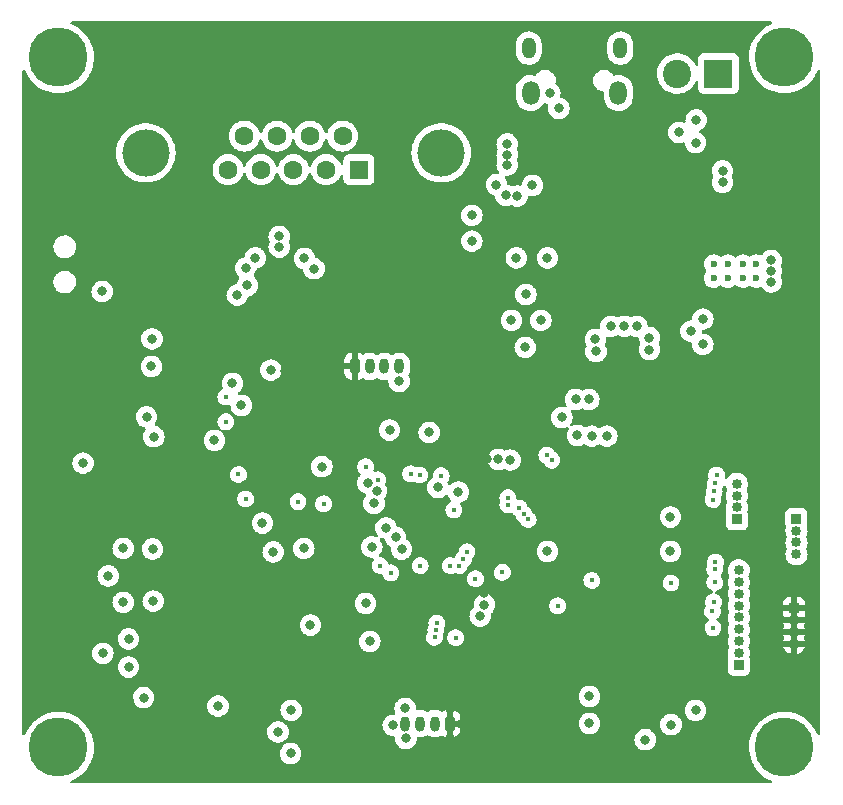
<source format=gbr>
%TF.GenerationSoftware,KiCad,Pcbnew,(6.0.1)*%
%TF.CreationDate,2022-05-20T13:38:49+06:30*%
%TF.ProjectId,STM32_Com_Buck,53544d33-325f-4436-9f6d-5f4275636b2e,v1.0*%
%TF.SameCoordinates,Original*%
%TF.FileFunction,Copper,L3,Inr*%
%TF.FilePolarity,Positive*%
%FSLAX46Y46*%
G04 Gerber Fmt 4.6, Leading zero omitted, Abs format (unit mm)*
G04 Created by KiCad (PCBNEW (6.0.1)) date 2022-05-20 13:38:49*
%MOMM*%
%LPD*%
G01*
G04 APERTURE LIST*
G04 Aperture macros list*
%AMRoundRect*
0 Rectangle with rounded corners*
0 $1 Rounding radius*
0 $2 $3 $4 $5 $6 $7 $8 $9 X,Y pos of 4 corners*
0 Add a 4 corners polygon primitive as box body*
4,1,4,$2,$3,$4,$5,$6,$7,$8,$9,$2,$3,0*
0 Add four circle primitives for the rounded corners*
1,1,$1+$1,$2,$3*
1,1,$1+$1,$4,$5*
1,1,$1+$1,$6,$7*
1,1,$1+$1,$8,$9*
0 Add four rect primitives between the rounded corners*
20,1,$1+$1,$2,$3,$4,$5,0*
20,1,$1+$1,$4,$5,$6,$7,0*
20,1,$1+$1,$6,$7,$8,$9,0*
20,1,$1+$1,$8,$9,$2,$3,0*%
G04 Aperture macros list end*
%TA.AperFunction,ComponentPad*%
%ADD10C,0.800000*%
%TD*%
%TA.AperFunction,ComponentPad*%
%ADD11C,5.000000*%
%TD*%
%TA.AperFunction,ComponentPad*%
%ADD12O,1.150000X1.800000*%
%TD*%
%TA.AperFunction,ComponentPad*%
%ADD13O,1.450000X2.000000*%
%TD*%
%TA.AperFunction,ComponentPad*%
%ADD14C,0.600000*%
%TD*%
%TA.AperFunction,ComponentPad*%
%ADD15RoundRect,0.200000X0.200000X0.450000X-0.200000X0.450000X-0.200000X-0.450000X0.200000X-0.450000X0*%
%TD*%
%TA.AperFunction,ComponentPad*%
%ADD16O,0.800000X1.300000*%
%TD*%
%TA.AperFunction,ComponentPad*%
%ADD17R,0.850000X0.850000*%
%TD*%
%TA.AperFunction,ComponentPad*%
%ADD18O,0.850000X0.850000*%
%TD*%
%TA.AperFunction,ComponentPad*%
%ADD19R,2.400000X2.400000*%
%TD*%
%TA.AperFunction,ComponentPad*%
%ADD20C,2.400000*%
%TD*%
%TA.AperFunction,ComponentPad*%
%ADD21C,4.000000*%
%TD*%
%TA.AperFunction,ComponentPad*%
%ADD22R,1.600000X1.600000*%
%TD*%
%TA.AperFunction,ComponentPad*%
%ADD23C,1.600000*%
%TD*%
%TA.AperFunction,ComponentPad*%
%ADD24RoundRect,0.200000X-0.200000X-0.450000X0.200000X-0.450000X0.200000X0.450000X-0.200000X0.450000X0*%
%TD*%
%TA.AperFunction,ViaPad*%
%ADD25C,0.800000*%
%TD*%
%TA.AperFunction,ViaPad*%
%ADD26C,0.400000*%
%TD*%
G04 APERTURE END LIST*
D10*
%TO.N,GND*%
%TO.C,H3*%
X156972000Y-74833000D03*
D11*
X156972000Y-76708000D03*
D10*
X158847000Y-76708000D03*
X158297825Y-75382175D03*
X156972000Y-78583000D03*
X155097000Y-76708000D03*
X158297825Y-78033825D03*
X155646175Y-75382175D03*
X155646175Y-78033825D03*
%TD*%
%TO.N,GND*%
%TO.C,H1*%
X217114175Y-78033825D03*
X218440000Y-78583000D03*
X219765825Y-75382175D03*
D11*
X218440000Y-76708000D03*
D10*
X219765825Y-78033825D03*
X218440000Y-74833000D03*
X216565000Y-76708000D03*
X217114175Y-75382175D03*
X220315000Y-76708000D03*
%TD*%
D12*
%TO.N,unconnected-(J2-Pad6)*%
%TO.C,J2*%
X204540000Y-17499400D03*
D13*
X204390000Y-21299400D03*
X196940000Y-21299400D03*
D12*
X196790000Y-17499400D03*
%TD*%
D14*
%TO.N,GND*%
%TO.C,U1*%
X214935800Y-36972800D03*
X213635800Y-36972800D03*
X214935800Y-35772800D03*
X216035800Y-35772800D03*
X213635800Y-35772800D03*
X212435800Y-35772800D03*
X216035800Y-36972800D03*
X212435800Y-36972800D03*
%TD*%
D15*
%TO.N,+3V3*%
%TO.C,J9*%
X190089000Y-74683200D03*
D16*
%TO.N,Net-(J9-Pad2)*%
X188839000Y-74683200D03*
%TO.N,Net-(J9-Pad3)*%
X187589000Y-74683200D03*
%TO.N,GND*%
X186339000Y-74683200D03*
%TD*%
D10*
%TO.N,GND*%
%TO.C,H4*%
X158847000Y-18288000D03*
X156972000Y-16413000D03*
D11*
X156972000Y-18288000D03*
D10*
X155097000Y-18288000D03*
X158297825Y-19613825D03*
X155646175Y-16962175D03*
X155646175Y-19613825D03*
X158297825Y-16962175D03*
X156972000Y-20163000D03*
%TD*%
D17*
%TO.N,PA0*%
%TO.C,J11*%
X214412000Y-57385200D03*
D18*
%TO.N,PA8*%
X214412000Y-56385200D03*
%TO.N,PA9*%
X214412000Y-55385200D03*
%TO.N,PA10*%
X214412000Y-54385200D03*
%TD*%
D10*
%TO.N,GND*%
%TO.C,H2*%
X216565000Y-18288000D03*
X218440000Y-16413000D03*
X219765825Y-19613825D03*
X218440000Y-20163000D03*
D11*
X218440000Y-18288000D03*
D10*
X217114175Y-19613825D03*
X217114175Y-16962175D03*
X220315000Y-18288000D03*
X219765825Y-16962175D03*
%TD*%
D19*
%TO.N,+12V*%
%TO.C,J3*%
X212852000Y-19648400D03*
D20*
%TO.N,GND*%
X209352000Y-19648400D03*
%TD*%
D17*
%TO.N,PB0*%
%TO.C,J12*%
X214579200Y-69697600D03*
D18*
%TO.N,PB1*%
X214579200Y-68697600D03*
%TO.N,PB2*%
X214579200Y-67697600D03*
%TO.N,PB4*%
X214579200Y-66697600D03*
%TO.N,PB5*%
X214579200Y-65697600D03*
%TO.N,PB12*%
X214579200Y-64697600D03*
%TO.N,PB13*%
X214579200Y-63697600D03*
%TO.N,PB14*%
X214579200Y-62697600D03*
%TO.N,PB15*%
X214579200Y-61697600D03*
%TD*%
D17*
%TO.N,GND*%
%TO.C,J15*%
X219456000Y-57350400D03*
D18*
X219456000Y-58350400D03*
X219456000Y-59350400D03*
X219456000Y-60350400D03*
%TD*%
D21*
%TO.N,N/C*%
%TO.C,J1*%
X164372200Y-26362800D03*
X189372200Y-26362800D03*
D22*
%TO.N,unconnected-(J1-Pad1)*%
X182412200Y-27782800D03*
D23*
%TO.N,CAN1_L*%
X179642200Y-27782800D03*
%TO.N,GND*%
X176872200Y-27782800D03*
%TO.N,unconnected-(J1-Pad4)*%
X174102200Y-27782800D03*
%TO.N,unconnected-(J1-Pad5)*%
X171332200Y-27782800D03*
%TO.N,GND*%
X181027200Y-24942800D03*
%TO.N,CAN1_H*%
X178257200Y-24942800D03*
%TO.N,unconnected-(J1-Pad8)*%
X175487200Y-24942800D03*
%TO.N,V_CAN*%
X172717200Y-24942800D03*
%TD*%
D17*
%TO.N,+3V3*%
%TO.C,J14*%
X219252800Y-64919600D03*
D18*
X219252800Y-65919600D03*
X219252800Y-66919600D03*
X219252800Y-67919600D03*
%TD*%
D24*
%TO.N,+3V3*%
%TO.C,J10*%
X182071800Y-44442800D03*
D16*
%TO.N,Net-(J10-Pad2)*%
X183321800Y-44442800D03*
%TO.N,Net-(J10-Pad3)*%
X184571800Y-44442800D03*
%TO.N,GND*%
X185821800Y-44442800D03*
%TD*%
D25*
%TO.N,GND*%
X164998400Y-64312800D03*
X175158400Y-60147200D03*
X217322400Y-35458400D03*
X162458400Y-64414400D03*
X176631600Y-77216000D03*
X210515200Y-41452800D03*
X162915600Y-67513200D03*
X172110400Y-38404800D03*
X178612800Y-36169600D03*
X194056000Y-29057600D03*
X199339200Y-22606000D03*
X199593200Y-48768000D03*
X200761600Y-47244000D03*
X174955200Y-44754800D03*
X160731200Y-68732400D03*
X185318400Y-74828400D03*
X175666400Y-34340800D03*
D26*
X184200800Y-61315600D03*
D25*
X161188400Y-62179200D03*
X206654400Y-76047600D03*
D26*
X179425600Y-56083200D03*
D25*
X185013600Y-49834800D03*
X173634400Y-35255200D03*
X217322400Y-36372800D03*
X174244000Y-57708800D03*
X203758800Y-41046400D03*
X186385200Y-75946000D03*
D26*
X177260800Y-55902800D03*
D25*
X208788000Y-57200800D03*
X205943200Y-41046400D03*
X196494400Y-42824400D03*
X179273200Y-52933600D03*
X203403200Y-50342800D03*
X194868800Y-29972000D03*
X201879200Y-47244000D03*
X193040000Y-64617600D03*
X211531200Y-40436800D03*
X213207600Y-28854400D03*
X186334400Y-73406000D03*
X195326000Y-40538400D03*
X164947600Y-59893200D03*
X198577200Y-21336000D03*
X176682400Y-73558400D03*
X194970400Y-27381200D03*
X194970400Y-26517600D03*
X183337200Y-67716400D03*
X177800000Y-35306000D03*
X178308000Y-66344800D03*
X210972400Y-23571200D03*
D26*
X208838800Y-62788800D03*
D25*
X195224400Y-52374800D03*
X209499200Y-24638000D03*
X172821600Y-36118800D03*
X175666400Y-33426400D03*
X175564800Y-75387200D03*
X191973200Y-33832800D03*
X160680400Y-38100000D03*
X197815200Y-40538400D03*
X194208400Y-52324000D03*
X208838800Y-74777600D03*
X202488800Y-43180000D03*
X204876400Y-41046400D03*
X192684400Y-65582800D03*
X185826400Y-45720000D03*
X207010000Y-42011600D03*
X202133200Y-50342800D03*
X202438000Y-42164000D03*
X162915600Y-69900800D03*
X182981600Y-64516000D03*
X196545200Y-38354000D03*
X191973200Y-31648400D03*
X162458400Y-59842400D03*
X207010000Y-43027600D03*
X217322400Y-37287200D03*
X172974000Y-37592000D03*
X213207600Y-27889200D03*
X177749200Y-59842400D03*
X194970400Y-25603200D03*
X208788000Y-60096400D03*
X210921600Y-25501600D03*
X211531200Y-42570400D03*
X200914000Y-50292000D03*
X210921600Y-73558400D03*
%TO.N,+3V3*%
X166420800Y-62179200D03*
X208788000Y-72085200D03*
X160629600Y-33629600D03*
X162915600Y-72694800D03*
X208788000Y-67411600D03*
X190093600Y-75946000D03*
X208737200Y-69850000D03*
X193243200Y-52324000D03*
X178358800Y-64109600D03*
X182676800Y-49885600D03*
X176174400Y-44805600D03*
X184607200Y-72542400D03*
X190347600Y-40538400D03*
X160782000Y-73812400D03*
X190093600Y-73456800D03*
X180289200Y-46634400D03*
D26*
X176784000Y-48056800D03*
D25*
X207416400Y-50292000D03*
X207467200Y-47193200D03*
X192989200Y-63652400D03*
X191465200Y-38303200D03*
X159258000Y-34493200D03*
X210870800Y-70967600D03*
X184861200Y-67716400D03*
X162966400Y-74980800D03*
X179730400Y-63296800D03*
X192582800Y-40487600D03*
X180187600Y-55067200D03*
X213817200Y-48971200D03*
X167487600Y-64262000D03*
X183642000Y-71424800D03*
X187452000Y-46532800D03*
X216204800Y-50647600D03*
X196240400Y-33680400D03*
X196240400Y-31851600D03*
X191058800Y-74726800D03*
D26*
X176784000Y-48564800D03*
D25*
X217474800Y-41554400D03*
X206603600Y-66243200D03*
X168656000Y-62128400D03*
X205028800Y-48768000D03*
%TO.N,+5V*%
X197104000Y-29108400D03*
X195819174Y-30022800D03*
%TO.N,Net-(D1-Pad1)*%
X195732400Y-35255200D03*
X198374000Y-35255200D03*
%TO.N,Net-(R24-Pad1)*%
X164185600Y-72491600D03*
X170484800Y-73202800D03*
%TO.N,Net-(R12-Pad2)*%
X201930000Y-74676000D03*
X201930000Y-72390000D03*
D26*
%TO.N,PA0*%
X190449200Y-56581900D03*
X212394800Y-55727600D03*
%TO.N,PA8*%
X196748400Y-57404000D03*
X212496400Y-55016400D03*
%TO.N,PA9*%
X212598000Y-54356000D03*
X196354459Y-56912018D03*
%TO.N,PA10*%
X212699600Y-53644800D03*
X195986400Y-56438800D03*
%TO.N,PB0*%
X190601600Y-67411600D03*
X188816396Y-67376755D03*
%TO.N,PB1*%
X199237600Y-64719200D03*
X188920379Y-66786340D03*
%TO.N,PB2*%
X212394800Y-66598800D03*
X189001860Y-66192400D03*
%TO.N,PB4*%
X187553600Y-53644800D03*
X192278000Y-62414611D03*
X190144400Y-61315600D03*
X212344000Y-65176400D03*
%TO.N,PB5*%
X186791600Y-53543200D03*
X212445600Y-64363600D03*
%TO.N,PB12*%
X202133200Y-62567819D03*
X194564000Y-61865100D03*
%TO.N,PB13*%
X190906400Y-61315600D03*
X212547200Y-62738000D03*
%TO.N,PB14*%
X212542814Y-61607757D03*
X191262000Y-60756800D03*
%TO.N,PB15*%
X191566800Y-60147200D03*
X212598000Y-61010800D03*
D25*
%TO.N,PC0*%
X184708800Y-58115200D03*
X164896800Y-42113200D03*
%TO.N,PC1*%
X164846000Y-44450000D03*
X185521600Y-58928000D03*
%TO.N,PC2*%
X171704000Y-45872400D03*
X186022865Y-59912500D03*
%TO.N,PC3*%
X183498824Y-59731576D03*
X159058223Y-52625377D03*
D26*
%TO.N,PC5*%
X172212000Y-53594000D03*
X171145200Y-47040800D03*
X185115200Y-61925200D03*
X171145200Y-49123600D03*
D25*
%TO.N,PD2*%
X188366400Y-50038000D03*
X172453500Y-47750636D03*
%TO.N,PC15*%
X183692800Y-56032400D03*
X165052623Y-50390177D03*
%TO.N,PC14*%
X164439600Y-48717200D03*
X183907132Y-54967590D03*
%TO.N,PC13*%
X183146472Y-54319207D03*
X170180000Y-50698400D03*
D26*
%TO.N,PC9*%
X187604400Y-61315600D03*
X172821600Y-55676800D03*
D25*
%TO.N,SWCLK*%
X198374000Y-60096400D03*
D26*
X189382400Y-53695600D03*
D25*
%TO.N,SWO*%
X189106423Y-54689623D03*
X190826777Y-55089177D03*
D26*
%TO.N,CAN1_RX*%
X183997600Y-54051200D03*
X182981600Y-52942900D03*
%TO.N,USB_D-*%
X195021200Y-56161789D03*
X198739664Y-52384864D03*
%TO.N,USB_D+*%
X195021200Y-55558589D03*
X198313136Y-51958336D03*
%TD*%
%TA.AperFunction,Conductor*%
%TO.N,+3V3*%
G36*
X217365418Y-15260002D02*
G01*
X217411911Y-15313658D01*
X217422015Y-15383932D01*
X217392521Y-15448512D01*
X217338111Y-15485207D01*
X217301339Y-15497797D01*
X216988188Y-15647163D01*
X216694279Y-15831532D01*
X216691443Y-15833804D01*
X216691436Y-15833809D01*
X216455419Y-16022894D01*
X216423509Y-16048459D01*
X216179466Y-16295071D01*
X216177225Y-16297929D01*
X216018927Y-16499815D01*
X215965386Y-16568098D01*
X215963493Y-16571187D01*
X215963491Y-16571190D01*
X215917233Y-16646676D01*
X215784105Y-16863921D01*
X215782580Y-16867206D01*
X215782578Y-16867210D01*
X215732748Y-16974560D01*
X215638027Y-17178620D01*
X215529087Y-17508023D01*
X215528351Y-17511578D01*
X215528350Y-17511581D01*
X215459465Y-17844214D01*
X215458730Y-17847764D01*
X215427888Y-18193341D01*
X215427983Y-18196971D01*
X215427983Y-18196972D01*
X215436005Y-18503318D01*
X215436970Y-18540171D01*
X215485856Y-18883660D01*
X215573897Y-19219253D01*
X215699927Y-19542503D01*
X215701624Y-19545708D01*
X215852675Y-19830994D01*
X215862275Y-19849126D01*
X215864325Y-19852109D01*
X215864327Y-19852112D01*
X216056733Y-20132064D01*
X216056739Y-20132071D01*
X216058790Y-20135056D01*
X216286866Y-20396505D01*
X216340831Y-20445609D01*
X216539825Y-20626679D01*
X216543481Y-20630006D01*
X216825233Y-20832466D01*
X217128388Y-21001200D01*
X217448928Y-21133972D01*
X217452422Y-21134967D01*
X217452424Y-21134968D01*
X217779103Y-21228025D01*
X217779108Y-21228026D01*
X217782604Y-21229022D01*
X217979304Y-21261233D01*
X218121412Y-21284504D01*
X218121419Y-21284505D01*
X218124993Y-21285090D01*
X218298275Y-21293262D01*
X218467931Y-21301263D01*
X218467932Y-21301263D01*
X218471558Y-21301434D01*
X218480415Y-21300830D01*
X218814073Y-21278084D01*
X218814081Y-21278083D01*
X218817704Y-21277836D01*
X218821279Y-21277173D01*
X218821282Y-21277173D01*
X219155279Y-21215270D01*
X219155283Y-21215269D01*
X219158844Y-21214609D01*
X219490456Y-21112592D01*
X219808145Y-20973136D01*
X219816021Y-20968534D01*
X220104560Y-20799926D01*
X220104562Y-20799925D01*
X220107700Y-20798091D01*
X220265670Y-20679484D01*
X220382244Y-20591958D01*
X220382248Y-20591955D01*
X220385151Y-20589775D01*
X220636819Y-20350950D01*
X220859370Y-20084783D01*
X220876450Y-20058782D01*
X220991174Y-19884129D01*
X221049853Y-19794799D01*
X221146041Y-19603551D01*
X221204117Y-19488080D01*
X221204120Y-19488072D01*
X221205744Y-19484844D01*
X221243674Y-19381196D01*
X221285868Y-19324098D01*
X221352234Y-19298876D01*
X221421700Y-19313538D01*
X221472212Y-19363429D01*
X221488000Y-19424497D01*
X221488000Y-75568971D01*
X221467998Y-75637092D01*
X221414342Y-75683585D01*
X221344068Y-75693689D01*
X221279488Y-75664195D01*
X221246102Y-75618405D01*
X221140740Y-75371386D01*
X221140738Y-75371383D01*
X221139316Y-75368048D01*
X221137493Y-75364851D01*
X220969208Y-75069816D01*
X220967417Y-75066676D01*
X220936514Y-75024606D01*
X220815131Y-74859365D01*
X220762018Y-74787060D01*
X220525842Y-74532904D01*
X220262019Y-74307578D01*
X219974047Y-74114069D01*
X219665741Y-73954940D01*
X219341189Y-73832302D01*
X219337668Y-73831418D01*
X219337663Y-73831416D01*
X219163847Y-73787757D01*
X219004692Y-73747780D01*
X218943653Y-73739744D01*
X218664315Y-73702968D01*
X218664307Y-73702967D01*
X218660711Y-73702494D01*
X218516045Y-73700221D01*
X218317446Y-73697101D01*
X218317442Y-73697101D01*
X218313804Y-73697044D01*
X218310190Y-73697405D01*
X218310184Y-73697405D01*
X218100936Y-73718291D01*
X217968569Y-73731503D01*
X217629583Y-73805414D01*
X217626156Y-73806587D01*
X217626150Y-73806589D01*
X217319757Y-73911491D01*
X217301339Y-73917797D01*
X216988188Y-74067163D01*
X216985109Y-74069094D01*
X216985108Y-74069095D01*
X216937860Y-74098734D01*
X216694279Y-74251532D01*
X216691443Y-74253804D01*
X216691436Y-74253809D01*
X216508559Y-74400321D01*
X216423509Y-74468459D01*
X216399585Y-74492635D01*
X216299873Y-74593397D01*
X216179466Y-74715071D01*
X216177225Y-74717929D01*
X215971101Y-74980810D01*
X215965386Y-74988098D01*
X215963493Y-74991187D01*
X215963491Y-74991190D01*
X215917233Y-75066676D01*
X215784105Y-75283921D01*
X215782580Y-75287206D01*
X215782578Y-75287210D01*
X215699068Y-75467118D01*
X215638027Y-75598620D01*
X215585955Y-75756072D01*
X215546269Y-75876071D01*
X215529087Y-75928023D01*
X215528351Y-75931578D01*
X215528350Y-75931581D01*
X215463691Y-76243806D01*
X215458730Y-76267764D01*
X215427888Y-76613341D01*
X215427983Y-76616971D01*
X215427983Y-76616972D01*
X215433093Y-76812109D01*
X215436970Y-76960171D01*
X215485856Y-77303660D01*
X215573897Y-77639253D01*
X215699927Y-77962503D01*
X215701624Y-77965708D01*
X215835113Y-78217825D01*
X215862275Y-78269126D01*
X215864325Y-78272109D01*
X215864327Y-78272112D01*
X216056733Y-78552064D01*
X216056739Y-78552071D01*
X216058790Y-78555056D01*
X216286866Y-78816505D01*
X216289551Y-78818948D01*
X216499268Y-79009775D01*
X216543481Y-79050006D01*
X216825233Y-79252466D01*
X217128388Y-79421200D01*
X217300490Y-79492487D01*
X217351440Y-79513591D01*
X217406721Y-79558139D01*
X217429142Y-79625503D01*
X217411584Y-79694294D01*
X217359622Y-79742672D01*
X217303222Y-79756000D01*
X158114027Y-79756000D01*
X158045906Y-79735998D01*
X157999413Y-79682342D01*
X157989309Y-79612068D01*
X158018803Y-79547488D01*
X158063382Y-79514627D01*
X158336816Y-79394598D01*
X158336825Y-79394593D01*
X158340145Y-79393136D01*
X158584511Y-79250341D01*
X158636560Y-79219926D01*
X158636562Y-79219925D01*
X158639700Y-79218091D01*
X158717439Y-79159723D01*
X158914244Y-79011958D01*
X158914248Y-79011955D01*
X158917151Y-79009775D01*
X159168819Y-78770950D01*
X159391370Y-78504783D01*
X159394795Y-78499570D01*
X159486612Y-78359791D01*
X159581853Y-78214799D01*
X159716173Y-77947734D01*
X159736117Y-77908080D01*
X159736120Y-77908072D01*
X159737744Y-77904844D01*
X159738989Y-77901442D01*
X159855729Y-77582437D01*
X159855730Y-77582433D01*
X159856977Y-77579026D01*
X159857822Y-77575504D01*
X159857825Y-77575496D01*
X159937124Y-77245191D01*
X159937125Y-77245187D01*
X159937971Y-77241662D01*
X159940282Y-77222565D01*
X159941076Y-77216000D01*
X175718096Y-77216000D01*
X175718786Y-77222565D01*
X175727678Y-77307163D01*
X175738058Y-77405928D01*
X175797073Y-77587556D01*
X175800376Y-77593278D01*
X175800377Y-77593279D01*
X175833058Y-77649884D01*
X175892560Y-77752944D01*
X175896978Y-77757851D01*
X175896979Y-77757852D01*
X176015925Y-77889955D01*
X176020347Y-77894866D01*
X176174848Y-78007118D01*
X176180876Y-78009802D01*
X176180878Y-78009803D01*
X176343281Y-78082109D01*
X176349312Y-78084794D01*
X176442713Y-78104647D01*
X176529656Y-78123128D01*
X176529661Y-78123128D01*
X176536113Y-78124500D01*
X176727087Y-78124500D01*
X176733539Y-78123128D01*
X176733544Y-78123128D01*
X176820487Y-78104647D01*
X176913888Y-78084794D01*
X176919919Y-78082109D01*
X177082322Y-78009803D01*
X177082324Y-78009802D01*
X177088352Y-78007118D01*
X177242853Y-77894866D01*
X177247275Y-77889955D01*
X177366221Y-77757852D01*
X177366222Y-77757851D01*
X177370640Y-77752944D01*
X177430142Y-77649884D01*
X177462823Y-77593279D01*
X177462824Y-77593278D01*
X177466127Y-77587556D01*
X177525142Y-77405928D01*
X177535523Y-77307163D01*
X177544414Y-77222565D01*
X177545104Y-77216000D01*
X177525142Y-77026072D01*
X177466127Y-76844444D01*
X177460581Y-76834837D01*
X177401921Y-76733237D01*
X177370640Y-76679056D01*
X177325344Y-76628749D01*
X177247275Y-76542045D01*
X177247274Y-76542044D01*
X177242853Y-76537134D01*
X177088352Y-76424882D01*
X177082324Y-76422198D01*
X177082322Y-76422197D01*
X176919919Y-76349891D01*
X176919918Y-76349891D01*
X176913888Y-76347206D01*
X176801321Y-76323279D01*
X176733544Y-76308872D01*
X176733539Y-76308872D01*
X176727087Y-76307500D01*
X176536113Y-76307500D01*
X176529661Y-76308872D01*
X176529656Y-76308872D01*
X176461879Y-76323279D01*
X176349312Y-76347206D01*
X176343282Y-76349891D01*
X176343281Y-76349891D01*
X176180878Y-76422197D01*
X176180876Y-76422198D01*
X176174848Y-76424882D01*
X176020347Y-76537134D01*
X176015926Y-76542044D01*
X176015925Y-76542045D01*
X175937857Y-76628749D01*
X175892560Y-76679056D01*
X175861279Y-76733237D01*
X175802620Y-76834837D01*
X175797073Y-76844444D01*
X175738058Y-77026072D01*
X175718096Y-77216000D01*
X159941076Y-77216000D01*
X159979316Y-76900004D01*
X159979316Y-76899997D01*
X159979652Y-76897225D01*
X159981407Y-76841403D01*
X159984850Y-76731836D01*
X159985599Y-76708000D01*
X159985438Y-76705204D01*
X159965836Y-76365246D01*
X159965835Y-76365241D01*
X159965627Y-76361626D01*
X159927332Y-76142206D01*
X159906600Y-76023415D01*
X159906598Y-76023408D01*
X159905976Y-76019842D01*
X159884169Y-75946221D01*
X159852850Y-75840491D01*
X159807437Y-75687180D01*
X159805904Y-75683585D01*
X159679485Y-75387200D01*
X174651296Y-75387200D01*
X174651986Y-75393765D01*
X174670401Y-75568971D01*
X174671258Y-75577128D01*
X174730273Y-75758756D01*
X174733576Y-75764478D01*
X174733577Y-75764479D01*
X174756029Y-75803366D01*
X174825760Y-75924144D01*
X174830178Y-75929051D01*
X174830179Y-75929052D01*
X174911927Y-76019842D01*
X174953547Y-76066066D01*
X175108048Y-76178318D01*
X175114076Y-76181002D01*
X175114078Y-76181003D01*
X175241036Y-76237528D01*
X175282512Y-76255994D01*
X175354874Y-76271375D01*
X175462856Y-76294328D01*
X175462861Y-76294328D01*
X175469313Y-76295700D01*
X175660287Y-76295700D01*
X175666739Y-76294328D01*
X175666744Y-76294328D01*
X175774726Y-76271375D01*
X175847088Y-76255994D01*
X175888564Y-76237528D01*
X176015522Y-76181003D01*
X176015524Y-76181002D01*
X176021552Y-76178318D01*
X176176053Y-76066066D01*
X176217673Y-76019842D01*
X176299421Y-75929052D01*
X176299422Y-75929051D01*
X176303840Y-75924144D01*
X176373571Y-75803366D01*
X176396023Y-75764479D01*
X176396024Y-75764478D01*
X176399327Y-75758756D01*
X176458342Y-75577128D01*
X176459200Y-75568971D01*
X176477614Y-75393765D01*
X176478304Y-75387200D01*
X176474389Y-75349955D01*
X176459032Y-75203835D01*
X176459032Y-75203833D01*
X176458342Y-75197272D01*
X176399327Y-75015644D01*
X176385209Y-74991190D01*
X176307141Y-74855974D01*
X176303840Y-74850256D01*
X176284161Y-74828400D01*
X184404896Y-74828400D01*
X184405586Y-74834965D01*
X184420179Y-74973806D01*
X184424858Y-75018328D01*
X184483873Y-75199956D01*
X184487176Y-75205678D01*
X184487177Y-75205679D01*
X184494205Y-75217852D01*
X184579360Y-75365344D01*
X184583778Y-75370251D01*
X184583779Y-75370252D01*
X184673415Y-75469803D01*
X184707147Y-75507266D01*
X184861648Y-75619518D01*
X184867676Y-75622202D01*
X184867678Y-75622203D01*
X185030081Y-75694509D01*
X185036112Y-75697194D01*
X185129512Y-75717047D01*
X185216456Y-75735528D01*
X185216461Y-75735528D01*
X185222913Y-75736900D01*
X185353736Y-75736900D01*
X185421857Y-75756902D01*
X185468350Y-75810558D01*
X185479046Y-75876070D01*
X185471696Y-75946000D01*
X185472386Y-75952565D01*
X185479833Y-76023415D01*
X185491658Y-76135928D01*
X185550673Y-76317556D01*
X185646160Y-76482944D01*
X185650578Y-76487851D01*
X185650579Y-76487852D01*
X185694953Y-76537134D01*
X185773947Y-76624866D01*
X185829626Y-76665319D01*
X185900903Y-76717105D01*
X185928448Y-76737118D01*
X185934476Y-76739802D01*
X185934478Y-76739803D01*
X186096881Y-76812109D01*
X186102912Y-76814794D01*
X186196312Y-76834647D01*
X186283256Y-76853128D01*
X186283261Y-76853128D01*
X186289713Y-76854500D01*
X186480687Y-76854500D01*
X186487139Y-76853128D01*
X186487144Y-76853128D01*
X186574088Y-76834647D01*
X186667488Y-76814794D01*
X186673519Y-76812109D01*
X186835922Y-76739803D01*
X186835924Y-76739802D01*
X186841952Y-76737118D01*
X186869498Y-76717105D01*
X186940774Y-76665319D01*
X186996453Y-76624866D01*
X187075447Y-76537134D01*
X187119821Y-76487852D01*
X187119822Y-76487851D01*
X187124240Y-76482944D01*
X187219727Y-76317556D01*
X187278742Y-76135928D01*
X187288026Y-76047600D01*
X205740896Y-76047600D01*
X205741586Y-76054165D01*
X205750180Y-76135928D01*
X205760858Y-76237528D01*
X205819873Y-76419156D01*
X205823176Y-76424878D01*
X205823177Y-76424879D01*
X205853400Y-76477226D01*
X205915360Y-76584544D01*
X205919778Y-76589451D01*
X205919779Y-76589452D01*
X206032166Y-76714270D01*
X206043147Y-76726466D01*
X206058487Y-76737611D01*
X206164720Y-76814794D01*
X206197648Y-76838718D01*
X206203676Y-76841402D01*
X206203678Y-76841403D01*
X206335299Y-76900004D01*
X206372112Y-76916394D01*
X206465513Y-76936247D01*
X206552456Y-76954728D01*
X206552461Y-76954728D01*
X206558913Y-76956100D01*
X206749887Y-76956100D01*
X206756339Y-76954728D01*
X206756344Y-76954728D01*
X206843287Y-76936247D01*
X206936688Y-76916394D01*
X206973501Y-76900004D01*
X207105122Y-76841403D01*
X207105124Y-76841402D01*
X207111152Y-76838718D01*
X207144081Y-76814794D01*
X207250313Y-76737611D01*
X207265653Y-76726466D01*
X207276634Y-76714270D01*
X207389021Y-76589452D01*
X207389022Y-76589451D01*
X207393440Y-76584544D01*
X207455400Y-76477226D01*
X207485623Y-76424879D01*
X207485624Y-76424878D01*
X207488927Y-76419156D01*
X207547942Y-76237528D01*
X207558621Y-76135928D01*
X207567214Y-76054165D01*
X207567904Y-76047600D01*
X207554974Y-75924578D01*
X207548632Y-75864235D01*
X207548632Y-75864233D01*
X207547942Y-75857672D01*
X207488927Y-75676044D01*
X207393440Y-75510656D01*
X207348144Y-75460349D01*
X207270075Y-75373645D01*
X207270074Y-75373644D01*
X207265653Y-75368734D01*
X207148918Y-75283921D01*
X207116494Y-75260363D01*
X207116493Y-75260362D01*
X207111152Y-75256482D01*
X207105124Y-75253798D01*
X207105122Y-75253797D01*
X206942719Y-75181491D01*
X206942718Y-75181491D01*
X206936688Y-75178806D01*
X206824121Y-75154879D01*
X206756344Y-75140472D01*
X206756339Y-75140472D01*
X206749887Y-75139100D01*
X206558913Y-75139100D01*
X206552461Y-75140472D01*
X206552456Y-75140472D01*
X206484679Y-75154879D01*
X206372112Y-75178806D01*
X206366082Y-75181491D01*
X206366081Y-75181491D01*
X206203678Y-75253797D01*
X206203676Y-75253798D01*
X206197648Y-75256482D01*
X206192307Y-75260362D01*
X206192306Y-75260363D01*
X206159882Y-75283921D01*
X206043147Y-75368734D01*
X206038726Y-75373644D01*
X206038725Y-75373645D01*
X205960657Y-75460349D01*
X205915360Y-75510656D01*
X205819873Y-75676044D01*
X205760858Y-75857672D01*
X205760168Y-75864233D01*
X205760168Y-75864235D01*
X205753826Y-75924578D01*
X205740896Y-76047600D01*
X187288026Y-76047600D01*
X187290568Y-76023415D01*
X187298704Y-75946000D01*
X187300810Y-75946221D01*
X187318016Y-75887622D01*
X187371672Y-75841129D01*
X187441946Y-75831025D01*
X187450211Y-75832496D01*
X187487056Y-75840328D01*
X187487061Y-75840328D01*
X187493513Y-75841700D01*
X187684487Y-75841700D01*
X187690939Y-75840328D01*
X187690944Y-75840328D01*
X187777888Y-75821847D01*
X187871288Y-75801994D01*
X187922307Y-75779279D01*
X188039722Y-75727003D01*
X188039724Y-75727002D01*
X188045752Y-75724318D01*
X188054834Y-75717720D01*
X188139939Y-75655887D01*
X188206807Y-75632028D01*
X188275958Y-75648109D01*
X188288061Y-75655887D01*
X188373167Y-75717720D01*
X188382248Y-75724318D01*
X188388276Y-75727002D01*
X188388278Y-75727003D01*
X188505693Y-75779279D01*
X188556712Y-75801994D01*
X188650112Y-75821847D01*
X188737056Y-75840328D01*
X188737061Y-75840328D01*
X188743513Y-75841700D01*
X188934487Y-75841700D01*
X188940939Y-75840328D01*
X188940944Y-75840328D01*
X189027888Y-75821847D01*
X189121288Y-75801994D01*
X189172307Y-75779279D01*
X189289722Y-75727003D01*
X189289724Y-75727002D01*
X189295752Y-75724318D01*
X189304834Y-75717720D01*
X189320089Y-75706636D01*
X189386956Y-75682778D01*
X189459422Y-75700796D01*
X189589012Y-75779279D01*
X189602757Y-75785485D01*
X189752644Y-75832456D01*
X189765694Y-75835069D01*
X189820586Y-75840113D01*
X189832124Y-75836725D01*
X189833329Y-75835335D01*
X189835000Y-75827652D01*
X189835000Y-75823084D01*
X190343000Y-75823084D01*
X190347475Y-75838323D01*
X190348865Y-75839528D01*
X190353294Y-75840491D01*
X190412315Y-75835068D01*
X190425351Y-75832457D01*
X190575243Y-75785485D01*
X190588988Y-75779279D01*
X190722574Y-75698376D01*
X190734443Y-75689069D01*
X190844869Y-75578643D01*
X190854176Y-75566774D01*
X190935079Y-75433188D01*
X190941285Y-75419443D01*
X190988256Y-75269556D01*
X190990869Y-75256506D01*
X190996734Y-75192679D01*
X190997000Y-75186891D01*
X190997000Y-74955315D01*
X190992525Y-74940076D01*
X190991135Y-74938871D01*
X190983452Y-74937200D01*
X190361115Y-74937200D01*
X190345876Y-74941675D01*
X190344671Y-74943065D01*
X190343000Y-74950748D01*
X190343000Y-75823084D01*
X189835000Y-75823084D01*
X189835000Y-74676000D01*
X201016496Y-74676000D01*
X201017186Y-74682565D01*
X201020332Y-74712493D01*
X201036458Y-74865928D01*
X201095473Y-75047556D01*
X201190960Y-75212944D01*
X201195378Y-75217851D01*
X201195379Y-75217852D01*
X201252086Y-75280831D01*
X201318747Y-75354866D01*
X201473248Y-75467118D01*
X201479276Y-75469802D01*
X201479278Y-75469803D01*
X201583879Y-75516374D01*
X201647712Y-75544794D01*
X201720488Y-75560263D01*
X201828056Y-75583128D01*
X201828061Y-75583128D01*
X201834513Y-75584500D01*
X202025487Y-75584500D01*
X202031939Y-75583128D01*
X202031944Y-75583128D01*
X202139512Y-75560263D01*
X202212288Y-75544794D01*
X202276121Y-75516374D01*
X202380722Y-75469803D01*
X202380724Y-75469802D01*
X202386752Y-75467118D01*
X202541253Y-75354866D01*
X202607914Y-75280831D01*
X202664621Y-75217852D01*
X202664622Y-75217851D01*
X202669040Y-75212944D01*
X202764527Y-75047556D01*
X202823542Y-74865928D01*
X202832826Y-74777600D01*
X207925296Y-74777600D01*
X207925986Y-74784165D01*
X207934580Y-74865928D01*
X207945258Y-74967528D01*
X208004273Y-75149156D01*
X208099760Y-75314544D01*
X208104178Y-75319451D01*
X208104179Y-75319452D01*
X208165180Y-75387200D01*
X208227547Y-75456466D01*
X208310003Y-75516374D01*
X208370411Y-75560263D01*
X208382048Y-75568718D01*
X208388076Y-75571402D01*
X208388078Y-75571403D01*
X208524245Y-75632028D01*
X208556512Y-75646394D01*
X208640259Y-75664195D01*
X208736856Y-75684728D01*
X208736861Y-75684728D01*
X208743313Y-75686100D01*
X208934287Y-75686100D01*
X208940739Y-75684728D01*
X208940744Y-75684728D01*
X209037341Y-75664195D01*
X209121088Y-75646394D01*
X209153355Y-75632028D01*
X209289522Y-75571403D01*
X209289524Y-75571402D01*
X209295552Y-75568718D01*
X209307190Y-75560263D01*
X209367597Y-75516374D01*
X209450053Y-75456466D01*
X209512420Y-75387200D01*
X209573421Y-75319452D01*
X209573422Y-75319451D01*
X209577840Y-75314544D01*
X209673327Y-75149156D01*
X209732342Y-74967528D01*
X209743021Y-74865928D01*
X209751614Y-74784165D01*
X209752304Y-74777600D01*
X209737681Y-74638472D01*
X209733032Y-74594235D01*
X209733032Y-74594233D01*
X209732342Y-74587672D01*
X209673327Y-74406044D01*
X209577840Y-74240656D01*
X209522771Y-74179495D01*
X209454475Y-74103645D01*
X209454474Y-74103644D01*
X209450053Y-74098734D01*
X209310213Y-73997134D01*
X209300894Y-73990363D01*
X209300893Y-73990362D01*
X209295552Y-73986482D01*
X209289524Y-73983798D01*
X209289522Y-73983797D01*
X209127119Y-73911491D01*
X209127118Y-73911491D01*
X209121088Y-73908806D01*
X209026794Y-73888763D01*
X208940744Y-73870472D01*
X208940739Y-73870472D01*
X208934287Y-73869100D01*
X208743313Y-73869100D01*
X208736861Y-73870472D01*
X208736856Y-73870472D01*
X208650806Y-73888763D01*
X208556512Y-73908806D01*
X208550482Y-73911491D01*
X208550481Y-73911491D01*
X208388078Y-73983797D01*
X208388076Y-73983798D01*
X208382048Y-73986482D01*
X208376707Y-73990362D01*
X208376706Y-73990363D01*
X208367387Y-73997134D01*
X208227547Y-74098734D01*
X208223126Y-74103644D01*
X208223125Y-74103645D01*
X208154830Y-74179495D01*
X208099760Y-74240656D01*
X208004273Y-74406044D01*
X207945258Y-74587672D01*
X207944568Y-74594233D01*
X207944568Y-74594235D01*
X207939919Y-74638472D01*
X207925296Y-74777600D01*
X202832826Y-74777600D01*
X202839669Y-74712493D01*
X202842814Y-74682565D01*
X202843504Y-74676000D01*
X202842814Y-74669435D01*
X202824232Y-74492635D01*
X202824232Y-74492633D01*
X202823542Y-74486072D01*
X202764527Y-74304444D01*
X202757029Y-74291456D01*
X202722906Y-74232355D01*
X202669040Y-74139056D01*
X202644049Y-74111300D01*
X202545675Y-74002045D01*
X202545674Y-74002044D01*
X202541253Y-73997134D01*
X202423376Y-73911491D01*
X202392094Y-73888763D01*
X202392093Y-73888762D01*
X202386752Y-73884882D01*
X202380724Y-73882198D01*
X202380722Y-73882197D01*
X202218319Y-73809891D01*
X202218318Y-73809891D01*
X202212288Y-73807206D01*
X202118887Y-73787353D01*
X202031944Y-73768872D01*
X202031939Y-73768872D01*
X202025487Y-73767500D01*
X201834513Y-73767500D01*
X201828061Y-73768872D01*
X201828056Y-73768872D01*
X201741112Y-73787353D01*
X201647712Y-73807206D01*
X201641682Y-73809891D01*
X201641681Y-73809891D01*
X201479278Y-73882197D01*
X201479276Y-73882198D01*
X201473248Y-73884882D01*
X201467907Y-73888762D01*
X201467906Y-73888763D01*
X201436624Y-73911491D01*
X201318747Y-73997134D01*
X201314326Y-74002044D01*
X201314325Y-74002045D01*
X201215952Y-74111300D01*
X201190960Y-74139056D01*
X201137094Y-74232355D01*
X201102972Y-74291456D01*
X201095473Y-74304444D01*
X201036458Y-74486072D01*
X201035768Y-74492633D01*
X201035768Y-74492635D01*
X201017186Y-74669435D01*
X201016496Y-74676000D01*
X189835000Y-74676000D01*
X189835000Y-74411085D01*
X190343000Y-74411085D01*
X190347475Y-74426324D01*
X190348865Y-74427529D01*
X190356548Y-74429200D01*
X190978884Y-74429200D01*
X190994123Y-74424725D01*
X190995328Y-74423335D01*
X190996999Y-74415652D01*
X190996999Y-74179495D01*
X190996736Y-74173746D01*
X190990868Y-74109885D01*
X190988257Y-74096849D01*
X190941285Y-73946957D01*
X190935079Y-73933212D01*
X190854176Y-73799626D01*
X190844869Y-73787757D01*
X190734443Y-73677331D01*
X190722574Y-73668024D01*
X190588988Y-73587121D01*
X190575243Y-73580915D01*
X190503396Y-73558400D01*
X210008096Y-73558400D01*
X210008786Y-73564965D01*
X210026290Y-73731503D01*
X210028058Y-73748328D01*
X210087073Y-73929956D01*
X210090376Y-73935678D01*
X210090377Y-73935679D01*
X210102457Y-73956602D01*
X210182560Y-74095344D01*
X210186978Y-74100251D01*
X210186979Y-74100252D01*
X210231353Y-74149534D01*
X210310347Y-74237266D01*
X210464848Y-74349518D01*
X210470876Y-74352202D01*
X210470878Y-74352203D01*
X210633281Y-74424509D01*
X210639312Y-74427194D01*
X210732713Y-74447047D01*
X210819656Y-74465528D01*
X210819661Y-74465528D01*
X210826113Y-74466900D01*
X211017087Y-74466900D01*
X211023539Y-74465528D01*
X211023544Y-74465528D01*
X211110487Y-74447047D01*
X211203888Y-74427194D01*
X211209919Y-74424509D01*
X211372322Y-74352203D01*
X211372324Y-74352202D01*
X211378352Y-74349518D01*
X211532853Y-74237266D01*
X211611847Y-74149534D01*
X211656221Y-74100252D01*
X211656222Y-74100251D01*
X211660640Y-74095344D01*
X211740743Y-73956602D01*
X211752823Y-73935679D01*
X211752824Y-73935678D01*
X211756127Y-73929956D01*
X211815142Y-73748328D01*
X211816911Y-73731503D01*
X211834414Y-73564965D01*
X211835104Y-73558400D01*
X211832534Y-73533944D01*
X211815832Y-73375035D01*
X211815832Y-73375033D01*
X211815142Y-73368472D01*
X211756127Y-73186844D01*
X211750581Y-73177237D01*
X211671767Y-73040729D01*
X211660640Y-73021456D01*
X211532853Y-72879534D01*
X211378352Y-72767282D01*
X211372324Y-72764598D01*
X211372322Y-72764597D01*
X211209919Y-72692291D01*
X211209918Y-72692291D01*
X211203888Y-72689606D01*
X211092154Y-72665856D01*
X211023544Y-72651272D01*
X211023539Y-72651272D01*
X211017087Y-72649900D01*
X210826113Y-72649900D01*
X210819661Y-72651272D01*
X210819656Y-72651272D01*
X210751046Y-72665856D01*
X210639312Y-72689606D01*
X210633282Y-72692291D01*
X210633281Y-72692291D01*
X210470878Y-72764597D01*
X210470876Y-72764598D01*
X210464848Y-72767282D01*
X210310347Y-72879534D01*
X210182560Y-73021456D01*
X210171433Y-73040729D01*
X210092620Y-73177237D01*
X210087073Y-73186844D01*
X210028058Y-73368472D01*
X210027368Y-73375033D01*
X210027368Y-73375035D01*
X210010666Y-73533944D01*
X210008096Y-73558400D01*
X190503396Y-73558400D01*
X190425356Y-73533944D01*
X190412306Y-73531331D01*
X190357414Y-73526287D01*
X190345876Y-73529675D01*
X190344671Y-73531065D01*
X190343000Y-73538748D01*
X190343000Y-74411085D01*
X189835000Y-74411085D01*
X189835000Y-73543316D01*
X189830525Y-73528077D01*
X189829135Y-73526872D01*
X189824706Y-73525909D01*
X189765685Y-73531332D01*
X189752649Y-73533943D01*
X189602757Y-73580915D01*
X189589012Y-73587121D01*
X189459422Y-73665604D01*
X189390792Y-73683783D01*
X189320089Y-73659764D01*
X189301094Y-73645963D01*
X189301093Y-73645962D01*
X189295752Y-73642082D01*
X189289724Y-73639398D01*
X189289722Y-73639397D01*
X189127319Y-73567091D01*
X189127318Y-73567091D01*
X189121288Y-73564406D01*
X189003419Y-73539352D01*
X188940944Y-73526072D01*
X188940939Y-73526072D01*
X188934487Y-73524700D01*
X188743513Y-73524700D01*
X188737061Y-73526072D01*
X188737056Y-73526072D01*
X188674581Y-73539352D01*
X188556712Y-73564406D01*
X188550682Y-73567091D01*
X188550681Y-73567091D01*
X188388278Y-73639397D01*
X188388276Y-73639398D01*
X188382248Y-73642082D01*
X188376907Y-73645962D01*
X188376906Y-73645963D01*
X188288061Y-73710513D01*
X188221193Y-73734372D01*
X188152042Y-73718291D01*
X188139939Y-73710513D01*
X188051094Y-73645963D01*
X188051093Y-73645962D01*
X188045752Y-73642082D01*
X188039724Y-73639398D01*
X188039722Y-73639397D01*
X187877319Y-73567091D01*
X187877318Y-73567091D01*
X187871288Y-73564406D01*
X187753419Y-73539352D01*
X187690944Y-73526072D01*
X187690939Y-73526072D01*
X187684487Y-73524700D01*
X187493513Y-73524700D01*
X187487061Y-73526072D01*
X187487056Y-73526072D01*
X187399165Y-73544754D01*
X187328374Y-73539352D01*
X187271741Y-73496535D01*
X187247248Y-73429897D01*
X187247453Y-73419170D01*
X187247214Y-73419170D01*
X187247214Y-73412565D01*
X187247904Y-73406000D01*
X187245819Y-73386165D01*
X187228632Y-73222635D01*
X187228632Y-73222633D01*
X187227942Y-73216072D01*
X187168927Y-73034444D01*
X187161429Y-73021456D01*
X187079489Y-72879534D01*
X187073440Y-72869056D01*
X186981803Y-72767282D01*
X186950075Y-72732045D01*
X186950074Y-72732044D01*
X186945653Y-72727134D01*
X186791152Y-72614882D01*
X186785124Y-72612198D01*
X186785122Y-72612197D01*
X186622719Y-72539891D01*
X186622718Y-72539891D01*
X186616688Y-72537206D01*
X186523288Y-72517353D01*
X186436344Y-72498872D01*
X186436339Y-72498872D01*
X186429887Y-72497500D01*
X186238913Y-72497500D01*
X186232461Y-72498872D01*
X186232456Y-72498872D01*
X186145512Y-72517353D01*
X186052112Y-72537206D01*
X186046082Y-72539891D01*
X186046081Y-72539891D01*
X185883678Y-72612197D01*
X185883676Y-72612198D01*
X185877648Y-72614882D01*
X185723147Y-72727134D01*
X185718726Y-72732044D01*
X185718725Y-72732045D01*
X185686998Y-72767282D01*
X185595360Y-72869056D01*
X185589311Y-72879534D01*
X185507372Y-73021456D01*
X185499873Y-73034444D01*
X185440858Y-73216072D01*
X185440168Y-73222633D01*
X185440168Y-73222635D01*
X185422981Y-73386165D01*
X185420896Y-73406000D01*
X185421586Y-73412565D01*
X185433895Y-73529675D01*
X185440858Y-73595928D01*
X185442898Y-73602206D01*
X185492532Y-73754964D01*
X185494560Y-73825931D01*
X185457897Y-73886729D01*
X185394185Y-73918055D01*
X185372699Y-73919900D01*
X185222913Y-73919900D01*
X185216461Y-73921272D01*
X185216456Y-73921272D01*
X185160285Y-73933212D01*
X185036112Y-73959606D01*
X185030082Y-73962291D01*
X185030081Y-73962291D01*
X184867678Y-74034597D01*
X184867676Y-74034598D01*
X184861648Y-74037282D01*
X184707147Y-74149534D01*
X184702726Y-74154444D01*
X184702725Y-74154445D01*
X184624657Y-74241149D01*
X184579360Y-74291456D01*
X184483873Y-74456844D01*
X184424858Y-74638472D01*
X184404896Y-74828400D01*
X176284161Y-74828400D01*
X176244332Y-74784165D01*
X176180475Y-74713245D01*
X176180474Y-74713244D01*
X176176053Y-74708334D01*
X176021552Y-74596082D01*
X176015524Y-74593398D01*
X176015522Y-74593397D01*
X175853119Y-74521091D01*
X175853118Y-74521091D01*
X175847088Y-74518406D01*
X175725846Y-74492635D01*
X175666744Y-74480072D01*
X175666739Y-74480072D01*
X175660287Y-74478700D01*
X175469313Y-74478700D01*
X175462861Y-74480072D01*
X175462856Y-74480072D01*
X175403754Y-74492635D01*
X175282512Y-74518406D01*
X175276482Y-74521091D01*
X175276481Y-74521091D01*
X175114078Y-74593397D01*
X175114076Y-74593398D01*
X175108048Y-74596082D01*
X174953547Y-74708334D01*
X174949126Y-74713244D01*
X174949125Y-74713245D01*
X174885269Y-74784165D01*
X174825760Y-74850256D01*
X174822459Y-74855974D01*
X174744392Y-74991190D01*
X174730273Y-75015644D01*
X174671258Y-75197272D01*
X174670568Y-75203833D01*
X174670568Y-75203835D01*
X174655211Y-75349955D01*
X174651296Y-75387200D01*
X159679485Y-75387200D01*
X159672740Y-75371386D01*
X159672738Y-75371383D01*
X159671316Y-75368048D01*
X159669493Y-75364851D01*
X159501208Y-75069816D01*
X159499417Y-75066676D01*
X159468514Y-75024606D01*
X159347131Y-74859365D01*
X159294018Y-74787060D01*
X159057842Y-74532904D01*
X158794019Y-74307578D01*
X158506047Y-74114069D01*
X158197741Y-73954940D01*
X157873189Y-73832302D01*
X157869668Y-73831418D01*
X157869663Y-73831416D01*
X157695847Y-73787757D01*
X157536692Y-73747780D01*
X157475653Y-73739744D01*
X157196315Y-73702968D01*
X157196307Y-73702967D01*
X157192711Y-73702494D01*
X157048045Y-73700221D01*
X156849446Y-73697101D01*
X156849442Y-73697101D01*
X156845804Y-73697044D01*
X156842190Y-73697405D01*
X156842184Y-73697405D01*
X156632936Y-73718291D01*
X156500569Y-73731503D01*
X156161583Y-73805414D01*
X156158156Y-73806587D01*
X156158150Y-73806589D01*
X155851757Y-73911491D01*
X155833339Y-73917797D01*
X155520188Y-74067163D01*
X155517109Y-74069094D01*
X155517108Y-74069095D01*
X155469860Y-74098734D01*
X155226279Y-74251532D01*
X155223443Y-74253804D01*
X155223436Y-74253809D01*
X155040559Y-74400321D01*
X154955509Y-74468459D01*
X154931585Y-74492635D01*
X154831873Y-74593397D01*
X154711466Y-74715071D01*
X154709225Y-74717929D01*
X154503101Y-74980810D01*
X154497386Y-74988098D01*
X154495493Y-74991187D01*
X154495491Y-74991190D01*
X154449233Y-75066676D01*
X154316105Y-75283921D01*
X154314580Y-75287206D01*
X154314578Y-75287210D01*
X154231068Y-75467118D01*
X154170027Y-75598620D01*
X154168891Y-75602056D01*
X154167550Y-75605442D01*
X154166136Y-75604882D01*
X154129237Y-75658230D01*
X154063693Y-75685517D01*
X153993802Y-75673036D01*
X153941753Y-75624751D01*
X153924000Y-75560263D01*
X153924000Y-72491600D01*
X163272096Y-72491600D01*
X163272786Y-72498165D01*
X163281380Y-72579928D01*
X163292058Y-72681528D01*
X163351073Y-72863156D01*
X163446560Y-73028544D01*
X163574347Y-73170466D01*
X163605540Y-73193129D01*
X163695920Y-73258794D01*
X163728848Y-73282718D01*
X163734876Y-73285402D01*
X163734878Y-73285403D01*
X163764295Y-73298500D01*
X163903312Y-73360394D01*
X163996713Y-73380247D01*
X164083656Y-73398728D01*
X164083661Y-73398728D01*
X164090113Y-73400100D01*
X164281087Y-73400100D01*
X164287539Y-73398728D01*
X164287544Y-73398728D01*
X164374487Y-73380247D01*
X164467888Y-73360394D01*
X164606905Y-73298500D01*
X164636322Y-73285403D01*
X164636324Y-73285402D01*
X164642352Y-73282718D01*
X164675281Y-73258794D01*
X164752349Y-73202800D01*
X169571296Y-73202800D01*
X169571986Y-73209365D01*
X169588709Y-73368472D01*
X169591258Y-73392728D01*
X169650273Y-73574356D01*
X169653576Y-73580078D01*
X169653577Y-73580079D01*
X169665123Y-73600077D01*
X169745760Y-73739744D01*
X169750178Y-73744651D01*
X169750179Y-73744652D01*
X169863468Y-73870472D01*
X169873547Y-73881666D01*
X169928060Y-73921272D01*
X170014118Y-73983797D01*
X170028048Y-73993918D01*
X170034076Y-73996602D01*
X170034078Y-73996603D01*
X170196481Y-74068909D01*
X170202512Y-74071594D01*
X170295912Y-74091447D01*
X170382856Y-74109928D01*
X170382861Y-74109928D01*
X170389313Y-74111300D01*
X170580287Y-74111300D01*
X170586739Y-74109928D01*
X170586744Y-74109928D01*
X170673688Y-74091447D01*
X170767088Y-74071594D01*
X170773119Y-74068909D01*
X170935522Y-73996603D01*
X170935524Y-73996602D01*
X170941552Y-73993918D01*
X170955483Y-73983797D01*
X171041540Y-73921272D01*
X171096053Y-73881666D01*
X171106132Y-73870472D01*
X171219421Y-73744652D01*
X171219422Y-73744651D01*
X171223840Y-73739744D01*
X171304477Y-73600077D01*
X171316023Y-73580079D01*
X171316024Y-73580078D01*
X171319327Y-73574356D01*
X171324511Y-73558400D01*
X175768896Y-73558400D01*
X175769586Y-73564965D01*
X175787090Y-73731503D01*
X175788858Y-73748328D01*
X175847873Y-73929956D01*
X175851176Y-73935678D01*
X175851177Y-73935679D01*
X175863257Y-73956602D01*
X175943360Y-74095344D01*
X175947778Y-74100251D01*
X175947779Y-74100252D01*
X175992153Y-74149534D01*
X176071147Y-74237266D01*
X176225648Y-74349518D01*
X176231676Y-74352202D01*
X176231678Y-74352203D01*
X176394081Y-74424509D01*
X176400112Y-74427194D01*
X176493513Y-74447047D01*
X176580456Y-74465528D01*
X176580461Y-74465528D01*
X176586913Y-74466900D01*
X176777887Y-74466900D01*
X176784339Y-74465528D01*
X176784344Y-74465528D01*
X176871287Y-74447047D01*
X176964688Y-74427194D01*
X176970719Y-74424509D01*
X177133122Y-74352203D01*
X177133124Y-74352202D01*
X177139152Y-74349518D01*
X177293653Y-74237266D01*
X177372647Y-74149534D01*
X177417021Y-74100252D01*
X177417022Y-74100251D01*
X177421440Y-74095344D01*
X177501543Y-73956602D01*
X177513623Y-73935679D01*
X177513624Y-73935678D01*
X177516927Y-73929956D01*
X177575942Y-73748328D01*
X177577711Y-73731503D01*
X177595214Y-73564965D01*
X177595904Y-73558400D01*
X177593334Y-73533944D01*
X177576632Y-73375035D01*
X177576632Y-73375033D01*
X177575942Y-73368472D01*
X177516927Y-73186844D01*
X177511381Y-73177237D01*
X177432567Y-73040729D01*
X177421440Y-73021456D01*
X177293653Y-72879534D01*
X177139152Y-72767282D01*
X177133124Y-72764598D01*
X177133122Y-72764597D01*
X176970719Y-72692291D01*
X176970718Y-72692291D01*
X176964688Y-72689606D01*
X176852954Y-72665856D01*
X176784344Y-72651272D01*
X176784339Y-72651272D01*
X176777887Y-72649900D01*
X176586913Y-72649900D01*
X176580461Y-72651272D01*
X176580456Y-72651272D01*
X176511846Y-72665856D01*
X176400112Y-72689606D01*
X176394082Y-72692291D01*
X176394081Y-72692291D01*
X176231678Y-72764597D01*
X176231676Y-72764598D01*
X176225648Y-72767282D01*
X176071147Y-72879534D01*
X175943360Y-73021456D01*
X175932233Y-73040729D01*
X175853420Y-73177237D01*
X175847873Y-73186844D01*
X175788858Y-73368472D01*
X175788168Y-73375033D01*
X175788168Y-73375035D01*
X175771466Y-73533944D01*
X175768896Y-73558400D01*
X171324511Y-73558400D01*
X171378342Y-73392728D01*
X171380892Y-73368472D01*
X171397614Y-73209365D01*
X171398304Y-73202800D01*
X171378342Y-73012872D01*
X171319327Y-72831244D01*
X171223840Y-72665856D01*
X171096053Y-72523934D01*
X170941552Y-72411682D01*
X170935524Y-72408998D01*
X170935522Y-72408997D01*
X170892854Y-72390000D01*
X201016496Y-72390000D01*
X201017186Y-72396565D01*
X201031824Y-72535834D01*
X201036458Y-72579928D01*
X201095473Y-72761556D01*
X201098776Y-72767278D01*
X201098777Y-72767279D01*
X201132403Y-72825521D01*
X201190960Y-72926944D01*
X201318747Y-73068866D01*
X201473248Y-73181118D01*
X201479276Y-73183802D01*
X201479278Y-73183803D01*
X201551756Y-73216072D01*
X201647712Y-73258794D01*
X201741113Y-73278647D01*
X201828056Y-73297128D01*
X201828061Y-73297128D01*
X201834513Y-73298500D01*
X202025487Y-73298500D01*
X202031939Y-73297128D01*
X202031944Y-73297128D01*
X202118888Y-73278647D01*
X202212288Y-73258794D01*
X202308244Y-73216072D01*
X202380722Y-73183803D01*
X202380724Y-73183802D01*
X202386752Y-73181118D01*
X202541253Y-73068866D01*
X202669040Y-72926944D01*
X202727597Y-72825521D01*
X202761223Y-72767279D01*
X202761224Y-72767278D01*
X202764527Y-72761556D01*
X202823542Y-72579928D01*
X202828177Y-72535834D01*
X202842814Y-72396565D01*
X202843504Y-72390000D01*
X202834910Y-72308235D01*
X202824232Y-72206635D01*
X202824232Y-72206633D01*
X202823542Y-72200072D01*
X202764527Y-72018444D01*
X202669040Y-71853056D01*
X202541253Y-71711134D01*
X202423376Y-71625491D01*
X202392094Y-71602763D01*
X202392093Y-71602762D01*
X202386752Y-71598882D01*
X202380724Y-71596198D01*
X202380722Y-71596197D01*
X202218319Y-71523891D01*
X202218318Y-71523891D01*
X202212288Y-71521206D01*
X202118887Y-71501353D01*
X202031944Y-71482872D01*
X202031939Y-71482872D01*
X202025487Y-71481500D01*
X201834513Y-71481500D01*
X201828061Y-71482872D01*
X201828056Y-71482872D01*
X201741113Y-71501353D01*
X201647712Y-71521206D01*
X201641682Y-71523891D01*
X201641681Y-71523891D01*
X201479278Y-71596197D01*
X201479276Y-71596198D01*
X201473248Y-71598882D01*
X201467907Y-71602762D01*
X201467906Y-71602763D01*
X201436624Y-71625491D01*
X201318747Y-71711134D01*
X201190960Y-71853056D01*
X201095473Y-72018444D01*
X201036458Y-72200072D01*
X201035768Y-72206633D01*
X201035768Y-72206635D01*
X201025090Y-72308235D01*
X201016496Y-72390000D01*
X170892854Y-72390000D01*
X170773119Y-72336691D01*
X170773118Y-72336691D01*
X170767088Y-72334006D01*
X170645846Y-72308235D01*
X170586744Y-72295672D01*
X170586739Y-72295672D01*
X170580287Y-72294300D01*
X170389313Y-72294300D01*
X170382861Y-72295672D01*
X170382856Y-72295672D01*
X170323754Y-72308235D01*
X170202512Y-72334006D01*
X170196482Y-72336691D01*
X170196481Y-72336691D01*
X170034078Y-72408997D01*
X170034076Y-72408998D01*
X170028048Y-72411682D01*
X169873547Y-72523934D01*
X169745760Y-72665856D01*
X169650273Y-72831244D01*
X169591258Y-73012872D01*
X169571296Y-73202800D01*
X164752349Y-73202800D01*
X164765660Y-73193129D01*
X164796853Y-73170466D01*
X164924640Y-73028544D01*
X165020127Y-72863156D01*
X165079142Y-72681528D01*
X165089821Y-72579928D01*
X165098414Y-72498165D01*
X165099104Y-72491600D01*
X165082823Y-72336691D01*
X165079832Y-72308235D01*
X165079832Y-72308233D01*
X165079142Y-72301672D01*
X165020127Y-72120044D01*
X164924640Y-71954656D01*
X164796853Y-71812734D01*
X164642352Y-71700482D01*
X164636324Y-71697798D01*
X164636322Y-71697797D01*
X164473919Y-71625491D01*
X164473918Y-71625491D01*
X164467888Y-71622806D01*
X164373594Y-71602763D01*
X164287544Y-71584472D01*
X164287539Y-71584472D01*
X164281087Y-71583100D01*
X164090113Y-71583100D01*
X164083661Y-71584472D01*
X164083656Y-71584472D01*
X163997606Y-71602763D01*
X163903312Y-71622806D01*
X163897282Y-71625491D01*
X163897281Y-71625491D01*
X163734878Y-71697797D01*
X163734876Y-71697798D01*
X163728848Y-71700482D01*
X163574347Y-71812734D01*
X163446560Y-71954656D01*
X163351073Y-72120044D01*
X163292058Y-72301672D01*
X163291368Y-72308233D01*
X163291368Y-72308235D01*
X163288377Y-72336691D01*
X163272096Y-72491600D01*
X153924000Y-72491600D01*
X153924000Y-69900800D01*
X162002096Y-69900800D01*
X162022058Y-70090728D01*
X162081073Y-70272356D01*
X162176560Y-70437744D01*
X162304347Y-70579666D01*
X162458848Y-70691918D01*
X162464876Y-70694602D01*
X162464878Y-70694603D01*
X162627281Y-70766909D01*
X162633312Y-70769594D01*
X162726713Y-70789447D01*
X162813656Y-70807928D01*
X162813661Y-70807928D01*
X162820113Y-70809300D01*
X163011087Y-70809300D01*
X163017539Y-70807928D01*
X163017544Y-70807928D01*
X163104487Y-70789447D01*
X163197888Y-70769594D01*
X163203919Y-70766909D01*
X163366322Y-70694603D01*
X163366324Y-70694602D01*
X163372352Y-70691918D01*
X163526853Y-70579666D01*
X163654640Y-70437744D01*
X163750127Y-70272356D01*
X163809142Y-70090728D01*
X163829104Y-69900800D01*
X163809142Y-69710872D01*
X163750127Y-69529244D01*
X163744581Y-69519637D01*
X163657941Y-69369574D01*
X163654640Y-69363856D01*
X163532210Y-69227883D01*
X163531275Y-69226845D01*
X163531274Y-69226844D01*
X163526853Y-69221934D01*
X163372352Y-69109682D01*
X163366324Y-69106998D01*
X163366322Y-69106997D01*
X163203919Y-69034691D01*
X163203918Y-69034691D01*
X163197888Y-69032006D01*
X163104488Y-69012153D01*
X163017544Y-68993672D01*
X163017539Y-68993672D01*
X163011087Y-68992300D01*
X162820113Y-68992300D01*
X162813661Y-68993672D01*
X162813656Y-68993672D01*
X162726712Y-69012153D01*
X162633312Y-69032006D01*
X162627282Y-69034691D01*
X162627281Y-69034691D01*
X162464878Y-69106997D01*
X162464876Y-69106998D01*
X162458848Y-69109682D01*
X162304347Y-69221934D01*
X162299926Y-69226844D01*
X162299925Y-69226845D01*
X162298991Y-69227883D01*
X162176560Y-69363856D01*
X162173259Y-69369574D01*
X162086620Y-69519637D01*
X162081073Y-69529244D01*
X162022058Y-69710872D01*
X162002096Y-69900800D01*
X153924000Y-69900800D01*
X153924000Y-68732400D01*
X159817696Y-68732400D01*
X159837658Y-68922328D01*
X159896673Y-69103956D01*
X159899976Y-69109678D01*
X159899977Y-69109679D01*
X159926075Y-69154882D01*
X159992160Y-69269344D01*
X160119947Y-69411266D01*
X160274448Y-69523518D01*
X160280476Y-69526202D01*
X160280478Y-69526203D01*
X160301425Y-69535529D01*
X160448912Y-69601194D01*
X160542313Y-69621047D01*
X160629256Y-69639528D01*
X160629261Y-69639528D01*
X160635713Y-69640900D01*
X160826687Y-69640900D01*
X160833139Y-69639528D01*
X160833144Y-69639528D01*
X160920087Y-69621047D01*
X161013488Y-69601194D01*
X161160975Y-69535529D01*
X161181922Y-69526203D01*
X161181924Y-69526202D01*
X161187952Y-69523518D01*
X161342453Y-69411266D01*
X161470240Y-69269344D01*
X161536325Y-69154882D01*
X161562423Y-69109679D01*
X161562424Y-69109678D01*
X161565727Y-69103956D01*
X161624742Y-68922328D01*
X161644704Y-68732400D01*
X161641046Y-68697600D01*
X213640558Y-68697600D01*
X213661070Y-68892755D01*
X213663111Y-68899036D01*
X213663111Y-68899037D01*
X213690367Y-68982925D01*
X213692394Y-69053892D01*
X213688516Y-69066089D01*
X213655229Y-69154882D01*
X213655227Y-69154888D01*
X213652455Y-69162284D01*
X213645700Y-69224466D01*
X213645700Y-70170734D01*
X213652455Y-70232916D01*
X213703585Y-70369305D01*
X213790939Y-70485861D01*
X213907495Y-70573215D01*
X214043884Y-70624345D01*
X214106066Y-70631100D01*
X215052334Y-70631100D01*
X215114516Y-70624345D01*
X215250905Y-70573215D01*
X215367461Y-70485861D01*
X215454815Y-70369305D01*
X215505945Y-70232916D01*
X215512700Y-70170734D01*
X215512700Y-69224466D01*
X215505945Y-69162284D01*
X215503173Y-69154888D01*
X215503171Y-69154882D01*
X215469884Y-69066089D01*
X215464701Y-68995282D01*
X215468033Y-68982925D01*
X215495289Y-68899037D01*
X215495289Y-68899036D01*
X215497330Y-68892755D01*
X215517842Y-68697600D01*
X215497330Y-68502445D01*
X215436692Y-68315820D01*
X215430052Y-68304318D01*
X215404811Y-68260600D01*
X215388073Y-68191604D01*
X215390130Y-68184600D01*
X218357890Y-68184600D01*
X218393727Y-68294896D01*
X218399067Y-68306891D01*
X218490530Y-68465309D01*
X218498246Y-68475928D01*
X218620643Y-68611865D01*
X218630406Y-68620656D01*
X218778388Y-68728171D01*
X218789760Y-68734737D01*
X218956868Y-68809138D01*
X218969356Y-68813195D01*
X218981080Y-68815688D01*
X218995141Y-68814615D01*
X218998800Y-68804659D01*
X218998800Y-68801339D01*
X219506800Y-68801339D01*
X219510773Y-68814870D01*
X219521268Y-68816379D01*
X219536244Y-68813195D01*
X219548732Y-68809138D01*
X219715840Y-68734737D01*
X219727212Y-68728171D01*
X219875194Y-68620656D01*
X219884957Y-68611865D01*
X220007354Y-68475928D01*
X220015070Y-68465309D01*
X220106533Y-68306891D01*
X220111873Y-68294896D01*
X220145685Y-68190832D01*
X220146088Y-68176732D01*
X220139717Y-68173600D01*
X219524915Y-68173600D01*
X219509676Y-68178075D01*
X219508471Y-68179465D01*
X219506800Y-68187148D01*
X219506800Y-68801339D01*
X218998800Y-68801339D01*
X218998800Y-68191715D01*
X218994325Y-68176476D01*
X218992935Y-68175271D01*
X218985252Y-68173600D01*
X218372431Y-68173600D01*
X218358900Y-68177573D01*
X218357890Y-68184600D01*
X215390130Y-68184600D01*
X215404811Y-68134600D01*
X215433388Y-68085103D01*
X215433389Y-68085102D01*
X215436692Y-68079380D01*
X215495052Y-67899765D01*
X215495290Y-67899034D01*
X215495290Y-67899033D01*
X215497330Y-67892755D01*
X215517842Y-67697600D01*
X215499196Y-67520194D01*
X215498020Y-67509009D01*
X215498020Y-67509008D01*
X215497330Y-67502445D01*
X215436692Y-67315820D01*
X215432452Y-67308475D01*
X215404811Y-67260600D01*
X215388073Y-67191604D01*
X215390130Y-67184600D01*
X218357890Y-67184600D01*
X218393727Y-67294896D01*
X218399067Y-67306891D01*
X218427766Y-67356599D01*
X218444504Y-67425594D01*
X218427766Y-67482601D01*
X218399067Y-67532309D01*
X218393727Y-67544304D01*
X218359915Y-67648368D01*
X218359512Y-67662468D01*
X218365883Y-67665600D01*
X218980685Y-67665600D01*
X218995924Y-67661125D01*
X218997129Y-67659735D01*
X218998800Y-67652052D01*
X218998800Y-67647485D01*
X219506800Y-67647485D01*
X219511275Y-67662724D01*
X219512665Y-67663929D01*
X219520348Y-67665600D01*
X220133169Y-67665600D01*
X220146700Y-67661627D01*
X220147710Y-67654600D01*
X220111873Y-67544304D01*
X220106533Y-67532309D01*
X220077834Y-67482601D01*
X220061096Y-67413606D01*
X220077834Y-67356599D01*
X220106533Y-67306891D01*
X220111873Y-67294896D01*
X220145685Y-67190832D01*
X220146088Y-67176732D01*
X220139717Y-67173600D01*
X219524915Y-67173600D01*
X219509676Y-67178075D01*
X219508471Y-67179465D01*
X219506800Y-67187148D01*
X219506800Y-67647485D01*
X218998800Y-67647485D01*
X218998800Y-67191715D01*
X218994325Y-67176476D01*
X218992935Y-67175271D01*
X218985252Y-67173600D01*
X218372431Y-67173600D01*
X218358900Y-67177573D01*
X218357890Y-67184600D01*
X215390130Y-67184600D01*
X215404811Y-67134600D01*
X215433388Y-67085103D01*
X215433389Y-67085102D01*
X215436692Y-67079380D01*
X215468341Y-66981974D01*
X215495290Y-66899034D01*
X215495290Y-66899033D01*
X215497330Y-66892755D01*
X215502076Y-66847606D01*
X215517152Y-66704165D01*
X215517842Y-66697600D01*
X215507770Y-66601769D01*
X215498020Y-66509009D01*
X215498020Y-66509008D01*
X215497330Y-66502445D01*
X215471015Y-66421454D01*
X215449544Y-66355375D01*
X215436692Y-66315820D01*
X215409167Y-66268144D01*
X215404811Y-66260600D01*
X215388073Y-66191604D01*
X215390130Y-66184600D01*
X218357890Y-66184600D01*
X218393727Y-66294896D01*
X218399067Y-66306891D01*
X218427766Y-66356599D01*
X218444504Y-66425594D01*
X218427766Y-66482601D01*
X218399067Y-66532309D01*
X218393727Y-66544304D01*
X218359915Y-66648368D01*
X218359512Y-66662468D01*
X218365883Y-66665600D01*
X218980685Y-66665600D01*
X218995924Y-66661125D01*
X218997129Y-66659735D01*
X218998800Y-66652052D01*
X218998800Y-66647485D01*
X219506800Y-66647485D01*
X219511275Y-66662724D01*
X219512665Y-66663929D01*
X219520348Y-66665600D01*
X220133169Y-66665600D01*
X220146700Y-66661627D01*
X220147710Y-66654600D01*
X220111873Y-66544304D01*
X220106533Y-66532309D01*
X220077834Y-66482601D01*
X220061096Y-66413606D01*
X220077834Y-66356599D01*
X220106533Y-66306891D01*
X220111873Y-66294896D01*
X220145685Y-66190832D01*
X220146088Y-66176732D01*
X220139717Y-66173600D01*
X219524915Y-66173600D01*
X219509676Y-66178075D01*
X219508471Y-66179465D01*
X219506800Y-66187148D01*
X219506800Y-66647485D01*
X218998800Y-66647485D01*
X218998800Y-66191715D01*
X218994325Y-66176476D01*
X218992935Y-66175271D01*
X218985252Y-66173600D01*
X218372431Y-66173600D01*
X218358900Y-66177573D01*
X218357890Y-66184600D01*
X215390130Y-66184600D01*
X215404811Y-66134600D01*
X215433388Y-66085103D01*
X215433389Y-66085102D01*
X215436692Y-66079380D01*
X215467204Y-65985473D01*
X215495290Y-65899034D01*
X215495290Y-65899033D01*
X215497330Y-65892755D01*
X215500590Y-65861744D01*
X215517152Y-65704165D01*
X215517842Y-65697600D01*
X215500190Y-65529654D01*
X215498020Y-65509009D01*
X215498020Y-65509008D01*
X215497330Y-65502445D01*
X215491164Y-65483466D01*
X215460557Y-65389269D01*
X218319801Y-65389269D01*
X218320171Y-65396090D01*
X218325695Y-65446952D01*
X218329321Y-65462203D01*
X218362646Y-65551097D01*
X218367829Y-65621904D01*
X218364497Y-65634262D01*
X218359914Y-65648367D01*
X218359512Y-65662466D01*
X218365885Y-65665600D01*
X218980685Y-65665600D01*
X218995924Y-65661125D01*
X218997129Y-65659735D01*
X218998800Y-65652052D01*
X218998800Y-65647485D01*
X219506800Y-65647485D01*
X219511275Y-65662724D01*
X219512665Y-65663929D01*
X219520348Y-65665600D01*
X220133169Y-65665600D01*
X220146700Y-65661627D01*
X220147710Y-65654598D01*
X220141103Y-65634262D01*
X220139076Y-65563294D01*
X220142954Y-65551097D01*
X220176278Y-65462206D01*
X220179905Y-65446951D01*
X220185431Y-65396086D01*
X220185800Y-65389272D01*
X220185800Y-65191715D01*
X220181325Y-65176476D01*
X220179935Y-65175271D01*
X220172252Y-65173600D01*
X219524915Y-65173600D01*
X219509676Y-65178075D01*
X219508471Y-65179465D01*
X219506800Y-65187148D01*
X219506800Y-65647485D01*
X218998800Y-65647485D01*
X218998800Y-65191715D01*
X218994325Y-65176476D01*
X218992935Y-65175271D01*
X218985252Y-65173600D01*
X218337916Y-65173600D01*
X218322677Y-65178075D01*
X218321472Y-65179465D01*
X218319801Y-65187148D01*
X218319801Y-65389269D01*
X215460557Y-65389269D01*
X215438734Y-65322105D01*
X215436692Y-65315820D01*
X215432598Y-65308728D01*
X215404811Y-65260600D01*
X215388073Y-65191604D01*
X215404811Y-65134600D01*
X215433388Y-65085103D01*
X215433389Y-65085102D01*
X215436692Y-65079380D01*
X215465192Y-64991666D01*
X215495290Y-64899034D01*
X215495290Y-64899033D01*
X215497330Y-64892755D01*
X215517842Y-64697600D01*
X215517152Y-64691035D01*
X215512575Y-64647485D01*
X218319800Y-64647485D01*
X218324275Y-64662724D01*
X218325665Y-64663929D01*
X218333348Y-64665600D01*
X218980685Y-64665600D01*
X218995924Y-64661125D01*
X218997129Y-64659735D01*
X218998800Y-64652052D01*
X218998800Y-64647485D01*
X219506800Y-64647485D01*
X219511275Y-64662724D01*
X219512665Y-64663929D01*
X219520348Y-64665600D01*
X220167684Y-64665600D01*
X220182923Y-64661125D01*
X220184128Y-64659735D01*
X220185799Y-64652052D01*
X220185799Y-64449931D01*
X220185429Y-64443110D01*
X220179905Y-64392248D01*
X220176279Y-64376996D01*
X220131124Y-64256546D01*
X220122586Y-64240951D01*
X220046085Y-64138876D01*
X220033524Y-64126315D01*
X219931449Y-64049814D01*
X219915854Y-64041276D01*
X219795406Y-63996122D01*
X219780151Y-63992495D01*
X219729286Y-63986969D01*
X219722472Y-63986600D01*
X219524915Y-63986600D01*
X219509676Y-63991075D01*
X219508471Y-63992465D01*
X219506800Y-64000148D01*
X219506800Y-64647485D01*
X218998800Y-64647485D01*
X218998800Y-64004716D01*
X218994325Y-63989477D01*
X218992935Y-63988272D01*
X218985252Y-63986601D01*
X218783131Y-63986601D01*
X218776310Y-63986971D01*
X218725448Y-63992495D01*
X218710196Y-63996121D01*
X218589746Y-64041276D01*
X218574151Y-64049814D01*
X218472076Y-64126315D01*
X218459515Y-64138876D01*
X218383014Y-64240951D01*
X218374476Y-64256546D01*
X218329322Y-64376994D01*
X218325695Y-64392249D01*
X218320169Y-64443114D01*
X218319800Y-64449928D01*
X218319800Y-64647485D01*
X215512575Y-64647485D01*
X215498020Y-64509009D01*
X215498020Y-64509008D01*
X215497330Y-64502445D01*
X215436692Y-64315820D01*
X215404811Y-64260600D01*
X215388073Y-64191604D01*
X215404811Y-64134600D01*
X215433388Y-64085103D01*
X215433389Y-64085102D01*
X215436692Y-64079380D01*
X215497330Y-63892755D01*
X215509440Y-63777543D01*
X215517152Y-63704165D01*
X215517842Y-63697600D01*
X215513325Y-63654626D01*
X215498020Y-63509009D01*
X215498020Y-63509008D01*
X215497330Y-63502445D01*
X215495243Y-63496020D01*
X215438734Y-63322105D01*
X215436692Y-63315820D01*
X215413079Y-63274920D01*
X215404811Y-63260600D01*
X215388073Y-63191604D01*
X215404811Y-63134600D01*
X215433388Y-63085103D01*
X215433389Y-63085102D01*
X215436692Y-63079380D01*
X215478153Y-62951775D01*
X215495290Y-62899034D01*
X215495290Y-62899033D01*
X215497330Y-62892755D01*
X215517842Y-62697600D01*
X215511249Y-62634875D01*
X215498020Y-62509009D01*
X215498020Y-62509008D01*
X215497330Y-62502445D01*
X215480903Y-62451886D01*
X215447209Y-62348189D01*
X215436692Y-62315820D01*
X215404811Y-62260600D01*
X215388073Y-62191604D01*
X215404811Y-62134600D01*
X215433388Y-62085103D01*
X215433389Y-62085102D01*
X215436692Y-62079380D01*
X215480140Y-61945662D01*
X215495290Y-61899034D01*
X215495290Y-61899033D01*
X215497330Y-61892755D01*
X215498237Y-61884131D01*
X215517152Y-61704165D01*
X215517842Y-61697600D01*
X215497330Y-61502445D01*
X215494197Y-61492801D01*
X215438734Y-61322105D01*
X215436692Y-61315820D01*
X215338577Y-61145880D01*
X215303388Y-61106798D01*
X215211696Y-61004964D01*
X215211695Y-61004963D01*
X215207274Y-61000053D01*
X215201414Y-60995795D01*
X215053863Y-60888593D01*
X215053862Y-60888592D01*
X215048521Y-60884712D01*
X215042493Y-60882028D01*
X215042491Y-60882027D01*
X214875287Y-60807583D01*
X214875286Y-60807583D01*
X214869256Y-60804898D01*
X214748116Y-60779149D01*
X214683772Y-60765472D01*
X214683768Y-60765472D01*
X214677315Y-60764100D01*
X214481085Y-60764100D01*
X214474632Y-60765472D01*
X214474628Y-60765472D01*
X214410284Y-60779149D01*
X214289144Y-60804898D01*
X214283114Y-60807583D01*
X214283113Y-60807583D01*
X214115909Y-60882027D01*
X214115907Y-60882028D01*
X214109879Y-60884712D01*
X214104538Y-60888592D01*
X214104537Y-60888593D01*
X213956987Y-60995795D01*
X213951126Y-61000053D01*
X213946705Y-61004963D01*
X213946704Y-61004964D01*
X213855013Y-61106798D01*
X213819823Y-61145880D01*
X213721708Y-61315820D01*
X213719666Y-61322105D01*
X213664204Y-61492801D01*
X213661070Y-61502445D01*
X213640558Y-61697600D01*
X213641248Y-61704165D01*
X213660164Y-61884131D01*
X213661070Y-61892755D01*
X213663110Y-61899033D01*
X213663110Y-61899034D01*
X213678260Y-61945662D01*
X213721708Y-62079380D01*
X213725011Y-62085102D01*
X213725012Y-62085103D01*
X213753589Y-62134600D01*
X213770327Y-62203596D01*
X213753589Y-62260600D01*
X213721708Y-62315820D01*
X213711191Y-62348189D01*
X213677498Y-62451886D01*
X213661070Y-62502445D01*
X213660380Y-62509008D01*
X213660380Y-62509009D01*
X213647151Y-62634875D01*
X213640558Y-62697600D01*
X213661070Y-62892755D01*
X213663110Y-62899033D01*
X213663110Y-62899034D01*
X213680247Y-62951775D01*
X213721708Y-63079380D01*
X213725011Y-63085102D01*
X213725012Y-63085103D01*
X213753589Y-63134600D01*
X213770327Y-63203596D01*
X213753589Y-63260600D01*
X213745322Y-63274920D01*
X213721708Y-63315820D01*
X213719666Y-63322105D01*
X213663158Y-63496020D01*
X213661070Y-63502445D01*
X213660380Y-63509008D01*
X213660380Y-63509009D01*
X213645075Y-63654626D01*
X213640558Y-63697600D01*
X213641248Y-63704165D01*
X213648961Y-63777543D01*
X213661070Y-63892755D01*
X213721708Y-64079380D01*
X213725011Y-64085102D01*
X213725012Y-64085103D01*
X213753589Y-64134600D01*
X213770327Y-64203596D01*
X213753589Y-64260600D01*
X213721708Y-64315820D01*
X213661070Y-64502445D01*
X213660380Y-64509008D01*
X213660380Y-64509009D01*
X213641248Y-64691035D01*
X213640558Y-64697600D01*
X213661070Y-64892755D01*
X213663110Y-64899033D01*
X213663110Y-64899034D01*
X213693208Y-64991666D01*
X213721708Y-65079380D01*
X213725011Y-65085102D01*
X213725012Y-65085103D01*
X213753589Y-65134600D01*
X213770327Y-65203596D01*
X213753589Y-65260600D01*
X213725803Y-65308728D01*
X213721708Y-65315820D01*
X213719666Y-65322105D01*
X213667237Y-65483466D01*
X213661070Y-65502445D01*
X213660380Y-65509008D01*
X213660380Y-65509009D01*
X213658210Y-65529654D01*
X213640558Y-65697600D01*
X213641248Y-65704165D01*
X213657811Y-65861744D01*
X213661070Y-65892755D01*
X213663110Y-65899033D01*
X213663110Y-65899034D01*
X213691196Y-65985473D01*
X213721708Y-66079380D01*
X213725011Y-66085102D01*
X213725012Y-66085103D01*
X213753589Y-66134600D01*
X213770327Y-66203596D01*
X213753589Y-66260600D01*
X213749234Y-66268144D01*
X213721708Y-66315820D01*
X213708856Y-66355375D01*
X213687386Y-66421454D01*
X213661070Y-66502445D01*
X213660380Y-66509008D01*
X213660380Y-66509009D01*
X213650630Y-66601769D01*
X213640558Y-66697600D01*
X213641248Y-66704165D01*
X213656325Y-66847606D01*
X213661070Y-66892755D01*
X213663110Y-66899033D01*
X213663110Y-66899034D01*
X213690059Y-66981974D01*
X213721708Y-67079380D01*
X213725011Y-67085102D01*
X213725012Y-67085103D01*
X213753589Y-67134600D01*
X213770327Y-67203596D01*
X213753589Y-67260600D01*
X213725949Y-67308475D01*
X213721708Y-67315820D01*
X213661070Y-67502445D01*
X213660380Y-67509008D01*
X213660380Y-67509009D01*
X213659204Y-67520194D01*
X213640558Y-67697600D01*
X213661070Y-67892755D01*
X213663110Y-67899033D01*
X213663110Y-67899034D01*
X213663348Y-67899765D01*
X213721708Y-68079380D01*
X213725011Y-68085102D01*
X213725012Y-68085103D01*
X213753589Y-68134600D01*
X213770327Y-68203596D01*
X213753589Y-68260600D01*
X213728349Y-68304318D01*
X213721708Y-68315820D01*
X213661070Y-68502445D01*
X213640558Y-68697600D01*
X161641046Y-68697600D01*
X161640356Y-68691035D01*
X161625432Y-68549035D01*
X161625432Y-68549033D01*
X161624742Y-68542472D01*
X161565727Y-68360844D01*
X161470240Y-68195456D01*
X161462760Y-68187148D01*
X161346875Y-68058445D01*
X161346874Y-68058444D01*
X161342453Y-68053534D01*
X161187952Y-67941282D01*
X161181924Y-67938598D01*
X161181922Y-67938597D01*
X161019519Y-67866291D01*
X161019518Y-67866291D01*
X161013488Y-67863606D01*
X160917034Y-67843104D01*
X160833144Y-67825272D01*
X160833139Y-67825272D01*
X160826687Y-67823900D01*
X160635713Y-67823900D01*
X160629261Y-67825272D01*
X160629256Y-67825272D01*
X160545366Y-67843104D01*
X160448912Y-67863606D01*
X160442882Y-67866291D01*
X160442881Y-67866291D01*
X160280478Y-67938597D01*
X160280476Y-67938598D01*
X160274448Y-67941282D01*
X160119947Y-68053534D01*
X160115526Y-68058444D01*
X160115525Y-68058445D01*
X159999641Y-68187148D01*
X159992160Y-68195456D01*
X159896673Y-68360844D01*
X159837658Y-68542472D01*
X159836968Y-68549033D01*
X159836968Y-68549035D01*
X159822044Y-68691035D01*
X159817696Y-68732400D01*
X153924000Y-68732400D01*
X153924000Y-67513200D01*
X162002096Y-67513200D01*
X162002786Y-67519765D01*
X162017785Y-67662468D01*
X162022058Y-67703128D01*
X162081073Y-67884756D01*
X162084376Y-67890478D01*
X162084377Y-67890479D01*
X162097152Y-67912606D01*
X162176560Y-68050144D01*
X162180978Y-68055051D01*
X162180979Y-68055052D01*
X162299919Y-68187148D01*
X162304347Y-68192066D01*
X162458848Y-68304318D01*
X162464876Y-68307002D01*
X162464878Y-68307003D01*
X162627281Y-68379309D01*
X162633312Y-68381994D01*
X162726712Y-68401847D01*
X162813656Y-68420328D01*
X162813661Y-68420328D01*
X162820113Y-68421700D01*
X163011087Y-68421700D01*
X163017539Y-68420328D01*
X163017544Y-68420328D01*
X163104488Y-68401847D01*
X163197888Y-68381994D01*
X163203919Y-68379309D01*
X163366322Y-68307003D01*
X163366324Y-68307002D01*
X163372352Y-68304318D01*
X163526853Y-68192066D01*
X163531281Y-68187148D01*
X163650221Y-68055052D01*
X163650222Y-68055051D01*
X163654640Y-68050144D01*
X163734048Y-67912606D01*
X163746823Y-67890479D01*
X163746824Y-67890478D01*
X163750127Y-67884756D01*
X163804830Y-67716400D01*
X182423696Y-67716400D01*
X182424386Y-67722965D01*
X182441542Y-67886191D01*
X182443658Y-67906328D01*
X182502673Y-68087956D01*
X182505976Y-68093678D01*
X182505977Y-68093679D01*
X182520424Y-68118701D01*
X182598160Y-68253344D01*
X182602578Y-68258251D01*
X182602579Y-68258252D01*
X182689800Y-68355121D01*
X182725947Y-68395266D01*
X182760442Y-68420328D01*
X182873466Y-68502445D01*
X182880448Y-68507518D01*
X182886476Y-68510202D01*
X182886478Y-68510203D01*
X182958956Y-68542472D01*
X183054912Y-68585194D01*
X183148312Y-68605047D01*
X183235256Y-68623528D01*
X183235261Y-68623528D01*
X183241713Y-68624900D01*
X183432687Y-68624900D01*
X183439139Y-68623528D01*
X183439144Y-68623528D01*
X183526088Y-68605047D01*
X183619488Y-68585194D01*
X183715444Y-68542472D01*
X183787922Y-68510203D01*
X183787924Y-68510202D01*
X183793952Y-68507518D01*
X183800935Y-68502445D01*
X183913958Y-68420328D01*
X183948453Y-68395266D01*
X183984600Y-68355121D01*
X184071821Y-68258252D01*
X184071822Y-68258251D01*
X184076240Y-68253344D01*
X184153976Y-68118701D01*
X184168423Y-68093679D01*
X184168424Y-68093678D01*
X184171727Y-68087956D01*
X184230742Y-67906328D01*
X184232859Y-67886191D01*
X184250014Y-67722965D01*
X184250704Y-67716400D01*
X184245189Y-67663929D01*
X184231432Y-67533035D01*
X184231432Y-67533033D01*
X184230742Y-67526472D01*
X184179667Y-67369281D01*
X188102731Y-67369281D01*
X188108598Y-67422422D01*
X188119345Y-67519765D01*
X188121549Y-67539730D01*
X188124158Y-67546861D01*
X188124159Y-67546863D01*
X188132084Y-67568519D01*
X188180481Y-67700770D01*
X188184718Y-67707076D01*
X188184720Y-67707079D01*
X188203896Y-67735615D01*
X188276126Y-67843104D01*
X188402961Y-67958515D01*
X188553664Y-68040340D01*
X188719535Y-68083856D01*
X188806982Y-68085229D01*
X188883399Y-68086430D01*
X188883402Y-68086430D01*
X188890998Y-68086549D01*
X188898402Y-68084853D01*
X188898404Y-68084853D01*
X188961242Y-68070461D01*
X189058155Y-68048265D01*
X189211354Y-67971214D01*
X189217125Y-67966285D01*
X189217128Y-67966283D01*
X189335974Y-67864778D01*
X189341751Y-67859844D01*
X189441820Y-67720585D01*
X189505781Y-67561475D01*
X189511717Y-67519765D01*
X189528175Y-67404126D01*
X189887935Y-67404126D01*
X189896599Y-67482601D01*
X189905307Y-67561475D01*
X189906753Y-67574575D01*
X189909362Y-67581706D01*
X189909363Y-67581708D01*
X189917288Y-67603364D01*
X189965685Y-67735615D01*
X190061330Y-67877949D01*
X190092518Y-67906328D01*
X190167577Y-67974626D01*
X190188165Y-67993360D01*
X190338868Y-68075185D01*
X190504739Y-68118701D01*
X190592186Y-68120074D01*
X190668603Y-68121275D01*
X190668606Y-68121275D01*
X190676202Y-68121394D01*
X190683606Y-68119698D01*
X190683608Y-68119698D01*
X190797212Y-68093679D01*
X190843359Y-68083110D01*
X190996558Y-68006059D01*
X191002329Y-68001130D01*
X191002332Y-68001128D01*
X191121178Y-67899623D01*
X191126955Y-67894689D01*
X191227024Y-67755430D01*
X191290985Y-67596320D01*
X191305239Y-67496166D01*
X191314566Y-67430631D01*
X191314566Y-67430627D01*
X191315147Y-67426547D01*
X191315304Y-67411600D01*
X191307986Y-67351129D01*
X191295615Y-67248899D01*
X191295614Y-67248896D01*
X191294702Y-67241358D01*
X191284730Y-67214966D01*
X191236771Y-67088047D01*
X191234087Y-67080944D01*
X191204252Y-67037534D01*
X191141259Y-66945878D01*
X191141258Y-66945876D01*
X191136957Y-66939619D01*
X191131286Y-66934566D01*
X191014593Y-66830596D01*
X191014590Y-66830594D01*
X191008921Y-66825543D01*
X191000925Y-66821309D01*
X190906540Y-66771335D01*
X190857369Y-66745300D01*
X190839796Y-66740886D01*
X190698422Y-66705375D01*
X190698418Y-66705375D01*
X190691051Y-66703524D01*
X190683452Y-66703484D01*
X190683450Y-66703484D01*
X190611994Y-66703110D01*
X190519569Y-66702626D01*
X190512189Y-66704398D01*
X190512187Y-66704398D01*
X190360202Y-66740886D01*
X190360198Y-66740887D01*
X190352823Y-66742658D01*
X190200439Y-66821309D01*
X190071215Y-66934039D01*
X189972610Y-67074339D01*
X189949115Y-67134600D01*
X189917782Y-67214966D01*
X189910318Y-67234109D01*
X189909326Y-67241642D01*
X189909326Y-67241643D01*
X189889571Y-67391702D01*
X189887935Y-67404126D01*
X189528175Y-67404126D01*
X189529362Y-67395786D01*
X189529362Y-67395782D01*
X189529943Y-67391702D01*
X189530100Y-67376755D01*
X189523628Y-67323272D01*
X189512726Y-67233185D01*
X189524399Y-67163155D01*
X189535490Y-67144523D01*
X189541369Y-67136341D01*
X189541370Y-67136339D01*
X189545803Y-67130170D01*
X189609764Y-66971060D01*
X189613810Y-66942630D01*
X189633345Y-66805371D01*
X189633345Y-66805367D01*
X189633926Y-66801287D01*
X189634083Y-66786340D01*
X189613481Y-66616098D01*
X189615377Y-66615869D01*
X189618107Y-66554902D01*
X189624898Y-66539550D01*
X189627284Y-66536230D01*
X189640866Y-66502445D01*
X189688413Y-66384164D01*
X189691245Y-66377120D01*
X189694526Y-66354068D01*
X189714826Y-66211431D01*
X189714826Y-66211427D01*
X189715407Y-66207347D01*
X189715481Y-66200257D01*
X189715521Y-66196533D01*
X189715521Y-66196527D01*
X189715564Y-66192400D01*
X189707628Y-66126819D01*
X189695875Y-66029699D01*
X189695874Y-66029696D01*
X189694962Y-66022158D01*
X189691691Y-66013500D01*
X189637031Y-65868847D01*
X189634347Y-65861744D01*
X189591851Y-65799912D01*
X189541519Y-65726678D01*
X189541518Y-65726676D01*
X189537217Y-65720419D01*
X189531546Y-65715366D01*
X189414853Y-65611396D01*
X189414850Y-65611394D01*
X189409181Y-65606343D01*
X189401185Y-65602109D01*
X189364717Y-65582800D01*
X191770896Y-65582800D01*
X191771586Y-65589365D01*
X191779599Y-65665600D01*
X191790858Y-65772728D01*
X191849873Y-65954356D01*
X191945360Y-66119744D01*
X191949778Y-66124651D01*
X191949779Y-66124652D01*
X192024238Y-66207347D01*
X192073147Y-66261666D01*
X192082717Y-66268619D01*
X192221708Y-66369602D01*
X192227648Y-66373918D01*
X192233676Y-66376602D01*
X192233678Y-66376603D01*
X192350372Y-66428558D01*
X192402112Y-66451594D01*
X192495512Y-66471447D01*
X192582456Y-66489928D01*
X192582461Y-66489928D01*
X192588913Y-66491300D01*
X192779887Y-66491300D01*
X192786339Y-66489928D01*
X192786344Y-66489928D01*
X192873288Y-66471447D01*
X192966688Y-66451594D01*
X193018428Y-66428558D01*
X193135122Y-66376603D01*
X193135124Y-66376602D01*
X193141152Y-66373918D01*
X193147093Y-66369602D01*
X193286083Y-66268619D01*
X193295653Y-66261666D01*
X193344562Y-66207347D01*
X193419021Y-66124652D01*
X193419022Y-66124651D01*
X193423440Y-66119744D01*
X193518927Y-65954356D01*
X193577942Y-65772728D01*
X193589202Y-65665600D01*
X193597214Y-65589365D01*
X193597904Y-65582800D01*
X193581333Y-65425137D01*
X193594105Y-65355299D01*
X193632582Y-65310031D01*
X193651253Y-65296466D01*
X193733143Y-65205518D01*
X193774621Y-65159452D01*
X193774622Y-65159451D01*
X193779040Y-65154544D01*
X193874527Y-64989156D01*
X193933542Y-64807528D01*
X193943612Y-64711726D01*
X198523935Y-64711726D01*
X198528444Y-64752564D01*
X198539173Y-64849744D01*
X198542753Y-64882175D01*
X198545362Y-64889306D01*
X198545363Y-64889308D01*
X198550929Y-64904517D01*
X198601685Y-65043215D01*
X198605922Y-65049521D01*
X198605924Y-65049524D01*
X198632018Y-65088355D01*
X198697330Y-65185549D01*
X198824165Y-65300960D01*
X198974868Y-65382785D01*
X199140739Y-65426301D01*
X199228186Y-65427674D01*
X199304603Y-65428875D01*
X199304606Y-65428875D01*
X199312202Y-65428994D01*
X199319606Y-65427298D01*
X199319608Y-65427298D01*
X199382446Y-65412906D01*
X199479359Y-65390710D01*
X199632558Y-65313659D01*
X199638329Y-65308730D01*
X199638332Y-65308728D01*
X199757178Y-65207223D01*
X199762955Y-65202289D01*
X199786929Y-65168926D01*
X211630335Y-65168926D01*
X211635007Y-65211244D01*
X211647183Y-65321528D01*
X211649153Y-65339375D01*
X211651762Y-65346506D01*
X211651763Y-65346508D01*
X211667413Y-65389272D01*
X211708085Y-65500415D01*
X211712322Y-65506721D01*
X211712324Y-65506724D01*
X211725545Y-65526398D01*
X211803730Y-65642749D01*
X211930565Y-65758160D01*
X211937236Y-65761782D01*
X211937243Y-65761787D01*
X211989542Y-65790183D01*
X212039863Y-65840266D01*
X212055119Y-65909604D01*
X212030466Y-65976183D01*
X212000294Y-66005074D01*
X211993639Y-66008509D01*
X211864415Y-66121239D01*
X211765810Y-66261539D01*
X211752805Y-66294896D01*
X211710900Y-66402376D01*
X211703518Y-66421309D01*
X211702526Y-66428842D01*
X211702526Y-66428843D01*
X211687326Y-66544304D01*
X211681135Y-66591326D01*
X211686844Y-66643034D01*
X211698227Y-66746139D01*
X211699953Y-66761775D01*
X211702562Y-66768906D01*
X211702563Y-66768908D01*
X211708942Y-66786340D01*
X211758885Y-66922815D01*
X211763122Y-66929121D01*
X211763124Y-66929124D01*
X211791304Y-66971060D01*
X211854530Y-67065149D01*
X211981365Y-67180560D01*
X212132068Y-67262385D01*
X212297939Y-67305901D01*
X212385386Y-67307274D01*
X212461803Y-67308475D01*
X212461806Y-67308475D01*
X212469402Y-67308594D01*
X212476806Y-67306898D01*
X212476808Y-67306898D01*
X212539646Y-67292506D01*
X212636559Y-67270310D01*
X212789758Y-67193259D01*
X212795529Y-67188330D01*
X212795532Y-67188328D01*
X212914378Y-67086823D01*
X212920155Y-67081889D01*
X213020224Y-66942630D01*
X213084185Y-66783520D01*
X213089505Y-66746139D01*
X213107766Y-66617831D01*
X213107766Y-66617827D01*
X213108347Y-66613747D01*
X213108504Y-66598800D01*
X213094442Y-66482601D01*
X213088815Y-66436099D01*
X213088814Y-66436096D01*
X213087902Y-66428558D01*
X213068466Y-66377120D01*
X213029971Y-66275247D01*
X213027287Y-66268144D01*
X212988309Y-66211431D01*
X212934459Y-66133078D01*
X212934458Y-66133076D01*
X212930157Y-66126819D01*
X212924486Y-66121766D01*
X212807793Y-66017796D01*
X212807790Y-66017794D01*
X212802121Y-66012743D01*
X212750617Y-65985473D01*
X212699774Y-65935920D01*
X212683793Y-65866745D01*
X212707747Y-65799912D01*
X212737124Y-65771782D01*
X212738958Y-65770859D01*
X212798016Y-65720419D01*
X212863578Y-65664423D01*
X212869355Y-65659489D01*
X212969424Y-65520230D01*
X213033385Y-65361120D01*
X213037554Y-65331825D01*
X213056966Y-65195431D01*
X213056966Y-65195427D01*
X213057547Y-65191347D01*
X213057635Y-65182966D01*
X213057661Y-65180533D01*
X213057661Y-65180527D01*
X213057704Y-65176400D01*
X213052646Y-65134600D01*
X213038015Y-65013699D01*
X213038014Y-65013696D01*
X213037102Y-65006158D01*
X213034363Y-64998909D01*
X212998696Y-64904517D01*
X212993328Y-64833724D01*
X213014240Y-64786454D01*
X213066590Y-64713602D01*
X213066593Y-64713596D01*
X213071024Y-64707430D01*
X213134985Y-64548320D01*
X213136055Y-64540802D01*
X213158566Y-64382631D01*
X213158566Y-64382627D01*
X213159147Y-64378547D01*
X213159304Y-64363600D01*
X213152362Y-64306235D01*
X213139615Y-64200899D01*
X213139614Y-64200896D01*
X213138702Y-64193358D01*
X213116500Y-64134600D01*
X213080771Y-64040047D01*
X213078087Y-64032944D01*
X213019383Y-63947529D01*
X212985259Y-63897878D01*
X212985258Y-63897876D01*
X212980957Y-63891619D01*
X212974865Y-63886191D01*
X212858593Y-63782596D01*
X212858590Y-63782594D01*
X212852921Y-63777543D01*
X212844925Y-63773309D01*
X212723655Y-63709100D01*
X212701369Y-63697300D01*
X212652862Y-63685116D01*
X212591667Y-63649121D01*
X212559646Y-63585755D01*
X212566967Y-63515137D01*
X212611304Y-63459687D01*
X212655427Y-63440093D01*
X212788959Y-63409510D01*
X212942158Y-63332459D01*
X212947929Y-63327530D01*
X212947932Y-63327528D01*
X213066778Y-63226023D01*
X213072555Y-63221089D01*
X213172624Y-63081830D01*
X213236585Y-62922720D01*
X213245787Y-62858066D01*
X213260166Y-62757031D01*
X213260166Y-62757027D01*
X213260747Y-62752947D01*
X213260904Y-62738000D01*
X213256015Y-62697600D01*
X213241215Y-62575299D01*
X213241214Y-62575296D01*
X213240302Y-62567758D01*
X213234656Y-62552814D01*
X213182371Y-62414447D01*
X213179687Y-62407344D01*
X213139031Y-62348189D01*
X213086859Y-62272278D01*
X213086858Y-62272276D01*
X213082557Y-62266019D01*
X213076886Y-62260967D01*
X213071863Y-62255269D01*
X213073988Y-62253396D01*
X213043431Y-62204352D01*
X213044424Y-62133363D01*
X213068655Y-62091195D01*
X213068169Y-62090846D01*
X213071595Y-62086078D01*
X213103052Y-62042302D01*
X213163806Y-61957755D01*
X213163807Y-61957754D01*
X213168238Y-61951587D01*
X213232199Y-61792477D01*
X213236368Y-61763182D01*
X213255780Y-61626788D01*
X213255780Y-61626784D01*
X213256361Y-61622704D01*
X213256518Y-61607757D01*
X213242607Y-61492802D01*
X213236829Y-61445058D01*
X213236829Y-61445057D01*
X213235916Y-61437515D01*
X213231084Y-61424727D01*
X213225714Y-61353937D01*
X213232042Y-61333193D01*
X213284551Y-61202571D01*
X213284552Y-61202568D01*
X213287385Y-61195520D01*
X213292864Y-61157024D01*
X213310966Y-61029831D01*
X213310966Y-61029827D01*
X213311547Y-61025747D01*
X213311635Y-61017366D01*
X213311661Y-61014933D01*
X213311661Y-61014927D01*
X213311704Y-61010800D01*
X213305860Y-60962509D01*
X213292015Y-60848099D01*
X213292014Y-60848096D01*
X213291102Y-60840558D01*
X213287094Y-60829949D01*
X213233171Y-60687247D01*
X213230487Y-60680144D01*
X213202006Y-60638704D01*
X213137659Y-60545078D01*
X213137658Y-60545076D01*
X213133357Y-60538819D01*
X213127686Y-60533766D01*
X213010993Y-60429796D01*
X213010990Y-60429794D01*
X213005321Y-60424743D01*
X212997325Y-60420509D01*
X212928847Y-60384252D01*
X212864912Y-60350400D01*
X218517358Y-60350400D01*
X218518048Y-60356965D01*
X218536576Y-60533239D01*
X218537870Y-60545555D01*
X218539910Y-60551833D01*
X218539910Y-60551834D01*
X218557992Y-60607484D01*
X218598508Y-60732180D01*
X218601811Y-60737902D01*
X218601812Y-60737903D01*
X218688813Y-60888593D01*
X218696623Y-60902120D01*
X218701041Y-60907027D01*
X218701042Y-60907028D01*
X218777593Y-60992047D01*
X218827926Y-61047947D01*
X218833268Y-61051828D01*
X218833270Y-61051830D01*
X218980605Y-61158875D01*
X218986679Y-61163288D01*
X218992707Y-61165972D01*
X218992709Y-61165973D01*
X219144869Y-61233719D01*
X219165944Y-61243102D01*
X219256989Y-61262454D01*
X219351428Y-61282528D01*
X219351432Y-61282528D01*
X219357885Y-61283900D01*
X219554115Y-61283900D01*
X219560568Y-61282528D01*
X219560572Y-61282528D01*
X219655011Y-61262454D01*
X219746056Y-61243102D01*
X219767131Y-61233719D01*
X219919291Y-61165973D01*
X219919293Y-61165972D01*
X219925321Y-61163288D01*
X219931395Y-61158875D01*
X220078730Y-61051830D01*
X220078732Y-61051828D01*
X220084074Y-61047947D01*
X220134407Y-60992047D01*
X220210958Y-60907028D01*
X220210959Y-60907027D01*
X220215377Y-60902120D01*
X220223187Y-60888593D01*
X220310188Y-60737903D01*
X220310189Y-60737902D01*
X220313492Y-60732180D01*
X220354008Y-60607484D01*
X220372090Y-60551834D01*
X220372090Y-60551833D01*
X220374130Y-60545555D01*
X220375425Y-60533239D01*
X220393952Y-60356965D01*
X220394642Y-60350400D01*
X220389537Y-60301826D01*
X220374820Y-60161809D01*
X220374820Y-60161808D01*
X220374130Y-60155245D01*
X220357198Y-60103132D01*
X220315534Y-59974905D01*
X220313492Y-59968620D01*
X220281611Y-59913400D01*
X220264873Y-59844404D01*
X220281611Y-59787400D01*
X220310188Y-59737903D01*
X220310189Y-59737902D01*
X220313492Y-59732180D01*
X220367423Y-59566196D01*
X220372090Y-59551834D01*
X220372090Y-59551833D01*
X220374130Y-59545555D01*
X220380838Y-59481739D01*
X220393952Y-59356965D01*
X220394642Y-59350400D01*
X220380341Y-59214334D01*
X220374820Y-59161809D01*
X220374820Y-59161808D01*
X220374130Y-59155245D01*
X220370276Y-59143382D01*
X220331618Y-59024406D01*
X220313492Y-58968620D01*
X220299474Y-58944339D01*
X220281611Y-58913400D01*
X220264873Y-58844404D01*
X220281611Y-58787400D01*
X220310188Y-58737903D01*
X220310189Y-58737902D01*
X220313492Y-58732180D01*
X220350819Y-58617300D01*
X220372090Y-58551834D01*
X220372090Y-58551833D01*
X220374130Y-58545555D01*
X220394642Y-58350400D01*
X220390600Y-58311945D01*
X220374820Y-58161809D01*
X220374820Y-58161808D01*
X220374130Y-58155245D01*
X220360662Y-58113794D01*
X220344833Y-58065075D01*
X220342806Y-57994108D01*
X220346684Y-57981911D01*
X220379971Y-57893118D01*
X220379973Y-57893112D01*
X220382745Y-57885716D01*
X220389500Y-57823534D01*
X220389500Y-56877266D01*
X220382745Y-56815084D01*
X220331615Y-56678695D01*
X220244261Y-56562139D01*
X220127705Y-56474785D01*
X219991316Y-56423655D01*
X219929134Y-56416900D01*
X218982866Y-56416900D01*
X218920684Y-56423655D01*
X218784295Y-56474785D01*
X218667739Y-56562139D01*
X218580385Y-56678695D01*
X218529255Y-56815084D01*
X218522500Y-56877266D01*
X218522500Y-57823534D01*
X218529255Y-57885716D01*
X218532027Y-57893112D01*
X218532029Y-57893118D01*
X218565316Y-57981911D01*
X218570499Y-58052718D01*
X218567167Y-58065075D01*
X218551338Y-58113794D01*
X218537870Y-58155245D01*
X218537180Y-58161808D01*
X218537180Y-58161809D01*
X218521400Y-58311945D01*
X218517358Y-58350400D01*
X218537870Y-58545555D01*
X218539910Y-58551833D01*
X218539910Y-58551834D01*
X218561181Y-58617300D01*
X218598508Y-58732180D01*
X218601811Y-58737902D01*
X218601812Y-58737903D01*
X218630389Y-58787400D01*
X218647127Y-58856396D01*
X218630389Y-58913400D01*
X218612527Y-58944339D01*
X218598508Y-58968620D01*
X218580382Y-59024406D01*
X218541725Y-59143382D01*
X218537870Y-59155245D01*
X218537180Y-59161808D01*
X218537180Y-59161809D01*
X218531659Y-59214334D01*
X218517358Y-59350400D01*
X218518048Y-59356965D01*
X218531163Y-59481739D01*
X218537870Y-59545555D01*
X218539910Y-59551833D01*
X218539910Y-59551834D01*
X218544577Y-59566196D01*
X218598508Y-59732180D01*
X218601811Y-59737902D01*
X218601812Y-59737903D01*
X218630389Y-59787400D01*
X218647127Y-59856396D01*
X218630389Y-59913400D01*
X218598508Y-59968620D01*
X218596466Y-59974905D01*
X218554803Y-60103132D01*
X218537870Y-60155245D01*
X218537180Y-60161808D01*
X218537180Y-60161809D01*
X218522463Y-60301826D01*
X218517358Y-60350400D01*
X212864912Y-60350400D01*
X212853769Y-60344500D01*
X212836196Y-60340086D01*
X212694822Y-60304575D01*
X212694818Y-60304575D01*
X212687451Y-60302724D01*
X212679852Y-60302684D01*
X212679850Y-60302684D01*
X212608394Y-60302310D01*
X212515969Y-60301826D01*
X212508589Y-60303598D01*
X212508587Y-60303598D01*
X212356602Y-60340086D01*
X212356598Y-60340087D01*
X212349223Y-60341858D01*
X212196839Y-60420509D01*
X212067615Y-60533239D01*
X211969010Y-60673539D01*
X211946147Y-60732180D01*
X211911457Y-60821155D01*
X211906718Y-60833309D01*
X211905726Y-60840842D01*
X211905726Y-60840843D01*
X211885820Y-60992049D01*
X211884335Y-61003326D01*
X211889690Y-61051830D01*
X211902292Y-61165973D01*
X211903153Y-61173775D01*
X211905763Y-61180907D01*
X211910216Y-61193076D01*
X211914841Y-61263922D01*
X211909282Y-61282145D01*
X211863575Y-61399378D01*
X211851532Y-61430266D01*
X211850540Y-61437799D01*
X211850540Y-61437800D01*
X211836882Y-61541547D01*
X211829149Y-61600283D01*
X211833783Y-61642256D01*
X211846226Y-61754958D01*
X211847967Y-61770732D01*
X211850576Y-61777863D01*
X211850577Y-61777865D01*
X211860003Y-61803623D01*
X211906899Y-61931772D01*
X211911136Y-61938078D01*
X211911138Y-61938081D01*
X211949093Y-61994563D01*
X212002544Y-62074106D01*
X212008163Y-62079218D01*
X212008163Y-62079219D01*
X212010571Y-62081410D01*
X212011809Y-62083443D01*
X212013127Y-62084970D01*
X212012873Y-62085190D01*
X212047497Y-62142048D01*
X212045777Y-62213024D01*
X212020269Y-62257426D01*
X212016815Y-62260439D01*
X211918210Y-62400739D01*
X211895277Y-62459559D01*
X211859721Y-62550756D01*
X211855918Y-62560509D01*
X211854926Y-62568042D01*
X211854926Y-62568043D01*
X211837870Y-62697600D01*
X211833535Y-62730526D01*
X211839515Y-62784694D01*
X211851344Y-62891834D01*
X211852353Y-62900975D01*
X211854962Y-62908106D01*
X211854963Y-62908108D01*
X211862888Y-62929764D01*
X211911285Y-63062015D01*
X211915522Y-63068321D01*
X211915524Y-63068324D01*
X211958737Y-63132630D01*
X212006930Y-63204349D01*
X212036663Y-63231404D01*
X212123146Y-63310097D01*
X212133765Y-63319760D01*
X212284468Y-63401585D01*
X212291810Y-63403511D01*
X212291817Y-63403514D01*
X212340698Y-63416338D01*
X212401513Y-63452972D01*
X212432868Y-63516669D01*
X212424807Y-63587207D01*
X212379891Y-63642189D01*
X212338139Y-63660731D01*
X212281352Y-63674365D01*
X212204202Y-63692886D01*
X212204198Y-63692887D01*
X212196823Y-63694658D01*
X212044439Y-63773309D01*
X211915215Y-63886039D01*
X211816610Y-64026339D01*
X211805927Y-64053739D01*
X211770563Y-64144444D01*
X211754318Y-64186109D01*
X211753326Y-64193642D01*
X211753326Y-64193643D01*
X211735028Y-64332635D01*
X211731935Y-64356126D01*
X211739141Y-64421394D01*
X211748861Y-64509435D01*
X211750753Y-64526575D01*
X211753362Y-64533706D01*
X211753363Y-64533708D01*
X211791094Y-64636813D01*
X211795720Y-64707659D01*
X211775855Y-64752564D01*
X211719381Y-64832918D01*
X211719377Y-64832925D01*
X211715010Y-64839139D01*
X211683864Y-64919024D01*
X211656521Y-64989156D01*
X211652718Y-64998909D01*
X211651726Y-65006442D01*
X211651726Y-65006443D01*
X211639785Y-65097149D01*
X211630335Y-65168926D01*
X199786929Y-65168926D01*
X199851275Y-65079380D01*
X199858592Y-65069198D01*
X199858593Y-65069197D01*
X199863024Y-65063030D01*
X199926985Y-64903920D01*
X199939810Y-64813806D01*
X199950566Y-64738231D01*
X199950566Y-64738227D01*
X199951147Y-64734147D01*
X199951304Y-64719200D01*
X199939009Y-64617600D01*
X199931615Y-64556499D01*
X199931614Y-64556496D01*
X199930702Y-64548958D01*
X199922245Y-64526575D01*
X199872771Y-64395647D01*
X199870087Y-64388544D01*
X199852996Y-64363676D01*
X199777259Y-64253478D01*
X199777258Y-64253476D01*
X199772957Y-64247219D01*
X199767286Y-64242166D01*
X199650593Y-64138196D01*
X199650590Y-64138194D01*
X199644921Y-64133143D01*
X199636925Y-64128909D01*
X199536521Y-64075748D01*
X199493369Y-64052900D01*
X199475796Y-64048486D01*
X199334422Y-64012975D01*
X199334418Y-64012975D01*
X199327051Y-64011124D01*
X199319452Y-64011084D01*
X199319450Y-64011084D01*
X199247994Y-64010710D01*
X199155569Y-64010226D01*
X199148189Y-64011998D01*
X199148187Y-64011998D01*
X198996202Y-64048486D01*
X198996198Y-64048487D01*
X198988823Y-64050258D01*
X198836439Y-64128909D01*
X198707215Y-64241639D01*
X198608610Y-64381939D01*
X198588221Y-64434235D01*
X198552219Y-64526575D01*
X198546318Y-64541709D01*
X198545326Y-64549242D01*
X198545326Y-64549243D01*
X198525632Y-64698839D01*
X198523935Y-64711726D01*
X193943612Y-64711726D01*
X193944221Y-64705928D01*
X193952814Y-64624165D01*
X193952814Y-64624164D01*
X193953504Y-64617600D01*
X193946963Y-64555364D01*
X193934232Y-64434235D01*
X193934232Y-64434233D01*
X193933542Y-64427672D01*
X193874527Y-64246044D01*
X193862073Y-64224472D01*
X193807291Y-64129588D01*
X193779040Y-64080656D01*
X193757249Y-64056454D01*
X193655675Y-63943645D01*
X193655674Y-63943644D01*
X193651253Y-63938734D01*
X193496752Y-63826482D01*
X193490724Y-63823798D01*
X193490722Y-63823797D01*
X193328319Y-63751491D01*
X193328318Y-63751491D01*
X193322288Y-63748806D01*
X193227994Y-63728763D01*
X193141944Y-63710472D01*
X193141939Y-63710472D01*
X193135487Y-63709100D01*
X192944513Y-63709100D01*
X192938061Y-63710472D01*
X192938056Y-63710472D01*
X192852006Y-63728763D01*
X192757712Y-63748806D01*
X192751682Y-63751491D01*
X192751681Y-63751491D01*
X192589278Y-63823797D01*
X192589276Y-63823798D01*
X192583248Y-63826482D01*
X192428747Y-63938734D01*
X192424326Y-63943644D01*
X192424325Y-63943645D01*
X192322752Y-64056454D01*
X192300960Y-64080656D01*
X192272709Y-64129588D01*
X192217928Y-64224472D01*
X192205473Y-64246044D01*
X192146458Y-64427672D01*
X192145768Y-64434233D01*
X192145768Y-64434235D01*
X192133037Y-64555364D01*
X192126496Y-64617600D01*
X192138746Y-64734147D01*
X192143067Y-64775262D01*
X192130295Y-64845101D01*
X192091818Y-64890369D01*
X192073147Y-64903934D01*
X192068726Y-64908844D01*
X192068725Y-64908845D01*
X191980848Y-65006443D01*
X191945360Y-65045856D01*
X191929634Y-65073095D01*
X191854289Y-65203596D01*
X191849873Y-65211244D01*
X191790858Y-65392872D01*
X191790168Y-65399433D01*
X191790168Y-65399435D01*
X191778892Y-65506724D01*
X191770896Y-65582800D01*
X189364717Y-65582800D01*
X189264341Y-65529654D01*
X189264342Y-65529654D01*
X189257629Y-65526100D01*
X189240056Y-65521686D01*
X189098682Y-65486175D01*
X189098678Y-65486175D01*
X189091311Y-65484324D01*
X189083712Y-65484284D01*
X189083710Y-65484284D01*
X189012254Y-65483910D01*
X188919829Y-65483426D01*
X188912449Y-65485198D01*
X188912447Y-65485198D01*
X188760462Y-65521686D01*
X188760458Y-65521687D01*
X188753083Y-65523458D01*
X188600699Y-65602109D01*
X188471475Y-65714839D01*
X188372870Y-65855139D01*
X188360762Y-65886194D01*
X188322055Y-65985473D01*
X188310578Y-66014909D01*
X188309586Y-66022442D01*
X188309586Y-66022443D01*
X188289274Y-66176732D01*
X188288195Y-66184926D01*
X188307013Y-66355375D01*
X188307498Y-66356701D01*
X188303724Y-66424957D01*
X188296017Y-66442377D01*
X188295752Y-66442871D01*
X188291389Y-66449079D01*
X188270582Y-66502445D01*
X188234616Y-66594694D01*
X188229097Y-66608849D01*
X188228105Y-66616382D01*
X188228105Y-66616383D01*
X188211023Y-66746139D01*
X188206714Y-66778866D01*
X188223308Y-66929163D01*
X188223736Y-66933043D01*
X188211330Y-67002947D01*
X188201583Y-67019321D01*
X188191778Y-67033272D01*
X188191775Y-67033277D01*
X188187406Y-67039494D01*
X188171855Y-67079380D01*
X188128101Y-67191604D01*
X188125114Y-67199264D01*
X188124122Y-67206797D01*
X188124122Y-67206798D01*
X188104401Y-67356599D01*
X188102731Y-67369281D01*
X184179667Y-67369281D01*
X184171727Y-67344844D01*
X184159273Y-67323272D01*
X184107794Y-67234109D01*
X184076240Y-67179456D01*
X184025520Y-67123125D01*
X183952875Y-67042445D01*
X183952874Y-67042444D01*
X183948453Y-67037534D01*
X183846612Y-66963542D01*
X183799294Y-66929163D01*
X183799293Y-66929162D01*
X183793952Y-66925282D01*
X183787924Y-66922598D01*
X183787922Y-66922597D01*
X183625519Y-66850291D01*
X183625518Y-66850291D01*
X183619488Y-66847606D01*
X183519242Y-66826298D01*
X183439144Y-66809272D01*
X183439139Y-66809272D01*
X183432687Y-66807900D01*
X183241713Y-66807900D01*
X183235261Y-66809272D01*
X183235256Y-66809272D01*
X183155158Y-66826298D01*
X183054912Y-66847606D01*
X183048882Y-66850291D01*
X183048881Y-66850291D01*
X182886478Y-66922597D01*
X182886476Y-66922598D01*
X182880448Y-66925282D01*
X182875107Y-66929162D01*
X182875106Y-66929163D01*
X182827788Y-66963542D01*
X182725947Y-67037534D01*
X182721526Y-67042444D01*
X182721525Y-67042445D01*
X182648881Y-67123125D01*
X182598160Y-67179456D01*
X182566606Y-67234109D01*
X182515128Y-67323272D01*
X182502673Y-67344844D01*
X182443658Y-67526472D01*
X182442968Y-67533033D01*
X182442968Y-67533035D01*
X182429211Y-67663929D01*
X182423696Y-67716400D01*
X163804830Y-67716400D01*
X163809142Y-67703128D01*
X163813416Y-67662468D01*
X163828414Y-67519765D01*
X163829104Y-67513200D01*
X163817640Y-67404126D01*
X163809832Y-67329835D01*
X163809832Y-67329833D01*
X163809142Y-67323272D01*
X163750127Y-67141644D01*
X163744581Y-67132037D01*
X163707680Y-67068123D01*
X163654640Y-66976256D01*
X163579456Y-66892755D01*
X163531275Y-66839245D01*
X163531274Y-66839244D01*
X163526853Y-66834334D01*
X163409200Y-66748854D01*
X163377694Y-66725963D01*
X163377693Y-66725962D01*
X163372352Y-66722082D01*
X163366324Y-66719398D01*
X163366322Y-66719397D01*
X163203919Y-66647091D01*
X163203918Y-66647091D01*
X163197888Y-66644406D01*
X163104487Y-66624553D01*
X163017544Y-66606072D01*
X163017539Y-66606072D01*
X163011087Y-66604700D01*
X162820113Y-66604700D01*
X162813661Y-66606072D01*
X162813656Y-66606072D01*
X162726713Y-66624553D01*
X162633312Y-66644406D01*
X162627282Y-66647091D01*
X162627281Y-66647091D01*
X162464878Y-66719397D01*
X162464876Y-66719398D01*
X162458848Y-66722082D01*
X162453507Y-66725962D01*
X162453506Y-66725963D01*
X162422000Y-66748854D01*
X162304347Y-66834334D01*
X162299926Y-66839244D01*
X162299925Y-66839245D01*
X162251745Y-66892755D01*
X162176560Y-66976256D01*
X162123520Y-67068123D01*
X162086620Y-67132037D01*
X162081073Y-67141644D01*
X162022058Y-67323272D01*
X162021368Y-67329833D01*
X162021368Y-67329835D01*
X162013560Y-67404126D01*
X162002096Y-67513200D01*
X153924000Y-67513200D01*
X153924000Y-66344800D01*
X177394496Y-66344800D01*
X177395186Y-66351365D01*
X177409894Y-66491300D01*
X177414458Y-66534728D01*
X177473473Y-66716356D01*
X177476776Y-66722078D01*
X177476777Y-66722079D01*
X177487635Y-66740886D01*
X177568960Y-66881744D01*
X177573378Y-66886651D01*
X177573379Y-66886652D01*
X177692325Y-67018755D01*
X177696747Y-67023666D01*
X177795843Y-67095664D01*
X177843337Y-67130170D01*
X177851248Y-67135918D01*
X177857276Y-67138602D01*
X177857278Y-67138603D01*
X178019681Y-67210909D01*
X178025712Y-67213594D01*
X178117880Y-67233185D01*
X178206056Y-67251928D01*
X178206061Y-67251928D01*
X178212513Y-67253300D01*
X178403487Y-67253300D01*
X178409939Y-67251928D01*
X178409944Y-67251928D01*
X178498120Y-67233185D01*
X178590288Y-67213594D01*
X178596319Y-67210909D01*
X178758722Y-67138603D01*
X178758724Y-67138602D01*
X178764752Y-67135918D01*
X178772664Y-67130170D01*
X178820157Y-67095664D01*
X178919253Y-67023666D01*
X178923675Y-67018755D01*
X179042621Y-66886652D01*
X179042622Y-66886651D01*
X179047040Y-66881744D01*
X179128365Y-66740886D01*
X179139223Y-66722079D01*
X179139224Y-66722078D01*
X179142527Y-66716356D01*
X179201542Y-66534728D01*
X179206107Y-66491300D01*
X179220814Y-66351365D01*
X179221504Y-66344800D01*
X179213447Y-66268144D01*
X179202232Y-66161435D01*
X179202232Y-66161433D01*
X179201542Y-66154872D01*
X179142527Y-65973244D01*
X179047040Y-65807856D01*
X179021064Y-65779006D01*
X178923675Y-65670845D01*
X178923674Y-65670844D01*
X178919253Y-65665934D01*
X178795795Y-65576236D01*
X178770094Y-65557563D01*
X178770093Y-65557562D01*
X178764752Y-65553682D01*
X178758724Y-65550998D01*
X178758722Y-65550997D01*
X178596319Y-65478691D01*
X178596318Y-65478691D01*
X178590288Y-65476006D01*
X178496887Y-65456153D01*
X178409944Y-65437672D01*
X178409939Y-65437672D01*
X178403487Y-65436300D01*
X178212513Y-65436300D01*
X178206061Y-65437672D01*
X178206056Y-65437672D01*
X178119113Y-65456153D01*
X178025712Y-65476006D01*
X178019682Y-65478691D01*
X178019681Y-65478691D01*
X177857278Y-65550997D01*
X177857276Y-65550998D01*
X177851248Y-65553682D01*
X177845907Y-65557562D01*
X177845906Y-65557563D01*
X177820205Y-65576236D01*
X177696747Y-65665934D01*
X177692326Y-65670844D01*
X177692325Y-65670845D01*
X177594937Y-65779006D01*
X177568960Y-65807856D01*
X177473473Y-65973244D01*
X177414458Y-66154872D01*
X177413768Y-66161433D01*
X177413768Y-66161435D01*
X177402553Y-66268144D01*
X177394496Y-66344800D01*
X153924000Y-66344800D01*
X153924000Y-64414400D01*
X161544896Y-64414400D01*
X161545586Y-64420965D01*
X161558277Y-64541709D01*
X161564858Y-64604328D01*
X161623873Y-64785956D01*
X161627176Y-64791678D01*
X161627177Y-64791679D01*
X161639952Y-64813806D01*
X161719360Y-64951344D01*
X161723778Y-64956251D01*
X161723779Y-64956252D01*
X161809607Y-65051574D01*
X161847147Y-65093266D01*
X161931489Y-65154544D01*
X161968720Y-65181594D01*
X162001648Y-65205518D01*
X162007676Y-65208202D01*
X162007678Y-65208203D01*
X162170081Y-65280509D01*
X162176112Y-65283194D01*
X162238552Y-65296466D01*
X162356456Y-65321528D01*
X162356461Y-65321528D01*
X162362913Y-65322900D01*
X162553887Y-65322900D01*
X162560339Y-65321528D01*
X162560344Y-65321528D01*
X162678248Y-65296466D01*
X162740688Y-65283194D01*
X162746719Y-65280509D01*
X162909122Y-65208203D01*
X162909124Y-65208202D01*
X162915152Y-65205518D01*
X162948081Y-65181594D01*
X162985311Y-65154544D01*
X163069653Y-65093266D01*
X163107193Y-65051574D01*
X163193021Y-64956252D01*
X163193022Y-64956251D01*
X163197440Y-64951344D01*
X163276848Y-64813806D01*
X163289623Y-64791679D01*
X163289624Y-64791678D01*
X163292927Y-64785956D01*
X163351942Y-64604328D01*
X163358524Y-64541709D01*
X163371214Y-64420965D01*
X163371904Y-64414400D01*
X163363310Y-64332635D01*
X163361225Y-64312800D01*
X164084896Y-64312800D01*
X164085586Y-64319365D01*
X164099309Y-64449928D01*
X164104858Y-64502728D01*
X164163873Y-64684356D01*
X164167176Y-64690078D01*
X164167177Y-64690079D01*
X164177195Y-64707430D01*
X164259360Y-64849744D01*
X164263778Y-64854651D01*
X164263779Y-64854652D01*
X164295940Y-64890370D01*
X164387147Y-64991666D01*
X164541648Y-65103918D01*
X164547676Y-65106602D01*
X164547678Y-65106603D01*
X164708208Y-65178075D01*
X164716112Y-65181594D01*
X164809513Y-65201447D01*
X164896456Y-65219928D01*
X164896461Y-65219928D01*
X164902913Y-65221300D01*
X165093887Y-65221300D01*
X165100339Y-65219928D01*
X165100344Y-65219928D01*
X165187287Y-65201447D01*
X165280688Y-65181594D01*
X165288592Y-65178075D01*
X165449122Y-65106603D01*
X165449124Y-65106602D01*
X165455152Y-65103918D01*
X165609653Y-64991666D01*
X165700860Y-64890370D01*
X165733021Y-64854652D01*
X165733022Y-64854651D01*
X165737440Y-64849744D01*
X165819605Y-64707430D01*
X165829623Y-64690079D01*
X165829624Y-64690078D01*
X165832927Y-64684356D01*
X165887630Y-64516000D01*
X182068096Y-64516000D01*
X182068786Y-64522565D01*
X182087183Y-64697600D01*
X182088058Y-64705928D01*
X182147073Y-64887556D01*
X182242560Y-65052944D01*
X182246978Y-65057851D01*
X182246979Y-65057852D01*
X182358397Y-65181594D01*
X182370347Y-65194866D01*
X182401540Y-65217529D01*
X182515529Y-65300347D01*
X182524848Y-65307118D01*
X182530876Y-65309802D01*
X182530878Y-65309803D01*
X182646139Y-65361120D01*
X182699312Y-65384794D01*
X182792712Y-65404647D01*
X182879656Y-65423128D01*
X182879661Y-65423128D01*
X182886113Y-65424500D01*
X183077087Y-65424500D01*
X183083539Y-65423128D01*
X183083544Y-65423128D01*
X183170488Y-65404647D01*
X183263888Y-65384794D01*
X183317061Y-65361120D01*
X183432322Y-65309803D01*
X183432324Y-65309802D01*
X183438352Y-65307118D01*
X183447672Y-65300347D01*
X183561660Y-65217529D01*
X183592853Y-65194866D01*
X183604803Y-65181594D01*
X183716221Y-65057852D01*
X183716222Y-65057851D01*
X183720640Y-65052944D01*
X183816127Y-64887556D01*
X183875142Y-64705928D01*
X183876018Y-64697600D01*
X183894414Y-64522565D01*
X183895104Y-64516000D01*
X183888160Y-64449928D01*
X183875832Y-64332635D01*
X183875832Y-64332633D01*
X183875142Y-64326072D01*
X183816127Y-64144444D01*
X183809603Y-64133143D01*
X183762206Y-64051050D01*
X183720640Y-63979056D01*
X183641912Y-63891619D01*
X183597275Y-63842045D01*
X183597274Y-63842044D01*
X183592853Y-63837134D01*
X183474976Y-63751491D01*
X183443694Y-63728763D01*
X183443693Y-63728762D01*
X183438352Y-63724882D01*
X183432324Y-63722198D01*
X183432322Y-63722197D01*
X183269919Y-63649891D01*
X183269918Y-63649891D01*
X183263888Y-63647206D01*
X183169594Y-63627163D01*
X183083544Y-63608872D01*
X183083539Y-63608872D01*
X183077087Y-63607500D01*
X182886113Y-63607500D01*
X182879661Y-63608872D01*
X182879656Y-63608872D01*
X182793606Y-63627163D01*
X182699312Y-63647206D01*
X182693282Y-63649891D01*
X182693281Y-63649891D01*
X182530878Y-63722197D01*
X182530876Y-63722198D01*
X182524848Y-63724882D01*
X182519507Y-63728762D01*
X182519506Y-63728763D01*
X182488224Y-63751491D01*
X182370347Y-63837134D01*
X182365926Y-63842044D01*
X182365925Y-63842045D01*
X182321289Y-63891619D01*
X182242560Y-63979056D01*
X182200994Y-64051050D01*
X182153598Y-64133143D01*
X182147073Y-64144444D01*
X182088058Y-64326072D01*
X182087368Y-64332633D01*
X182087368Y-64332635D01*
X182075040Y-64449928D01*
X182068096Y-64516000D01*
X165887630Y-64516000D01*
X165891942Y-64502728D01*
X165897492Y-64449928D01*
X165911214Y-64319365D01*
X165911904Y-64312800D01*
X165904425Y-64241639D01*
X165892632Y-64129435D01*
X165892632Y-64129433D01*
X165891942Y-64122872D01*
X165832927Y-63941244D01*
X165737440Y-63775856D01*
X165732013Y-63769828D01*
X165614075Y-63638845D01*
X165614074Y-63638844D01*
X165609653Y-63633934D01*
X165491776Y-63548291D01*
X165460494Y-63525563D01*
X165460493Y-63525562D01*
X165455152Y-63521682D01*
X165449124Y-63518998D01*
X165449122Y-63518997D01*
X165286719Y-63446691D01*
X165286718Y-63446691D01*
X165280688Y-63444006D01*
X165187287Y-63424153D01*
X165100344Y-63405672D01*
X165100339Y-63405672D01*
X165093887Y-63404300D01*
X164902913Y-63404300D01*
X164896461Y-63405672D01*
X164896456Y-63405672D01*
X164809513Y-63424153D01*
X164716112Y-63444006D01*
X164710082Y-63446691D01*
X164710081Y-63446691D01*
X164547678Y-63518997D01*
X164547676Y-63518998D01*
X164541648Y-63521682D01*
X164536307Y-63525562D01*
X164536306Y-63525563D01*
X164505024Y-63548291D01*
X164387147Y-63633934D01*
X164382726Y-63638844D01*
X164382725Y-63638845D01*
X164264788Y-63769828D01*
X164259360Y-63775856D01*
X164163873Y-63941244D01*
X164104858Y-64122872D01*
X164104168Y-64129433D01*
X164104168Y-64129435D01*
X164092375Y-64241639D01*
X164084896Y-64312800D01*
X163361225Y-64312800D01*
X163352632Y-64231035D01*
X163352632Y-64231033D01*
X163351942Y-64224472D01*
X163292927Y-64042844D01*
X163287486Y-64033419D01*
X163209898Y-63899034D01*
X163197440Y-63877456D01*
X163100532Y-63769828D01*
X163074075Y-63740445D01*
X163074074Y-63740444D01*
X163069653Y-63735534D01*
X162950716Y-63649121D01*
X162920494Y-63627163D01*
X162920493Y-63627162D01*
X162915152Y-63623282D01*
X162909124Y-63620598D01*
X162909122Y-63620597D01*
X162746719Y-63548291D01*
X162746718Y-63548291D01*
X162740688Y-63545606D01*
X162646394Y-63525563D01*
X162560344Y-63507272D01*
X162560339Y-63507272D01*
X162553887Y-63505900D01*
X162362913Y-63505900D01*
X162356461Y-63507272D01*
X162356456Y-63507272D01*
X162270406Y-63525563D01*
X162176112Y-63545606D01*
X162170082Y-63548291D01*
X162170081Y-63548291D01*
X162007678Y-63620597D01*
X162007676Y-63620598D01*
X162001648Y-63623282D01*
X161996307Y-63627162D01*
X161996306Y-63627163D01*
X161966084Y-63649121D01*
X161847147Y-63735534D01*
X161842726Y-63740444D01*
X161842725Y-63740445D01*
X161816269Y-63769828D01*
X161719360Y-63877456D01*
X161706902Y-63899034D01*
X161629315Y-64033419D01*
X161623873Y-64042844D01*
X161564858Y-64224472D01*
X161564168Y-64231033D01*
X161564168Y-64231035D01*
X161553490Y-64332635D01*
X161544896Y-64414400D01*
X153924000Y-64414400D01*
X153924000Y-62179200D01*
X160274896Y-62179200D01*
X160275586Y-62185765D01*
X160277902Y-62207796D01*
X160294858Y-62369128D01*
X160353873Y-62550756D01*
X160357176Y-62556478D01*
X160357177Y-62556479D01*
X160373737Y-62585162D01*
X160449360Y-62716144D01*
X160453778Y-62721051D01*
X160453779Y-62721052D01*
X160514780Y-62788800D01*
X160577147Y-62858066D01*
X160655788Y-62915202D01*
X160725708Y-62966002D01*
X160731648Y-62970318D01*
X160737676Y-62973002D01*
X160737678Y-62973003D01*
X160875058Y-63034168D01*
X160906112Y-63047994D01*
X160999512Y-63067847D01*
X161086456Y-63086328D01*
X161086461Y-63086328D01*
X161092913Y-63087700D01*
X161283887Y-63087700D01*
X161290339Y-63086328D01*
X161290344Y-63086328D01*
X161377288Y-63067847D01*
X161470688Y-63047994D01*
X161501742Y-63034168D01*
X161639122Y-62973003D01*
X161639124Y-62973002D01*
X161645152Y-62970318D01*
X161651093Y-62966002D01*
X161721012Y-62915202D01*
X161799653Y-62858066D01*
X161862020Y-62788800D01*
X161923021Y-62721052D01*
X161923022Y-62721051D01*
X161927440Y-62716144D01*
X162003063Y-62585162D01*
X162019623Y-62556479D01*
X162019624Y-62556478D01*
X162022927Y-62550756D01*
X162081942Y-62369128D01*
X162098899Y-62207796D01*
X162101214Y-62185765D01*
X162101904Y-62179200D01*
X162095363Y-62116964D01*
X162082632Y-61995835D01*
X162082632Y-61995833D01*
X162081942Y-61989272D01*
X162022927Y-61807644D01*
X161996863Y-61762499D01*
X161965056Y-61707409D01*
X161927440Y-61642256D01*
X161900099Y-61611890D01*
X161804075Y-61505245D01*
X161804074Y-61505244D01*
X161799653Y-61500334D01*
X161660700Y-61399378D01*
X161650494Y-61391963D01*
X161650493Y-61391962D01*
X161645152Y-61388082D01*
X161639124Y-61385398D01*
X161639122Y-61385397D01*
X161476719Y-61313091D01*
X161476718Y-61313091D01*
X161470688Y-61310406D01*
X161377288Y-61290553D01*
X161290344Y-61272072D01*
X161290339Y-61272072D01*
X161283887Y-61270700D01*
X161092913Y-61270700D01*
X161086461Y-61272072D01*
X161086456Y-61272072D01*
X160999512Y-61290553D01*
X160906112Y-61310406D01*
X160900082Y-61313091D01*
X160900081Y-61313091D01*
X160737678Y-61385397D01*
X160737676Y-61385398D01*
X160731648Y-61388082D01*
X160726307Y-61391962D01*
X160726306Y-61391963D01*
X160716100Y-61399378D01*
X160577147Y-61500334D01*
X160572726Y-61505244D01*
X160572725Y-61505245D01*
X160476702Y-61611890D01*
X160449360Y-61642256D01*
X160411744Y-61707409D01*
X160379938Y-61762499D01*
X160353873Y-61807644D01*
X160294858Y-61989272D01*
X160294168Y-61995833D01*
X160294168Y-61995835D01*
X160281437Y-62116964D01*
X160274896Y-62179200D01*
X153924000Y-62179200D01*
X153924000Y-59842400D01*
X161544896Y-59842400D01*
X161545586Y-59848965D01*
X161558277Y-59969709D01*
X161564858Y-60032328D01*
X161623873Y-60213956D01*
X161719360Y-60379344D01*
X161723778Y-60384251D01*
X161723779Y-60384252D01*
X161813579Y-60483985D01*
X161847147Y-60521266D01*
X161925609Y-60578272D01*
X161964690Y-60606666D01*
X162001648Y-60633518D01*
X162007676Y-60636202D01*
X162007678Y-60636203D01*
X162170081Y-60708509D01*
X162176112Y-60711194D01*
X162262437Y-60729543D01*
X162356456Y-60749528D01*
X162356461Y-60749528D01*
X162362913Y-60750900D01*
X162553887Y-60750900D01*
X162560339Y-60749528D01*
X162560344Y-60749528D01*
X162654363Y-60729543D01*
X162740688Y-60711194D01*
X162746719Y-60708509D01*
X162909122Y-60636203D01*
X162909124Y-60636202D01*
X162915152Y-60633518D01*
X162952111Y-60606666D01*
X162991191Y-60578272D01*
X163069653Y-60521266D01*
X163103221Y-60483985D01*
X163193021Y-60384252D01*
X163193022Y-60384251D01*
X163197440Y-60379344D01*
X163292927Y-60213956D01*
X163351942Y-60032328D01*
X163358524Y-59969709D01*
X163366565Y-59893200D01*
X164034096Y-59893200D01*
X164034786Y-59899765D01*
X164049379Y-60038606D01*
X164054058Y-60083128D01*
X164113073Y-60264756D01*
X164116376Y-60270478D01*
X164116377Y-60270479D01*
X164147510Y-60324402D01*
X164208560Y-60430144D01*
X164212978Y-60435051D01*
X164212979Y-60435052D01*
X164306411Y-60538819D01*
X164336347Y-60572066D01*
X164413124Y-60627848D01*
X164476490Y-60673886D01*
X164490848Y-60684318D01*
X164496876Y-60687002D01*
X164496878Y-60687003D01*
X164640394Y-60750900D01*
X164665312Y-60761994D01*
X164756111Y-60781294D01*
X164845656Y-60800328D01*
X164845661Y-60800328D01*
X164852113Y-60801700D01*
X165043087Y-60801700D01*
X165049539Y-60800328D01*
X165049544Y-60800328D01*
X165139089Y-60781294D01*
X165229888Y-60761994D01*
X165254806Y-60750900D01*
X165398322Y-60687003D01*
X165398324Y-60687002D01*
X165404352Y-60684318D01*
X165418711Y-60673886D01*
X165482076Y-60627848D01*
X165558853Y-60572066D01*
X165588789Y-60538819D01*
X165682221Y-60435052D01*
X165682222Y-60435051D01*
X165686640Y-60430144D01*
X165747690Y-60324402D01*
X165778823Y-60270479D01*
X165778824Y-60270478D01*
X165782127Y-60264756D01*
X165820324Y-60147200D01*
X174244896Y-60147200D01*
X174245586Y-60153765D01*
X174261437Y-60304575D01*
X174264858Y-60337128D01*
X174323873Y-60518756D01*
X174327176Y-60524478D01*
X174327177Y-60524479D01*
X174332025Y-60532876D01*
X174419360Y-60684144D01*
X174423778Y-60689051D01*
X174423779Y-60689052D01*
X174542725Y-60821155D01*
X174547147Y-60826066D01*
X174626386Y-60883637D01*
X174695708Y-60934002D01*
X174701648Y-60938318D01*
X174707676Y-60941002D01*
X174707678Y-60941003D01*
X174870081Y-61013309D01*
X174876112Y-61015994D01*
X174941210Y-61029831D01*
X175056456Y-61054328D01*
X175056461Y-61054328D01*
X175062913Y-61055700D01*
X175253887Y-61055700D01*
X175260339Y-61054328D01*
X175260344Y-61054328D01*
X175375590Y-61029831D01*
X175440688Y-61015994D01*
X175446719Y-61013309D01*
X175609122Y-60941003D01*
X175609124Y-60941002D01*
X175615152Y-60938318D01*
X175621093Y-60934002D01*
X175690414Y-60883637D01*
X175769653Y-60826066D01*
X175774075Y-60821155D01*
X175893021Y-60689052D01*
X175893022Y-60689051D01*
X175897440Y-60684144D01*
X175984775Y-60532876D01*
X175989623Y-60524479D01*
X175989624Y-60524478D01*
X175992927Y-60518756D01*
X176051942Y-60337128D01*
X176055364Y-60304575D01*
X176071214Y-60153765D01*
X176071904Y-60147200D01*
X176064480Y-60076565D01*
X176052632Y-59963835D01*
X176052632Y-59963833D01*
X176051942Y-59957272D01*
X176014618Y-59842400D01*
X176835696Y-59842400D01*
X176836386Y-59848965D01*
X176849077Y-59969709D01*
X176855658Y-60032328D01*
X176914673Y-60213956D01*
X177010160Y-60379344D01*
X177014578Y-60384251D01*
X177014579Y-60384252D01*
X177104379Y-60483985D01*
X177137947Y-60521266D01*
X177216409Y-60578272D01*
X177255490Y-60606666D01*
X177292448Y-60633518D01*
X177298476Y-60636202D01*
X177298478Y-60636203D01*
X177460881Y-60708509D01*
X177466912Y-60711194D01*
X177553237Y-60729543D01*
X177647256Y-60749528D01*
X177647261Y-60749528D01*
X177653713Y-60750900D01*
X177844687Y-60750900D01*
X177851139Y-60749528D01*
X177851144Y-60749528D01*
X177945163Y-60729543D01*
X178031488Y-60711194D01*
X178037519Y-60708509D01*
X178199922Y-60636203D01*
X178199924Y-60636202D01*
X178205952Y-60633518D01*
X178242911Y-60606666D01*
X178281991Y-60578272D01*
X178360453Y-60521266D01*
X178394021Y-60483985D01*
X178483821Y-60384252D01*
X178483822Y-60384251D01*
X178488240Y-60379344D01*
X178583727Y-60213956D01*
X178642742Y-60032328D01*
X178649324Y-59969709D01*
X178662014Y-59848965D01*
X178662704Y-59842400D01*
X178651056Y-59731576D01*
X182585320Y-59731576D01*
X182586010Y-59738141D01*
X182604336Y-59912500D01*
X182605282Y-59921504D01*
X182664297Y-60103132D01*
X182667600Y-60108854D01*
X182667601Y-60108855D01*
X182695988Y-60158022D01*
X182759784Y-60268520D01*
X182764202Y-60273427D01*
X182764203Y-60273428D01*
X182828952Y-60345339D01*
X182887571Y-60410442D01*
X183042072Y-60522694D01*
X183048100Y-60525378D01*
X183048102Y-60525379D01*
X183205034Y-60595249D01*
X183216536Y-60600370D01*
X183309937Y-60620223D01*
X183396880Y-60638704D01*
X183396885Y-60638704D01*
X183403337Y-60640076D01*
X183566985Y-60640076D01*
X183635106Y-60660078D01*
X183681599Y-60713734D01*
X183691703Y-60784008D01*
X183670072Y-60838527D01*
X183571810Y-60978339D01*
X183558176Y-61013309D01*
X183521726Y-61106798D01*
X183509518Y-61138109D01*
X183508526Y-61145642D01*
X183508526Y-61145643D01*
X183490299Y-61284096D01*
X183487135Y-61308126D01*
X183491353Y-61346329D01*
X183503845Y-61459478D01*
X183505953Y-61478575D01*
X183508562Y-61485706D01*
X183508563Y-61485708D01*
X183517090Y-61509009D01*
X183564885Y-61639615D01*
X183569122Y-61645921D01*
X183569124Y-61645924D01*
X183607074Y-61702399D01*
X183660530Y-61781949D01*
X183695676Y-61813929D01*
X183772827Y-61884131D01*
X183787365Y-61897360D01*
X183938068Y-61979185D01*
X184103939Y-62022701D01*
X184191386Y-62024074D01*
X184267803Y-62025275D01*
X184267806Y-62025275D01*
X184275402Y-62025394D01*
X184282807Y-62023698D01*
X184290362Y-62022904D01*
X184290591Y-62025081D01*
X184350521Y-62028702D01*
X184407823Y-62070619D01*
X184426120Y-62103934D01*
X184479285Y-62249215D01*
X184483522Y-62255521D01*
X184483524Y-62255524D01*
X184496745Y-62275198D01*
X184574930Y-62391549D01*
X184600095Y-62414447D01*
X184689903Y-62496166D01*
X184701765Y-62506960D01*
X184852468Y-62588785D01*
X185018339Y-62632301D01*
X185105786Y-62633674D01*
X185182203Y-62634875D01*
X185182206Y-62634875D01*
X185189802Y-62634994D01*
X185197206Y-62633298D01*
X185197208Y-62633298D01*
X185314759Y-62606375D01*
X185356959Y-62596710D01*
X185510158Y-62519659D01*
X185515929Y-62514730D01*
X185515932Y-62514728D01*
X185634778Y-62413223D01*
X185640555Y-62408289D01*
X185641383Y-62407137D01*
X191564335Y-62407137D01*
X191573744Y-62492362D01*
X191582075Y-62567819D01*
X191583153Y-62577586D01*
X191585762Y-62584717D01*
X191585763Y-62584719D01*
X191598251Y-62618843D01*
X191642085Y-62738626D01*
X191646322Y-62744932D01*
X191646324Y-62744935D01*
X191675801Y-62788800D01*
X191737730Y-62880960D01*
X191864565Y-62996371D01*
X192015268Y-63078196D01*
X192181139Y-63121712D01*
X192268586Y-63123085D01*
X192345003Y-63124286D01*
X192345006Y-63124286D01*
X192352602Y-63124405D01*
X192360006Y-63122709D01*
X192360008Y-63122709D01*
X192434364Y-63105679D01*
X192519759Y-63086121D01*
X192672958Y-63009070D01*
X192678729Y-63004141D01*
X192678732Y-63004139D01*
X192797578Y-62902634D01*
X192803355Y-62897700D01*
X192903424Y-62758441D01*
X192967385Y-62599331D01*
X192971870Y-62567819D01*
X192990966Y-62433642D01*
X192990966Y-62433638D01*
X192991547Y-62429558D01*
X192991704Y-62414611D01*
X192982919Y-62342019D01*
X192972015Y-62251910D01*
X192972014Y-62251907D01*
X192971102Y-62244369D01*
X192966015Y-62230905D01*
X192913171Y-62091058D01*
X192910487Y-62083955D01*
X192841582Y-61983698D01*
X192817659Y-61948889D01*
X192817658Y-61948887D01*
X192813357Y-61942630D01*
X192807686Y-61937577D01*
X192717951Y-61857626D01*
X193850335Y-61857626D01*
X193858648Y-61932924D01*
X193865594Y-61995835D01*
X193869153Y-62028075D01*
X193871762Y-62035206D01*
X193871763Y-62035208D01*
X193890022Y-62085103D01*
X193928085Y-62189115D01*
X193932322Y-62195421D01*
X193932324Y-62195424D01*
X193965145Y-62244266D01*
X194023730Y-62331449D01*
X194057926Y-62362565D01*
X194136039Y-62433642D01*
X194150565Y-62446860D01*
X194301268Y-62528685D01*
X194467139Y-62572201D01*
X194554586Y-62573574D01*
X194631003Y-62574775D01*
X194631006Y-62574775D01*
X194638602Y-62574894D01*
X194646006Y-62573198D01*
X194646008Y-62573198D01*
X194702127Y-62560345D01*
X201419535Y-62560345D01*
X201428944Y-62645569D01*
X201436736Y-62716144D01*
X201438353Y-62730794D01*
X201440962Y-62737925D01*
X201440963Y-62737927D01*
X201459580Y-62788800D01*
X201497285Y-62891834D01*
X201501522Y-62898140D01*
X201501524Y-62898143D01*
X201522773Y-62929764D01*
X201592930Y-63034168D01*
X201641316Y-63078196D01*
X201689140Y-63121712D01*
X201719765Y-63149579D01*
X201870468Y-63231404D01*
X202036339Y-63274920D01*
X202123786Y-63276293D01*
X202200203Y-63277494D01*
X202200206Y-63277494D01*
X202207802Y-63277613D01*
X202215206Y-63275917D01*
X202215208Y-63275917D01*
X202305885Y-63255149D01*
X202374959Y-63239329D01*
X202528158Y-63162278D01*
X202533929Y-63157349D01*
X202533932Y-63157347D01*
X202652778Y-63055842D01*
X202658555Y-63050908D01*
X202731670Y-62949159D01*
X202754192Y-62917817D01*
X202754193Y-62917816D01*
X202758624Y-62911649D01*
X202811013Y-62781326D01*
X208125135Y-62781326D01*
X208133065Y-62853155D01*
X208138528Y-62902634D01*
X208143953Y-62951775D01*
X208146562Y-62958906D01*
X208146563Y-62958908D01*
X208169602Y-63021864D01*
X208202885Y-63112815D01*
X208207122Y-63119121D01*
X208207124Y-63119124D01*
X208230025Y-63153203D01*
X208298530Y-63255149D01*
X208323087Y-63277494D01*
X208383493Y-63332459D01*
X208425365Y-63370560D01*
X208576068Y-63452385D01*
X208741939Y-63495901D01*
X208829386Y-63497274D01*
X208905803Y-63498475D01*
X208905806Y-63498475D01*
X208913402Y-63498594D01*
X208920806Y-63496898D01*
X208920808Y-63496898D01*
X208983646Y-63482506D01*
X209080559Y-63460310D01*
X209233758Y-63383259D01*
X209239529Y-63378330D01*
X209239532Y-63378328D01*
X209358378Y-63276823D01*
X209364155Y-63271889D01*
X209440468Y-63165690D01*
X209459792Y-63138798D01*
X209459793Y-63138797D01*
X209464224Y-63132630D01*
X209528185Y-62973520D01*
X209536485Y-62915202D01*
X209551766Y-62807831D01*
X209551766Y-62807827D01*
X209552347Y-62803747D01*
X209552504Y-62788800D01*
X209546348Y-62737927D01*
X209532815Y-62626099D01*
X209532814Y-62626096D01*
X209531902Y-62618558D01*
X209527299Y-62606375D01*
X209473971Y-62465247D01*
X209471287Y-62458144D01*
X209429856Y-62397862D01*
X209378459Y-62323078D01*
X209378458Y-62323076D01*
X209374157Y-62316819D01*
X209368486Y-62311766D01*
X209251793Y-62207796D01*
X209251790Y-62207794D01*
X209246121Y-62202743D01*
X209238125Y-62198509D01*
X209184860Y-62170307D01*
X209094569Y-62122500D01*
X209076996Y-62118086D01*
X208935622Y-62082575D01*
X208935618Y-62082575D01*
X208928251Y-62080724D01*
X208920652Y-62080684D01*
X208920650Y-62080684D01*
X208849194Y-62080310D01*
X208756769Y-62079826D01*
X208749389Y-62081598D01*
X208749387Y-62081598D01*
X208597402Y-62118086D01*
X208597398Y-62118087D01*
X208590023Y-62119858D01*
X208437639Y-62198509D01*
X208308415Y-62311239D01*
X208209810Y-62451539D01*
X208188202Y-62506960D01*
X208156300Y-62588785D01*
X208147518Y-62611309D01*
X208146526Y-62618842D01*
X208146526Y-62618843D01*
X208127336Y-62764609D01*
X208125135Y-62781326D01*
X202811013Y-62781326D01*
X202822585Y-62752539D01*
X202827765Y-62716144D01*
X202846166Y-62586850D01*
X202846166Y-62586846D01*
X202846747Y-62582766D01*
X202846904Y-62567819D01*
X202833206Y-62454628D01*
X202827215Y-62405118D01*
X202827214Y-62405115D01*
X202826302Y-62397577D01*
X202821642Y-62385243D01*
X202768371Y-62244266D01*
X202765687Y-62237163D01*
X202761148Y-62230558D01*
X202672859Y-62102097D01*
X202672858Y-62102095D01*
X202668557Y-62095838D01*
X202662886Y-62090785D01*
X202546193Y-61986815D01*
X202546190Y-61986813D01*
X202540521Y-61981762D01*
X202532525Y-61977528D01*
X202456075Y-61937050D01*
X202388969Y-61901519D01*
X202378451Y-61898877D01*
X202230022Y-61861594D01*
X202230018Y-61861594D01*
X202222651Y-61859743D01*
X202215052Y-61859703D01*
X202215050Y-61859703D01*
X202143594Y-61859329D01*
X202051169Y-61858845D01*
X202043789Y-61860617D01*
X202043787Y-61860617D01*
X201891802Y-61897105D01*
X201891798Y-61897106D01*
X201884423Y-61898877D01*
X201732039Y-61977528D01*
X201602815Y-62090258D01*
X201504210Y-62230558D01*
X201487944Y-62272278D01*
X201450184Y-62369128D01*
X201441918Y-62390328D01*
X201440926Y-62397861D01*
X201440926Y-62397862D01*
X201421625Y-62544471D01*
X201419535Y-62560345D01*
X194702127Y-62560345D01*
X194732323Y-62553429D01*
X194805759Y-62536610D01*
X194958958Y-62459559D01*
X194964729Y-62454630D01*
X194964732Y-62454628D01*
X195083578Y-62353123D01*
X195089355Y-62348189D01*
X195189424Y-62208930D01*
X195253385Y-62049820D01*
X195262352Y-61986815D01*
X195276966Y-61884131D01*
X195276966Y-61884127D01*
X195277547Y-61880047D01*
X195277704Y-61865100D01*
X195272348Y-61820839D01*
X195258015Y-61702399D01*
X195258014Y-61702396D01*
X195257102Y-61694858D01*
X195237226Y-61642256D01*
X195199171Y-61541547D01*
X195196487Y-61534444D01*
X195135054Y-61445058D01*
X195103659Y-61399378D01*
X195103658Y-61399376D01*
X195099357Y-61393119D01*
X195093686Y-61388066D01*
X194976993Y-61284096D01*
X194976990Y-61284094D01*
X194971321Y-61279043D01*
X194963325Y-61274809D01*
X194852681Y-61216226D01*
X194819769Y-61198800D01*
X194796981Y-61193076D01*
X194660822Y-61158875D01*
X194660818Y-61158875D01*
X194653451Y-61157024D01*
X194645852Y-61156984D01*
X194645850Y-61156984D01*
X194574394Y-61156610D01*
X194481969Y-61156126D01*
X194474589Y-61157898D01*
X194474587Y-61157898D01*
X194322602Y-61194386D01*
X194322598Y-61194387D01*
X194315223Y-61196158D01*
X194162839Y-61274809D01*
X194033615Y-61387539D01*
X193935010Y-61527839D01*
X193911443Y-61588286D01*
X193881300Y-61665598D01*
X193872718Y-61687609D01*
X193871726Y-61695142D01*
X193871726Y-61695143D01*
X193854720Y-61824320D01*
X193850335Y-61857626D01*
X192717951Y-61857626D01*
X192690993Y-61833607D01*
X192690990Y-61833605D01*
X192685321Y-61828554D01*
X192677325Y-61824320D01*
X192597300Y-61781949D01*
X192533769Y-61748311D01*
X192516196Y-61743897D01*
X192374822Y-61708386D01*
X192374818Y-61708386D01*
X192367451Y-61706535D01*
X192359852Y-61706495D01*
X192359850Y-61706495D01*
X192288394Y-61706121D01*
X192195969Y-61705637D01*
X192188589Y-61707409D01*
X192188587Y-61707409D01*
X192036602Y-61743897D01*
X192036598Y-61743898D01*
X192029223Y-61745669D01*
X191876839Y-61824320D01*
X191747615Y-61937050D01*
X191649010Y-62077350D01*
X191633565Y-62116964D01*
X191596113Y-62213024D01*
X191586718Y-62237120D01*
X191585726Y-62244653D01*
X191585726Y-62244654D01*
X191565594Y-62397577D01*
X191564335Y-62407137D01*
X185641383Y-62407137D01*
X185740624Y-62269030D01*
X185804585Y-62109920D01*
X185808868Y-62079826D01*
X185828166Y-61944231D01*
X185828166Y-61944227D01*
X185828747Y-61940147D01*
X185828904Y-61925200D01*
X185821134Y-61860994D01*
X185809215Y-61762499D01*
X185809214Y-61762496D01*
X185808302Y-61754958D01*
X185805092Y-61746461D01*
X185750371Y-61601647D01*
X185747687Y-61594544D01*
X185706708Y-61534919D01*
X185654859Y-61459478D01*
X185654858Y-61459476D01*
X185650557Y-61453219D01*
X185644886Y-61448166D01*
X185528193Y-61344196D01*
X185528190Y-61344194D01*
X185522521Y-61339143D01*
X185514000Y-61334631D01*
X185463941Y-61308126D01*
X186890735Y-61308126D01*
X186894953Y-61346329D01*
X186907445Y-61459478D01*
X186909553Y-61478575D01*
X186912162Y-61485706D01*
X186912163Y-61485708D01*
X186920690Y-61509009D01*
X186968485Y-61639615D01*
X186972722Y-61645921D01*
X186972724Y-61645924D01*
X187010674Y-61702399D01*
X187064130Y-61781949D01*
X187099276Y-61813929D01*
X187176427Y-61884131D01*
X187190965Y-61897360D01*
X187341668Y-61979185D01*
X187507539Y-62022701D01*
X187594986Y-62024074D01*
X187671403Y-62025275D01*
X187671406Y-62025275D01*
X187679002Y-62025394D01*
X187686406Y-62023698D01*
X187686408Y-62023698D01*
X187749246Y-62009306D01*
X187846159Y-61987110D01*
X187999358Y-61910059D01*
X188005129Y-61905130D01*
X188005132Y-61905128D01*
X188123978Y-61803623D01*
X188129755Y-61798689D01*
X188229824Y-61659430D01*
X188293785Y-61500320D01*
X188310141Y-61385397D01*
X188317366Y-61334631D01*
X188317366Y-61334627D01*
X188317947Y-61330547D01*
X188318104Y-61315600D01*
X188317200Y-61308126D01*
X189430735Y-61308126D01*
X189434953Y-61346329D01*
X189447445Y-61459478D01*
X189449553Y-61478575D01*
X189452162Y-61485706D01*
X189452163Y-61485708D01*
X189460690Y-61509009D01*
X189508485Y-61639615D01*
X189512722Y-61645921D01*
X189512724Y-61645924D01*
X189550674Y-61702399D01*
X189604130Y-61781949D01*
X189639276Y-61813929D01*
X189716427Y-61884131D01*
X189730965Y-61897360D01*
X189881668Y-61979185D01*
X190047539Y-62022701D01*
X190134986Y-62024074D01*
X190211403Y-62025275D01*
X190211406Y-62025275D01*
X190219002Y-62025394D01*
X190226406Y-62023698D01*
X190226408Y-62023698D01*
X190289246Y-62009306D01*
X190386159Y-61987110D01*
X190468569Y-61945662D01*
X190538413Y-61932924D01*
X190585302Y-61947495D01*
X190643668Y-61979185D01*
X190809539Y-62022701D01*
X190896986Y-62024074D01*
X190973403Y-62025275D01*
X190973406Y-62025275D01*
X190981002Y-62025394D01*
X190988406Y-62023698D01*
X190988408Y-62023698D01*
X191051246Y-62009306D01*
X191148159Y-61987110D01*
X191301358Y-61910059D01*
X191307129Y-61905130D01*
X191307132Y-61905128D01*
X191425978Y-61803623D01*
X191431755Y-61798689D01*
X191531824Y-61659430D01*
X191595785Y-61500320D01*
X191605039Y-61435300D01*
X191634440Y-61370677D01*
X191655838Y-61351822D01*
X191656958Y-61351259D01*
X191787355Y-61239889D01*
X191887424Y-61100630D01*
X191951385Y-60941520D01*
X191975547Y-60771747D01*
X191977510Y-60772026D01*
X191999771Y-60713087D01*
X192018496Y-60693200D01*
X192086378Y-60635223D01*
X192092155Y-60630289D01*
X192192224Y-60491030D01*
X192256185Y-60331920D01*
X192261780Y-60292606D01*
X192279766Y-60166231D01*
X192279766Y-60166227D01*
X192280347Y-60162147D01*
X192280504Y-60147200D01*
X192275086Y-60102428D01*
X192274357Y-60096400D01*
X197460496Y-60096400D01*
X197461186Y-60102965D01*
X197479559Y-60277771D01*
X197480458Y-60286328D01*
X197539473Y-60467956D01*
X197634960Y-60633344D01*
X197639378Y-60638251D01*
X197639379Y-60638252D01*
X197729105Y-60737903D01*
X197762747Y-60775266D01*
X197917248Y-60887518D01*
X197923276Y-60890202D01*
X197923278Y-60890203D01*
X198038539Y-60941520D01*
X198091712Y-60965194D01*
X198155187Y-60978686D01*
X198272056Y-61003528D01*
X198272061Y-61003528D01*
X198278513Y-61004900D01*
X198469487Y-61004900D01*
X198475939Y-61003528D01*
X198475944Y-61003528D01*
X198592813Y-60978686D01*
X198656288Y-60965194D01*
X198709461Y-60941520D01*
X198824722Y-60890203D01*
X198824724Y-60890202D01*
X198830752Y-60887518D01*
X198985253Y-60775266D01*
X199018895Y-60737903D01*
X199108621Y-60638252D01*
X199108622Y-60638251D01*
X199113040Y-60633344D01*
X199208527Y-60467956D01*
X199267542Y-60286328D01*
X199268442Y-60277771D01*
X199286814Y-60102965D01*
X199287504Y-60096400D01*
X207874496Y-60096400D01*
X207875186Y-60102965D01*
X207893559Y-60277771D01*
X207894458Y-60286328D01*
X207953473Y-60467956D01*
X208048960Y-60633344D01*
X208053378Y-60638251D01*
X208053379Y-60638252D01*
X208143105Y-60737903D01*
X208176747Y-60775266D01*
X208331248Y-60887518D01*
X208337276Y-60890202D01*
X208337278Y-60890203D01*
X208452539Y-60941520D01*
X208505712Y-60965194D01*
X208569187Y-60978686D01*
X208686056Y-61003528D01*
X208686061Y-61003528D01*
X208692513Y-61004900D01*
X208883487Y-61004900D01*
X208889939Y-61003528D01*
X208889944Y-61003528D01*
X209006813Y-60978686D01*
X209070288Y-60965194D01*
X209123461Y-60941520D01*
X209238722Y-60890203D01*
X209238724Y-60890202D01*
X209244752Y-60887518D01*
X209399253Y-60775266D01*
X209432895Y-60737903D01*
X209522621Y-60638252D01*
X209522622Y-60638251D01*
X209527040Y-60633344D01*
X209622527Y-60467956D01*
X209681542Y-60286328D01*
X209682442Y-60277771D01*
X209700814Y-60102965D01*
X209701504Y-60096400D01*
X209688204Y-59969854D01*
X209682232Y-59913035D01*
X209682232Y-59913033D01*
X209681542Y-59906472D01*
X209622527Y-59724844D01*
X209610073Y-59703272D01*
X209530341Y-59565174D01*
X209527040Y-59559456D01*
X209521613Y-59553428D01*
X209403675Y-59422445D01*
X209403674Y-59422444D01*
X209399253Y-59417534D01*
X209244752Y-59305282D01*
X209238724Y-59302598D01*
X209238722Y-59302597D01*
X209076319Y-59230291D01*
X209076318Y-59230291D01*
X209070288Y-59227606D01*
X208976887Y-59207753D01*
X208889944Y-59189272D01*
X208889939Y-59189272D01*
X208883487Y-59187900D01*
X208692513Y-59187900D01*
X208686061Y-59189272D01*
X208686056Y-59189272D01*
X208599113Y-59207753D01*
X208505712Y-59227606D01*
X208499682Y-59230291D01*
X208499681Y-59230291D01*
X208337278Y-59302597D01*
X208337276Y-59302598D01*
X208331248Y-59305282D01*
X208176747Y-59417534D01*
X208172326Y-59422444D01*
X208172325Y-59422445D01*
X208054388Y-59553428D01*
X208048960Y-59559456D01*
X208045659Y-59565174D01*
X207965928Y-59703272D01*
X207953473Y-59724844D01*
X207894458Y-59906472D01*
X207893768Y-59913033D01*
X207893768Y-59913035D01*
X207887796Y-59969854D01*
X207874496Y-60096400D01*
X199287504Y-60096400D01*
X199274204Y-59969854D01*
X199268232Y-59913035D01*
X199268232Y-59913033D01*
X199267542Y-59906472D01*
X199208527Y-59724844D01*
X199196073Y-59703272D01*
X199116341Y-59565174D01*
X199113040Y-59559456D01*
X199107613Y-59553428D01*
X198989675Y-59422445D01*
X198989674Y-59422444D01*
X198985253Y-59417534D01*
X198830752Y-59305282D01*
X198824724Y-59302598D01*
X198824722Y-59302597D01*
X198662319Y-59230291D01*
X198662318Y-59230291D01*
X198656288Y-59227606D01*
X198562887Y-59207753D01*
X198475944Y-59189272D01*
X198475939Y-59189272D01*
X198469487Y-59187900D01*
X198278513Y-59187900D01*
X198272061Y-59189272D01*
X198272056Y-59189272D01*
X198185113Y-59207753D01*
X198091712Y-59227606D01*
X198085682Y-59230291D01*
X198085681Y-59230291D01*
X197923278Y-59302597D01*
X197923276Y-59302598D01*
X197917248Y-59305282D01*
X197762747Y-59417534D01*
X197758326Y-59422444D01*
X197758325Y-59422445D01*
X197640388Y-59553428D01*
X197634960Y-59559456D01*
X197631659Y-59565174D01*
X197551928Y-59703272D01*
X197539473Y-59724844D01*
X197480458Y-59906472D01*
X197479768Y-59913033D01*
X197479768Y-59913035D01*
X197473796Y-59969854D01*
X197460496Y-60096400D01*
X192274357Y-60096400D01*
X192260815Y-59984499D01*
X192260814Y-59984496D01*
X192259902Y-59976958D01*
X192256752Y-59968620D01*
X192201971Y-59823647D01*
X192199287Y-59816544D01*
X192167244Y-59769921D01*
X192106459Y-59681478D01*
X192106458Y-59681476D01*
X192102157Y-59675219D01*
X192096486Y-59670166D01*
X191979793Y-59566196D01*
X191979790Y-59566194D01*
X191974121Y-59561143D01*
X191966125Y-59556909D01*
X191829281Y-59484454D01*
X191829282Y-59484454D01*
X191822569Y-59480900D01*
X191792093Y-59473245D01*
X191663622Y-59440975D01*
X191663618Y-59440975D01*
X191656251Y-59439124D01*
X191648652Y-59439084D01*
X191648650Y-59439084D01*
X191577194Y-59438710D01*
X191484769Y-59438226D01*
X191477389Y-59439998D01*
X191477387Y-59439998D01*
X191325402Y-59476486D01*
X191325398Y-59476487D01*
X191318023Y-59478258D01*
X191165639Y-59556909D01*
X191036415Y-59669639D01*
X190937810Y-59809939D01*
X190922035Y-59850400D01*
X190882815Y-59950994D01*
X190875518Y-59969709D01*
X190854366Y-60130374D01*
X190825645Y-60195299D01*
X190812274Y-60208875D01*
X190737341Y-60274243D01*
X190737337Y-60274247D01*
X190731615Y-60279239D01*
X190633010Y-60419539D01*
X190570718Y-60579309D01*
X190568058Y-60578272D01*
X190538561Y-60627848D01*
X190475034Y-60659549D01*
X190407660Y-60653153D01*
X190406882Y-60652854D01*
X190400169Y-60649300D01*
X190363447Y-60640076D01*
X190241222Y-60609375D01*
X190241218Y-60609375D01*
X190233851Y-60607524D01*
X190226252Y-60607484D01*
X190226250Y-60607484D01*
X190154794Y-60607110D01*
X190062369Y-60606626D01*
X190054989Y-60608398D01*
X190054987Y-60608398D01*
X189903002Y-60644886D01*
X189902998Y-60644887D01*
X189895623Y-60646658D01*
X189743239Y-60725309D01*
X189614015Y-60838039D01*
X189515410Y-60978339D01*
X189501776Y-61013309D01*
X189465326Y-61106798D01*
X189453118Y-61138109D01*
X189452126Y-61145642D01*
X189452126Y-61145643D01*
X189433899Y-61284096D01*
X189430735Y-61308126D01*
X188317200Y-61308126D01*
X188311850Y-61263922D01*
X188298415Y-61152899D01*
X188298414Y-61152896D01*
X188297502Y-61145358D01*
X188282932Y-61106798D01*
X188239571Y-60992047D01*
X188236887Y-60984944D01*
X188204842Y-60938318D01*
X188144059Y-60849878D01*
X188144058Y-60849876D01*
X188139757Y-60843619D01*
X188134042Y-60838527D01*
X188017393Y-60734596D01*
X188017390Y-60734594D01*
X188011721Y-60729543D01*
X188003725Y-60725309D01*
X187926306Y-60684318D01*
X187860169Y-60649300D01*
X187823447Y-60640076D01*
X187701222Y-60609375D01*
X187701218Y-60609375D01*
X187693851Y-60607524D01*
X187686252Y-60607484D01*
X187686250Y-60607484D01*
X187614794Y-60607110D01*
X187522369Y-60606626D01*
X187514989Y-60608398D01*
X187514987Y-60608398D01*
X187363002Y-60644886D01*
X187362998Y-60644887D01*
X187355623Y-60646658D01*
X187203239Y-60725309D01*
X187074015Y-60838039D01*
X186975410Y-60978339D01*
X186961776Y-61013309D01*
X186925326Y-61106798D01*
X186913118Y-61138109D01*
X186912126Y-61145642D01*
X186912126Y-61145643D01*
X186893899Y-61284096D01*
X186890735Y-61308126D01*
X185463941Y-61308126D01*
X185418556Y-61284096D01*
X185370969Y-61258900D01*
X185363604Y-61257050D01*
X185212022Y-61218975D01*
X185212018Y-61218975D01*
X185204651Y-61217124D01*
X185197052Y-61217084D01*
X185197050Y-61217084D01*
X185123804Y-61216701D01*
X185033169Y-61216226D01*
X185025784Y-61217999D01*
X185023337Y-61218282D01*
X184953369Y-61206241D01*
X184901018Y-61158284D01*
X184890991Y-61137654D01*
X184835972Y-60992049D01*
X184835971Y-60992047D01*
X184833287Y-60984944D01*
X184801242Y-60938318D01*
X184740459Y-60849878D01*
X184740458Y-60849876D01*
X184736157Y-60843619D01*
X184730442Y-60838527D01*
X184613793Y-60734596D01*
X184613790Y-60734594D01*
X184608121Y-60729543D01*
X184600125Y-60725309D01*
X184522706Y-60684318D01*
X184456569Y-60649300D01*
X184419847Y-60640076D01*
X184297622Y-60609375D01*
X184297618Y-60609375D01*
X184290251Y-60607524D01*
X184282652Y-60607484D01*
X184282650Y-60607484D01*
X184260963Y-60607371D01*
X184215315Y-60607132D01*
X184147301Y-60586774D01*
X184101089Y-60532876D01*
X184091353Y-60462550D01*
X184122339Y-60396824D01*
X184233445Y-60273428D01*
X184233446Y-60273427D01*
X184237864Y-60268520D01*
X184301660Y-60158022D01*
X184330047Y-60108855D01*
X184330048Y-60108854D01*
X184333351Y-60103132D01*
X184392366Y-59921504D01*
X184393313Y-59912500D01*
X184411638Y-59738141D01*
X184412328Y-59731576D01*
X184399061Y-59605348D01*
X184393056Y-59548211D01*
X184393056Y-59548209D01*
X184392366Y-59541648D01*
X184333351Y-59360020D01*
X184237864Y-59194632D01*
X184191715Y-59143379D01*
X184161000Y-59079374D01*
X184169763Y-59008921D01*
X184215226Y-58954390D01*
X184282954Y-58933094D01*
X184336601Y-58943964D01*
X184420477Y-58981308D01*
X184420485Y-58981311D01*
X184426512Y-58983994D01*
X184528722Y-59005720D01*
X184591194Y-59039447D01*
X184625516Y-59101597D01*
X184626257Y-59106137D01*
X184627368Y-59111364D01*
X184628058Y-59117928D01*
X184630098Y-59124205D01*
X184630098Y-59124207D01*
X184638143Y-59148966D01*
X184687073Y-59299556D01*
X184690376Y-59305278D01*
X184690377Y-59305279D01*
X184716428Y-59350400D01*
X184782560Y-59464944D01*
X184786978Y-59469851D01*
X184786979Y-59469852D01*
X184905925Y-59601955D01*
X184910347Y-59606866D01*
X185005299Y-59675853D01*
X185064848Y-59719118D01*
X185063302Y-59721246D01*
X185104194Y-59764144D01*
X185117503Y-59835036D01*
X185109361Y-59912500D01*
X185110051Y-59919065D01*
X185127295Y-60083128D01*
X185129323Y-60102428D01*
X185188338Y-60284056D01*
X185191641Y-60289778D01*
X185191642Y-60289779D01*
X185200185Y-60304575D01*
X185283825Y-60449444D01*
X185288243Y-60454351D01*
X185288244Y-60454352D01*
X185376017Y-60551834D01*
X185411612Y-60591366D01*
X185465185Y-60630289D01*
X185560711Y-60699693D01*
X185566113Y-60703618D01*
X185572141Y-60706302D01*
X185572143Y-60706303D01*
X185734546Y-60778609D01*
X185740577Y-60781294D01*
X185833978Y-60801147D01*
X185920921Y-60819628D01*
X185920926Y-60819628D01*
X185927378Y-60821000D01*
X186118352Y-60821000D01*
X186124804Y-60819628D01*
X186124809Y-60819628D01*
X186211752Y-60801147D01*
X186305153Y-60781294D01*
X186311184Y-60778609D01*
X186473587Y-60706303D01*
X186473589Y-60706302D01*
X186479617Y-60703618D01*
X186485020Y-60699693D01*
X186580545Y-60630289D01*
X186634118Y-60591366D01*
X186669713Y-60551834D01*
X186757486Y-60454352D01*
X186757487Y-60454351D01*
X186761905Y-60449444D01*
X186845545Y-60304575D01*
X186854088Y-60289779D01*
X186854089Y-60289778D01*
X186857392Y-60284056D01*
X186916407Y-60102428D01*
X186918436Y-60083128D01*
X186935679Y-59919065D01*
X186936369Y-59912500D01*
X186921384Y-59769921D01*
X186917097Y-59729135D01*
X186917097Y-59729133D01*
X186916407Y-59722572D01*
X186857392Y-59540944D01*
X186761905Y-59375556D01*
X186753576Y-59366305D01*
X186638540Y-59238545D01*
X186638539Y-59238544D01*
X186634118Y-59233634D01*
X186479617Y-59121382D01*
X186481163Y-59119254D01*
X186440271Y-59076356D01*
X186426962Y-59005463D01*
X186429075Y-58985366D01*
X186435104Y-58928000D01*
X186433599Y-58913682D01*
X186415832Y-58744635D01*
X186415832Y-58744633D01*
X186415142Y-58738072D01*
X186356127Y-58556444D01*
X186346051Y-58538991D01*
X186263941Y-58396774D01*
X186260640Y-58391056D01*
X186229945Y-58356965D01*
X186137275Y-58254045D01*
X186137274Y-58254044D01*
X186132853Y-58249134D01*
X186012661Y-58161809D01*
X185983694Y-58140763D01*
X185983693Y-58140762D01*
X185978352Y-58136882D01*
X185972324Y-58134198D01*
X185972322Y-58134197D01*
X185809919Y-58061891D01*
X185809918Y-58061891D01*
X185803888Y-58059206D01*
X185701678Y-58037480D01*
X185639206Y-58003753D01*
X185604884Y-57941603D01*
X185604143Y-57937063D01*
X185603032Y-57931835D01*
X185602342Y-57925272D01*
X185591895Y-57893118D01*
X185545369Y-57749929D01*
X185543327Y-57743644D01*
X185519420Y-57702235D01*
X185451141Y-57583974D01*
X185447840Y-57578256D01*
X185426095Y-57554105D01*
X185324475Y-57441245D01*
X185324474Y-57441244D01*
X185320053Y-57436334D01*
X185220957Y-57364336D01*
X185170894Y-57327963D01*
X185170893Y-57327962D01*
X185165552Y-57324082D01*
X185159524Y-57321398D01*
X185159522Y-57321397D01*
X184997119Y-57249091D01*
X184997118Y-57249091D01*
X184991088Y-57246406D01*
X184897687Y-57226553D01*
X184810744Y-57208072D01*
X184810739Y-57208072D01*
X184804287Y-57206700D01*
X184613313Y-57206700D01*
X184606861Y-57208072D01*
X184606856Y-57208072D01*
X184519913Y-57226553D01*
X184426512Y-57246406D01*
X184420482Y-57249091D01*
X184420481Y-57249091D01*
X184258078Y-57321397D01*
X184258076Y-57321398D01*
X184252048Y-57324082D01*
X184246707Y-57327962D01*
X184246706Y-57327963D01*
X184196643Y-57364336D01*
X184097547Y-57436334D01*
X184093126Y-57441244D01*
X184093125Y-57441245D01*
X183991506Y-57554105D01*
X183969760Y-57578256D01*
X183966459Y-57583974D01*
X183898181Y-57702235D01*
X183874273Y-57743644D01*
X183815258Y-57925272D01*
X183814568Y-57931833D01*
X183814568Y-57931835D01*
X183799289Y-58077205D01*
X183795296Y-58115200D01*
X183795986Y-58121765D01*
X183810601Y-58260815D01*
X183815258Y-58305128D01*
X183874273Y-58486756D01*
X183969760Y-58652144D01*
X184015909Y-58703397D01*
X184046624Y-58767402D01*
X184037861Y-58837855D01*
X183992398Y-58892386D01*
X183924670Y-58913682D01*
X183871023Y-58902812D01*
X183787147Y-58865468D01*
X183787139Y-58865465D01*
X183781112Y-58862782D01*
X183687711Y-58842929D01*
X183600768Y-58824448D01*
X183600763Y-58824448D01*
X183594311Y-58823076D01*
X183403337Y-58823076D01*
X183396885Y-58824448D01*
X183396880Y-58824448D01*
X183309937Y-58842929D01*
X183216536Y-58862782D01*
X183210506Y-58865467D01*
X183210505Y-58865467D01*
X183048102Y-58937773D01*
X183048100Y-58937774D01*
X183042072Y-58940458D01*
X182887571Y-59052710D01*
X182883150Y-59057620D01*
X182883149Y-59057621D01*
X182765846Y-59187900D01*
X182759784Y-59194632D01*
X182664297Y-59360020D01*
X182605282Y-59541648D01*
X182604592Y-59548209D01*
X182604592Y-59548211D01*
X182598587Y-59605348D01*
X182585320Y-59731576D01*
X178651056Y-59731576D01*
X178648081Y-59703272D01*
X178643432Y-59659035D01*
X178643432Y-59659033D01*
X178642742Y-59652472D01*
X178583727Y-59470844D01*
X178565414Y-59439124D01*
X178520871Y-59361974D01*
X178488240Y-59305456D01*
X178406194Y-59214334D01*
X178364875Y-59168445D01*
X178364874Y-59168444D01*
X178360453Y-59163534D01*
X178205952Y-59051282D01*
X178199924Y-59048598D01*
X178199922Y-59048597D01*
X178037519Y-58976291D01*
X178037518Y-58976291D01*
X178031488Y-58973606D01*
X177938087Y-58953753D01*
X177851144Y-58935272D01*
X177851139Y-58935272D01*
X177844687Y-58933900D01*
X177653713Y-58933900D01*
X177647261Y-58935272D01*
X177647256Y-58935272D01*
X177560313Y-58953753D01*
X177466912Y-58973606D01*
X177460882Y-58976291D01*
X177460881Y-58976291D01*
X177298478Y-59048597D01*
X177298476Y-59048598D01*
X177292448Y-59051282D01*
X177137947Y-59163534D01*
X177133526Y-59168444D01*
X177133525Y-59168445D01*
X177092207Y-59214334D01*
X177010160Y-59305456D01*
X176977529Y-59361974D01*
X176932987Y-59439124D01*
X176914673Y-59470844D01*
X176855658Y-59652472D01*
X176854968Y-59659033D01*
X176854968Y-59659035D01*
X176850319Y-59703272D01*
X176835696Y-59842400D01*
X176014618Y-59842400D01*
X175992927Y-59775644D01*
X175986288Y-59764144D01*
X175955714Y-59711190D01*
X175897440Y-59610256D01*
X175847281Y-59554548D01*
X175774075Y-59473245D01*
X175774074Y-59473244D01*
X175769653Y-59468334D01*
X175615152Y-59356082D01*
X175609124Y-59353398D01*
X175609122Y-59353397D01*
X175446719Y-59281091D01*
X175446718Y-59281091D01*
X175440688Y-59278406D01*
X175347288Y-59258553D01*
X175260344Y-59240072D01*
X175260339Y-59240072D01*
X175253887Y-59238700D01*
X175062913Y-59238700D01*
X175056461Y-59240072D01*
X175056456Y-59240072D01*
X174969512Y-59258553D01*
X174876112Y-59278406D01*
X174870082Y-59281091D01*
X174870081Y-59281091D01*
X174707678Y-59353397D01*
X174707676Y-59353398D01*
X174701648Y-59356082D01*
X174547147Y-59468334D01*
X174542726Y-59473244D01*
X174542725Y-59473245D01*
X174469520Y-59554548D01*
X174419360Y-59610256D01*
X174361086Y-59711190D01*
X174330513Y-59764144D01*
X174323873Y-59775644D01*
X174264858Y-59957272D01*
X174264168Y-59963833D01*
X174264168Y-59963835D01*
X174252320Y-60076565D01*
X174244896Y-60147200D01*
X165820324Y-60147200D01*
X165841142Y-60083128D01*
X165845822Y-60038606D01*
X165860414Y-59899765D01*
X165861104Y-59893200D01*
X165853047Y-59816544D01*
X165841832Y-59709834D01*
X165841831Y-59709831D01*
X165841142Y-59703272D01*
X165782127Y-59521644D01*
X165686640Y-59356256D01*
X165636481Y-59300548D01*
X165563275Y-59219245D01*
X165563274Y-59219244D01*
X165558853Y-59214334D01*
X165404352Y-59102082D01*
X165398324Y-59099398D01*
X165398322Y-59099397D01*
X165235919Y-59027091D01*
X165235918Y-59027091D01*
X165229888Y-59024406D01*
X165136487Y-59004553D01*
X165049544Y-58986072D01*
X165049539Y-58986072D01*
X165043087Y-58984700D01*
X164852113Y-58984700D01*
X164845661Y-58986072D01*
X164845656Y-58986072D01*
X164758713Y-59004553D01*
X164665312Y-59024406D01*
X164659282Y-59027091D01*
X164659281Y-59027091D01*
X164496878Y-59099397D01*
X164496876Y-59099398D01*
X164490848Y-59102082D01*
X164336347Y-59214334D01*
X164331926Y-59219244D01*
X164331925Y-59219245D01*
X164258720Y-59300548D01*
X164208560Y-59356256D01*
X164113073Y-59521644D01*
X164054058Y-59703272D01*
X164053369Y-59709831D01*
X164053368Y-59709834D01*
X164042153Y-59816544D01*
X164034096Y-59893200D01*
X163366565Y-59893200D01*
X163371214Y-59848965D01*
X163371904Y-59842400D01*
X163357281Y-59703272D01*
X163352632Y-59659035D01*
X163352632Y-59659033D01*
X163351942Y-59652472D01*
X163292927Y-59470844D01*
X163274614Y-59439124D01*
X163230071Y-59361974D01*
X163197440Y-59305456D01*
X163115394Y-59214334D01*
X163074075Y-59168445D01*
X163074074Y-59168444D01*
X163069653Y-59163534D01*
X162915152Y-59051282D01*
X162909124Y-59048598D01*
X162909122Y-59048597D01*
X162746719Y-58976291D01*
X162746718Y-58976291D01*
X162740688Y-58973606D01*
X162647287Y-58953753D01*
X162560344Y-58935272D01*
X162560339Y-58935272D01*
X162553887Y-58933900D01*
X162362913Y-58933900D01*
X162356461Y-58935272D01*
X162356456Y-58935272D01*
X162269513Y-58953753D01*
X162176112Y-58973606D01*
X162170082Y-58976291D01*
X162170081Y-58976291D01*
X162007678Y-59048597D01*
X162007676Y-59048598D01*
X162001648Y-59051282D01*
X161847147Y-59163534D01*
X161842726Y-59168444D01*
X161842725Y-59168445D01*
X161801407Y-59214334D01*
X161719360Y-59305456D01*
X161686729Y-59361974D01*
X161642187Y-59439124D01*
X161623873Y-59470844D01*
X161564858Y-59652472D01*
X161564168Y-59659033D01*
X161564168Y-59659035D01*
X161559519Y-59703272D01*
X161544896Y-59842400D01*
X153924000Y-59842400D01*
X153924000Y-57708800D01*
X173330496Y-57708800D01*
X173331186Y-57715365D01*
X173348863Y-57883549D01*
X173350458Y-57898728D01*
X173409473Y-58080356D01*
X173412776Y-58086078D01*
X173412777Y-58086079D01*
X173440558Y-58134197D01*
X173504960Y-58245744D01*
X173509378Y-58250651D01*
X173509379Y-58250652D01*
X173605104Y-58356965D01*
X173632747Y-58387666D01*
X173731843Y-58459664D01*
X173760482Y-58480471D01*
X173787248Y-58499918D01*
X173793276Y-58502602D01*
X173793278Y-58502603D01*
X173955681Y-58574909D01*
X173961712Y-58577594D01*
X174055112Y-58597447D01*
X174142056Y-58615928D01*
X174142061Y-58615928D01*
X174148513Y-58617300D01*
X174339487Y-58617300D01*
X174345939Y-58615928D01*
X174345944Y-58615928D01*
X174432888Y-58597447D01*
X174526288Y-58577594D01*
X174532319Y-58574909D01*
X174694722Y-58502603D01*
X174694724Y-58502602D01*
X174700752Y-58499918D01*
X174727519Y-58480471D01*
X174756157Y-58459664D01*
X174855253Y-58387666D01*
X174882896Y-58356965D01*
X174978621Y-58250652D01*
X174978622Y-58250651D01*
X174983040Y-58245744D01*
X175047442Y-58134197D01*
X175075223Y-58086079D01*
X175075224Y-58086078D01*
X175078527Y-58080356D01*
X175137542Y-57898728D01*
X175139138Y-57883549D01*
X175156814Y-57715365D01*
X175157504Y-57708800D01*
X175144883Y-57588720D01*
X175138232Y-57525435D01*
X175138232Y-57525433D01*
X175137542Y-57518872D01*
X175078527Y-57337244D01*
X175051250Y-57289998D01*
X175026662Y-57247411D01*
X174983040Y-57171856D01*
X174927782Y-57110485D01*
X174859675Y-57034845D01*
X174859674Y-57034844D01*
X174855253Y-57029934D01*
X174720319Y-56931898D01*
X174706094Y-56921563D01*
X174706093Y-56921562D01*
X174700752Y-56917682D01*
X174694724Y-56914998D01*
X174694722Y-56914997D01*
X174532319Y-56842691D01*
X174532318Y-56842691D01*
X174526288Y-56840006D01*
X174430460Y-56819637D01*
X174345944Y-56801672D01*
X174345939Y-56801672D01*
X174339487Y-56800300D01*
X174148513Y-56800300D01*
X174142061Y-56801672D01*
X174142056Y-56801672D01*
X174057540Y-56819637D01*
X173961712Y-56840006D01*
X173955682Y-56842691D01*
X173955681Y-56842691D01*
X173793278Y-56914997D01*
X173793276Y-56914998D01*
X173787248Y-56917682D01*
X173781907Y-56921562D01*
X173781906Y-56921563D01*
X173767681Y-56931898D01*
X173632747Y-57029934D01*
X173628326Y-57034844D01*
X173628325Y-57034845D01*
X173560219Y-57110485D01*
X173504960Y-57171856D01*
X173461338Y-57247411D01*
X173436751Y-57289998D01*
X173409473Y-57337244D01*
X173350458Y-57518872D01*
X173349768Y-57525433D01*
X173349768Y-57525435D01*
X173343117Y-57588720D01*
X173330496Y-57708800D01*
X153924000Y-57708800D01*
X153924000Y-55669326D01*
X172107935Y-55669326D01*
X172115101Y-55734236D01*
X172124813Y-55822200D01*
X172126753Y-55839775D01*
X172129362Y-55846906D01*
X172129363Y-55846908D01*
X172140161Y-55876414D01*
X172185685Y-56000815D01*
X172189922Y-56007121D01*
X172189924Y-56007124D01*
X172230963Y-56068195D01*
X172281330Y-56143149D01*
X172330228Y-56187643D01*
X172401833Y-56252798D01*
X172408165Y-56258560D01*
X172558868Y-56340385D01*
X172724739Y-56383901D01*
X172812186Y-56385274D01*
X172888603Y-56386475D01*
X172888606Y-56386475D01*
X172896202Y-56386594D01*
X172903606Y-56384898D01*
X172903608Y-56384898D01*
X172999904Y-56362843D01*
X173063359Y-56348310D01*
X173216558Y-56271259D01*
X173222329Y-56266330D01*
X173222332Y-56266328D01*
X173341178Y-56164823D01*
X173346955Y-56159889D01*
X173447024Y-56020630D01*
X173497395Y-55895326D01*
X176547135Y-55895326D01*
X176553755Y-55955286D01*
X176564390Y-56051615D01*
X176565953Y-56065775D01*
X176568562Y-56072906D01*
X176568563Y-56072908D01*
X176579168Y-56101886D01*
X176624885Y-56226815D01*
X176629122Y-56233121D01*
X176629124Y-56233124D01*
X176652935Y-56268558D01*
X176720530Y-56369149D01*
X176847365Y-56484560D01*
X176998068Y-56566385D01*
X177163939Y-56609901D01*
X177251386Y-56611274D01*
X177327803Y-56612475D01*
X177327806Y-56612475D01*
X177335402Y-56612594D01*
X177342806Y-56610898D01*
X177342808Y-56610898D01*
X177448736Y-56586637D01*
X177502559Y-56574310D01*
X177655758Y-56497259D01*
X177661529Y-56492330D01*
X177661532Y-56492328D01*
X177780378Y-56390823D01*
X177786155Y-56385889D01*
X177870467Y-56268558D01*
X177881792Y-56252798D01*
X177881793Y-56252797D01*
X177886224Y-56246630D01*
X177950185Y-56087520D01*
X177951864Y-56075726D01*
X178711935Y-56075726D01*
X178719379Y-56143149D01*
X178728616Y-56226815D01*
X178730753Y-56246175D01*
X178733362Y-56253306D01*
X178733363Y-56253308D01*
X178756402Y-56316264D01*
X178789685Y-56407215D01*
X178793922Y-56413521D01*
X178793924Y-56413524D01*
X178815946Y-56446296D01*
X178885330Y-56549549D01*
X179012165Y-56664960D01*
X179162868Y-56746785D01*
X179328739Y-56790301D01*
X179416186Y-56791674D01*
X179492603Y-56792875D01*
X179492606Y-56792875D01*
X179500202Y-56792994D01*
X179507606Y-56791298D01*
X179507608Y-56791298D01*
X179635664Y-56761969D01*
X179667359Y-56754710D01*
X179820558Y-56677659D01*
X179826329Y-56672730D01*
X179826332Y-56672728D01*
X179945178Y-56571223D01*
X179950955Y-56566289D01*
X180037180Y-56446296D01*
X180046592Y-56433198D01*
X180046593Y-56433197D01*
X180051024Y-56427030D01*
X180114985Y-56267920D01*
X180130360Y-56159889D01*
X180138566Y-56102231D01*
X180138566Y-56102227D01*
X180139147Y-56098147D01*
X180139304Y-56083200D01*
X180133156Y-56032400D01*
X180119615Y-55920499D01*
X180119614Y-55920496D01*
X180118702Y-55912958D01*
X180114893Y-55902876D01*
X180060771Y-55759647D01*
X180058087Y-55752544D01*
X180040996Y-55727676D01*
X179965259Y-55617478D01*
X179965258Y-55617476D01*
X179960957Y-55611219D01*
X179955286Y-55606166D01*
X179838593Y-55502196D01*
X179838590Y-55502194D01*
X179832921Y-55497143D01*
X179824925Y-55492909D01*
X179761078Y-55459104D01*
X179681369Y-55416900D01*
X179663796Y-55412486D01*
X179522422Y-55376975D01*
X179522418Y-55376975D01*
X179515051Y-55375124D01*
X179507452Y-55375084D01*
X179507450Y-55375084D01*
X179435994Y-55374710D01*
X179343569Y-55374226D01*
X179336189Y-55375998D01*
X179336187Y-55375998D01*
X179184202Y-55412486D01*
X179184198Y-55412487D01*
X179176823Y-55414258D01*
X179024439Y-55492909D01*
X178895215Y-55605639D01*
X178796610Y-55745939D01*
X178786175Y-55772703D01*
X178740219Y-55890575D01*
X178734318Y-55905709D01*
X178733326Y-55913242D01*
X178733326Y-55913243D01*
X178714279Y-56057924D01*
X178711935Y-56075726D01*
X177951864Y-56075726D01*
X177959843Y-56019662D01*
X177973766Y-55921831D01*
X177973766Y-55921827D01*
X177974347Y-55917747D01*
X177974504Y-55902800D01*
X177964750Y-55822200D01*
X177954815Y-55740099D01*
X177954814Y-55740096D01*
X177953902Y-55732558D01*
X177949205Y-55720126D01*
X177895971Y-55579247D01*
X177893287Y-55572144D01*
X177832313Y-55483426D01*
X177800459Y-55437078D01*
X177800458Y-55437076D01*
X177796157Y-55430819D01*
X177790486Y-55425766D01*
X177673793Y-55321796D01*
X177673790Y-55321794D01*
X177668121Y-55316743D01*
X177660125Y-55312509D01*
X177523281Y-55240054D01*
X177523282Y-55240054D01*
X177516569Y-55236500D01*
X177496564Y-55231475D01*
X177357622Y-55196575D01*
X177357618Y-55196575D01*
X177350251Y-55194724D01*
X177342652Y-55194684D01*
X177342650Y-55194684D01*
X177271194Y-55194310D01*
X177178769Y-55193826D01*
X177171389Y-55195598D01*
X177171387Y-55195598D01*
X177019402Y-55232086D01*
X177019398Y-55232087D01*
X177012023Y-55233858D01*
X176859639Y-55312509D01*
X176730415Y-55425239D01*
X176631810Y-55565539D01*
X176619641Y-55596751D01*
X176573922Y-55714014D01*
X176569518Y-55725309D01*
X176568526Y-55732842D01*
X176568526Y-55732843D01*
X176549114Y-55880295D01*
X176547135Y-55895326D01*
X173497395Y-55895326D01*
X173510985Y-55861520D01*
X173520535Y-55794417D01*
X173534566Y-55695831D01*
X173534566Y-55695827D01*
X173535147Y-55691747D01*
X173535304Y-55676800D01*
X173524668Y-55588913D01*
X173515615Y-55514099D01*
X173515614Y-55514096D01*
X173514702Y-55506558D01*
X173511145Y-55497143D01*
X173456771Y-55353247D01*
X173454087Y-55346144D01*
X173444958Y-55332861D01*
X173361259Y-55211078D01*
X173361258Y-55211076D01*
X173356957Y-55204819D01*
X173351286Y-55199766D01*
X173234593Y-55095796D01*
X173234590Y-55095794D01*
X173228921Y-55090743D01*
X173221112Y-55086608D01*
X173096318Y-55020533D01*
X173077369Y-55010500D01*
X173059796Y-55006086D01*
X172918422Y-54970575D01*
X172918418Y-54970575D01*
X172911051Y-54968724D01*
X172903452Y-54968684D01*
X172903450Y-54968684D01*
X172831994Y-54968310D01*
X172739569Y-54967826D01*
X172732189Y-54969598D01*
X172732187Y-54969598D01*
X172580202Y-55006086D01*
X172580198Y-55006087D01*
X172572823Y-55007858D01*
X172420439Y-55086509D01*
X172291215Y-55199239D01*
X172192610Y-55339539D01*
X172167384Y-55404239D01*
X172133734Y-55490548D01*
X172130318Y-55499309D01*
X172129326Y-55506842D01*
X172129326Y-55506843D01*
X172109052Y-55660844D01*
X172107935Y-55669326D01*
X153924000Y-55669326D01*
X153924000Y-54319207D01*
X182232968Y-54319207D01*
X182233658Y-54325772D01*
X182244681Y-54430646D01*
X182252930Y-54509135D01*
X182311945Y-54690763D01*
X182315248Y-54696485D01*
X182315249Y-54696486D01*
X182331080Y-54723906D01*
X182407432Y-54856151D01*
X182411850Y-54861058D01*
X182411851Y-54861059D01*
X182530797Y-54993162D01*
X182535219Y-54998073D01*
X182575339Y-55027222D01*
X182669723Y-55095796D01*
X182689720Y-55110325D01*
X182695748Y-55113009D01*
X182695750Y-55113010D01*
X182854672Y-55183766D01*
X182864184Y-55188001D01*
X182870639Y-55189373D01*
X182870642Y-55189374D01*
X182904521Y-55196575D01*
X182958264Y-55207998D01*
X183020737Y-55241726D01*
X183055059Y-55303876D01*
X183050331Y-55374715D01*
X183025703Y-55415555D01*
X182958179Y-55490548D01*
X182953760Y-55495456D01*
X182913097Y-55565886D01*
X182879893Y-55623398D01*
X182858273Y-55660844D01*
X182799258Y-55842472D01*
X182798568Y-55849033D01*
X182798568Y-55849035D01*
X182780635Y-56019662D01*
X182779296Y-56032400D01*
X182779986Y-56038965D01*
X182795613Y-56187643D01*
X182799258Y-56222328D01*
X182858273Y-56403956D01*
X182861576Y-56409678D01*
X182861577Y-56409679D01*
X182875156Y-56433198D01*
X182953760Y-56569344D01*
X182958178Y-56574251D01*
X182958179Y-56574252D01*
X183077125Y-56706355D01*
X183081547Y-56711266D01*
X183157735Y-56766620D01*
X183228375Y-56817943D01*
X183236048Y-56823518D01*
X183242076Y-56826202D01*
X183242078Y-56826203D01*
X183364443Y-56880683D01*
X183410512Y-56901194D01*
X183503912Y-56921047D01*
X183590856Y-56939528D01*
X183590861Y-56939528D01*
X183597313Y-56940900D01*
X183788287Y-56940900D01*
X183794739Y-56939528D01*
X183794744Y-56939528D01*
X183881688Y-56921047D01*
X183975088Y-56901194D01*
X184021157Y-56880683D01*
X184143522Y-56826203D01*
X184143524Y-56826202D01*
X184149552Y-56823518D01*
X184157226Y-56817943D01*
X184227865Y-56766620D01*
X184304053Y-56711266D01*
X184308475Y-56706355D01*
X184427421Y-56574252D01*
X184427422Y-56574251D01*
X184431840Y-56569344D01*
X184510444Y-56433198D01*
X184524023Y-56409679D01*
X184524024Y-56409678D01*
X184527327Y-56403956D01*
X184586342Y-56222328D01*
X184589988Y-56187643D01*
X184605614Y-56038965D01*
X184606304Y-56032400D01*
X184604965Y-56019662D01*
X184587032Y-55849035D01*
X184587032Y-55849033D01*
X184586342Y-55842472D01*
X184544000Y-55712158D01*
X184541972Y-55641192D01*
X184570197Y-55588913D01*
X184641753Y-55509442D01*
X184641754Y-55509441D01*
X184646172Y-55504534D01*
X184715070Y-55385200D01*
X184738355Y-55344869D01*
X184738356Y-55344868D01*
X184741659Y-55339146D01*
X184800674Y-55157518D01*
X184814369Y-55027222D01*
X184819946Y-54974155D01*
X184820636Y-54967590D01*
X184809439Y-54861059D01*
X184801364Y-54784225D01*
X184801364Y-54784223D01*
X184800674Y-54777662D01*
X184772068Y-54689623D01*
X188192919Y-54689623D01*
X188193609Y-54696188D01*
X188210422Y-54856151D01*
X188212881Y-54879551D01*
X188271896Y-55061179D01*
X188275199Y-55066901D01*
X188275200Y-55066902D01*
X188301821Y-55113010D01*
X188367383Y-55226567D01*
X188371801Y-55231474D01*
X188371802Y-55231475D01*
X188490748Y-55363578D01*
X188495170Y-55368489D01*
X188573279Y-55425239D01*
X188609440Y-55451511D01*
X188649671Y-55480741D01*
X188655699Y-55483425D01*
X188655701Y-55483426D01*
X188807734Y-55551115D01*
X188824135Y-55558417D01*
X188890950Y-55572619D01*
X189004479Y-55596751D01*
X189004484Y-55596751D01*
X189010936Y-55598123D01*
X189201910Y-55598123D01*
X189208362Y-55596751D01*
X189208367Y-55596751D01*
X189321896Y-55572619D01*
X189388711Y-55558417D01*
X189405112Y-55551115D01*
X189557145Y-55483426D01*
X189557147Y-55483425D01*
X189563175Y-55480741D01*
X189603407Y-55451511D01*
X189639567Y-55425239D01*
X189717676Y-55368489D01*
X189725113Y-55360230D01*
X189743743Y-55339539D01*
X189751387Y-55331049D01*
X189811833Y-55293809D01*
X189882816Y-55295161D01*
X189941801Y-55334674D01*
X189964856Y-55376422D01*
X189992250Y-55460733D01*
X190087737Y-55626121D01*
X190092155Y-55631028D01*
X190092156Y-55631029D01*
X190190533Y-55740288D01*
X190221251Y-55804295D01*
X190212486Y-55874749D01*
X190167023Y-55929280D01*
X190154687Y-55936564D01*
X190048039Y-55991609D01*
X189918815Y-56104339D01*
X189820210Y-56244639D01*
X189801628Y-56292300D01*
X189762848Y-56391765D01*
X189757918Y-56404409D01*
X189756926Y-56411942D01*
X189756926Y-56411943D01*
X189736594Y-56566385D01*
X189735535Y-56574426D01*
X189739239Y-56607973D01*
X189750889Y-56713495D01*
X189754353Y-56744875D01*
X189756962Y-56752006D01*
X189756963Y-56752008D01*
X189764888Y-56773664D01*
X189813285Y-56905915D01*
X189817522Y-56912221D01*
X189817524Y-56912224D01*
X189830745Y-56931898D01*
X189908930Y-57048249D01*
X190035765Y-57163660D01*
X190186468Y-57245485D01*
X190352339Y-57289001D01*
X190439786Y-57290374D01*
X190516203Y-57291575D01*
X190516206Y-57291575D01*
X190523802Y-57291694D01*
X190531206Y-57289998D01*
X190531208Y-57289998D01*
X190594046Y-57275606D01*
X190690959Y-57253410D01*
X190844158Y-57176359D01*
X190849929Y-57171430D01*
X190849932Y-57171428D01*
X190968778Y-57069923D01*
X190974555Y-57064989D01*
X191074624Y-56925730D01*
X191138585Y-56766620D01*
X191141680Y-56744875D01*
X191162166Y-56600931D01*
X191162166Y-56600927D01*
X191162747Y-56596847D01*
X191162835Y-56588467D01*
X191162861Y-56586033D01*
X191162861Y-56586027D01*
X191162904Y-56581900D01*
X191158226Y-56543243D01*
X191143215Y-56419199D01*
X191143214Y-56419196D01*
X191142302Y-56411658D01*
X191136272Y-56395698D01*
X191084371Y-56258347D01*
X191081687Y-56251244D01*
X191016116Y-56155837D01*
X191015617Y-56154315D01*
X194307535Y-56154315D01*
X194312475Y-56199059D01*
X194320823Y-56274671D01*
X194326353Y-56324764D01*
X194328962Y-56331895D01*
X194328963Y-56331897D01*
X194348359Y-56384898D01*
X194385285Y-56485804D01*
X194389522Y-56492110D01*
X194389524Y-56492113D01*
X194423883Y-56543243D01*
X194480930Y-56628138D01*
X194486546Y-56633248D01*
X194582835Y-56720864D01*
X194607765Y-56743549D01*
X194758468Y-56825374D01*
X194924339Y-56868890D01*
X195011786Y-56870263D01*
X195088203Y-56871464D01*
X195088206Y-56871464D01*
X195095802Y-56871583D01*
X195103206Y-56869887D01*
X195103208Y-56869887D01*
X195190545Y-56849884D01*
X195262959Y-56833299D01*
X195269743Y-56829887D01*
X195276893Y-56827313D01*
X195277887Y-56830074D01*
X195334359Y-56819764D01*
X195400008Y-56846797D01*
X195425730Y-56874791D01*
X195446130Y-56905149D01*
X195451746Y-56910259D01*
X195555419Y-57004594D01*
X195572965Y-57020560D01*
X195590230Y-57029934D01*
X195614396Y-57043055D01*
X195664717Y-57093137D01*
X195672600Y-57110485D01*
X195718544Y-57236033D01*
X195722781Y-57242339D01*
X195722783Y-57242342D01*
X195754137Y-57289001D01*
X195814189Y-57378367D01*
X195941024Y-57493778D01*
X195999329Y-57525435D01*
X196006186Y-57529158D01*
X196056507Y-57579240D01*
X196064389Y-57596585D01*
X196112485Y-57728015D01*
X196116722Y-57734321D01*
X196116724Y-57734324D01*
X196129945Y-57753998D01*
X196208130Y-57870349D01*
X196334965Y-57985760D01*
X196485668Y-58067585D01*
X196651539Y-58111101D01*
X196738986Y-58112474D01*
X196815403Y-58113675D01*
X196815406Y-58113675D01*
X196823002Y-58113794D01*
X196830406Y-58112098D01*
X196830408Y-58112098D01*
X196944012Y-58086079D01*
X196990159Y-58075510D01*
X197143358Y-57998459D01*
X197149129Y-57993530D01*
X197149132Y-57993528D01*
X197267978Y-57892023D01*
X197273755Y-57887089D01*
X197373824Y-57747830D01*
X197437785Y-57588720D01*
X197458774Y-57441245D01*
X197461366Y-57423031D01*
X197461366Y-57423027D01*
X197461947Y-57418947D01*
X197462104Y-57404000D01*
X197454786Y-57343529D01*
X197442415Y-57241299D01*
X197442414Y-57241296D01*
X197441502Y-57233758D01*
X197429049Y-57200800D01*
X207874496Y-57200800D01*
X207875186Y-57207365D01*
X207883564Y-57287073D01*
X207894458Y-57390728D01*
X207953473Y-57572356D01*
X208048960Y-57737744D01*
X208053378Y-57742651D01*
X208053379Y-57742652D01*
X208160598Y-57861731D01*
X208176747Y-57879666D01*
X208222159Y-57912660D01*
X208317475Y-57981911D01*
X208331248Y-57991918D01*
X208337276Y-57994602D01*
X208337278Y-57994603D01*
X208493062Y-58063962D01*
X208505712Y-58069594D01*
X208599112Y-58089447D01*
X208686056Y-58107928D01*
X208686061Y-58107928D01*
X208692513Y-58109300D01*
X208883487Y-58109300D01*
X208889939Y-58107928D01*
X208889944Y-58107928D01*
X208976888Y-58089447D01*
X209070288Y-58069594D01*
X209082938Y-58063962D01*
X209238722Y-57994603D01*
X209238724Y-57994602D01*
X209244752Y-57991918D01*
X209258526Y-57981911D01*
X209353841Y-57912660D01*
X209399253Y-57879666D01*
X209415402Y-57861731D01*
X209522621Y-57742652D01*
X209522622Y-57742651D01*
X209527040Y-57737744D01*
X209622527Y-57572356D01*
X209681542Y-57390728D01*
X209692437Y-57287073D01*
X209700814Y-57207365D01*
X209701504Y-57200800D01*
X209697946Y-57166948D01*
X209682232Y-57017435D01*
X209682232Y-57017433D01*
X209681542Y-57010872D01*
X209622527Y-56829244D01*
X209618888Y-56822940D01*
X209551577Y-56706355D01*
X209527040Y-56663856D01*
X209499481Y-56633248D01*
X209403675Y-56526845D01*
X209403674Y-56526844D01*
X209399253Y-56521934D01*
X209276534Y-56432773D01*
X209250094Y-56413563D01*
X209250093Y-56413562D01*
X209244752Y-56409682D01*
X209238724Y-56406998D01*
X209238722Y-56406997D01*
X209076319Y-56334691D01*
X209076318Y-56334691D01*
X209070288Y-56332006D01*
X208957994Y-56308137D01*
X208889944Y-56293672D01*
X208889939Y-56293672D01*
X208883487Y-56292300D01*
X208692513Y-56292300D01*
X208686061Y-56293672D01*
X208686056Y-56293672D01*
X208618006Y-56308137D01*
X208505712Y-56332006D01*
X208499682Y-56334691D01*
X208499681Y-56334691D01*
X208337278Y-56406997D01*
X208337276Y-56406998D01*
X208331248Y-56409682D01*
X208325907Y-56413562D01*
X208325906Y-56413563D01*
X208299466Y-56432773D01*
X208176747Y-56521934D01*
X208172326Y-56526844D01*
X208172325Y-56526845D01*
X208076520Y-56633248D01*
X208048960Y-56663856D01*
X208024423Y-56706355D01*
X207957113Y-56822940D01*
X207953473Y-56829244D01*
X207894458Y-57010872D01*
X207893768Y-57017433D01*
X207893768Y-57017435D01*
X207878054Y-57166948D01*
X207874496Y-57200800D01*
X197429049Y-57200800D01*
X197383571Y-57080447D01*
X197380887Y-57073344D01*
X197351052Y-57029934D01*
X197288059Y-56938278D01*
X197288058Y-56938276D01*
X197283757Y-56932019D01*
X197278086Y-56926966D01*
X197161393Y-56822996D01*
X197161390Y-56822994D01*
X197155721Y-56817943D01*
X197098566Y-56787681D01*
X197047723Y-56738129D01*
X197039659Y-56720864D01*
X196989631Y-56588467D01*
X196989630Y-56588465D01*
X196986946Y-56581362D01*
X196960748Y-56543243D01*
X196894118Y-56446296D01*
X196894117Y-56446294D01*
X196889816Y-56440037D01*
X196881663Y-56432773D01*
X196767452Y-56331014D01*
X196767449Y-56331012D01*
X196761780Y-56325961D01*
X196728115Y-56308136D01*
X196677273Y-56258584D01*
X196669210Y-56241321D01*
X196621571Y-56115247D01*
X196618887Y-56108144D01*
X196601796Y-56083276D01*
X196526059Y-55973078D01*
X196526058Y-55973076D01*
X196521757Y-55966819D01*
X196516086Y-55961766D01*
X196399393Y-55857796D01*
X196399390Y-55857794D01*
X196393721Y-55852743D01*
X196242169Y-55772500D01*
X196220193Y-55766980D01*
X196083222Y-55732575D01*
X196083218Y-55732575D01*
X196075851Y-55730724D01*
X196068252Y-55730684D01*
X196068250Y-55730684D01*
X195996794Y-55730310D01*
X195904369Y-55729826D01*
X195896984Y-55731599D01*
X195885999Y-55734236D01*
X195815091Y-55730690D01*
X195800330Y-55720126D01*
X211681135Y-55720126D01*
X211685498Y-55759647D01*
X211698698Y-55879204D01*
X211699953Y-55890575D01*
X211702562Y-55897706D01*
X211702563Y-55897708D01*
X211721041Y-55948200D01*
X211758885Y-56051615D01*
X211763122Y-56057921D01*
X211763124Y-56057924D01*
X211790153Y-56098147D01*
X211854530Y-56193949D01*
X211882807Y-56219679D01*
X211939493Y-56271259D01*
X211981365Y-56309360D01*
X212132068Y-56391185D01*
X212297939Y-56434701D01*
X212385386Y-56436074D01*
X212461803Y-56437275D01*
X212461806Y-56437275D01*
X212469402Y-56437394D01*
X212476806Y-56435698D01*
X212476808Y-56435698D01*
X212548846Y-56419199D01*
X212636559Y-56399110D01*
X212789758Y-56322059D01*
X212795529Y-56317130D01*
X212795532Y-56317128D01*
X212914378Y-56215623D01*
X212920155Y-56210689D01*
X213008662Y-56087520D01*
X213015792Y-56077598D01*
X213015793Y-56077597D01*
X213020224Y-56071430D01*
X213084185Y-55912320D01*
X213086124Y-55898694D01*
X213107766Y-55746631D01*
X213107766Y-55746627D01*
X213108347Y-55742547D01*
X213108504Y-55727600D01*
X213102356Y-55676800D01*
X213088815Y-55564899D01*
X213088814Y-55564896D01*
X213087902Y-55557358D01*
X213074656Y-55522303D01*
X213069288Y-55451511D01*
X213090200Y-55404239D01*
X213117392Y-55366398D01*
X213117393Y-55366397D01*
X213121824Y-55360230D01*
X213185785Y-55201120D01*
X213191990Y-55157518D01*
X213209366Y-55035431D01*
X213209366Y-55035427D01*
X213209947Y-55031347D01*
X213210104Y-55016400D01*
X213195085Y-54892289D01*
X213190415Y-54853699D01*
X213190414Y-54853696D01*
X213189502Y-54846158D01*
X213186818Y-54839055D01*
X213185005Y-54831674D01*
X213187825Y-54830981D01*
X213183460Y-54773639D01*
X213204380Y-54726332D01*
X213218992Y-54705998D01*
X213218993Y-54705997D01*
X213223424Y-54699830D01*
X213226255Y-54692787D01*
X213226258Y-54692782D01*
X213264979Y-54596457D01*
X213308946Y-54540712D01*
X213376070Y-54517586D01*
X213445042Y-54534422D01*
X213493962Y-54585874D01*
X213501720Y-54604516D01*
X213528267Y-54686219D01*
X213554508Y-54766980D01*
X213557811Y-54772702D01*
X213557812Y-54772703D01*
X213586389Y-54822200D01*
X213603127Y-54891196D01*
X213586389Y-54948200D01*
X213574394Y-54968977D01*
X213554508Y-55003420D01*
X213530914Y-55076036D01*
X213519773Y-55110325D01*
X213493870Y-55190045D01*
X213493180Y-55196608D01*
X213493180Y-55196609D01*
X213474222Y-55376975D01*
X213473358Y-55385200D01*
X213474048Y-55391765D01*
X213481899Y-55466456D01*
X213493870Y-55580355D01*
X213495910Y-55586633D01*
X213495910Y-55586634D01*
X213526550Y-55680933D01*
X213554508Y-55766980D01*
X213557811Y-55772702D01*
X213557812Y-55772703D01*
X213586389Y-55822200D01*
X213603127Y-55891196D01*
X213586389Y-55948200D01*
X213579955Y-55959345D01*
X213554508Y-56003420D01*
X213552466Y-56009705D01*
X213504985Y-56155838D01*
X213493870Y-56190045D01*
X213493180Y-56196608D01*
X213493180Y-56196609D01*
X213479958Y-56322408D01*
X213473358Y-56385200D01*
X213474048Y-56391765D01*
X213492392Y-56566289D01*
X213493870Y-56580355D01*
X213495911Y-56586636D01*
X213495911Y-56586637D01*
X213523167Y-56670525D01*
X213525194Y-56741492D01*
X213521316Y-56753689D01*
X213488029Y-56842482D01*
X213488027Y-56842488D01*
X213485255Y-56849884D01*
X213478500Y-56912066D01*
X213478500Y-57858334D01*
X213485255Y-57920516D01*
X213536385Y-58056905D01*
X213623739Y-58173461D01*
X213740295Y-58260815D01*
X213876684Y-58311945D01*
X213938866Y-58318700D01*
X214885134Y-58318700D01*
X214947316Y-58311945D01*
X215083705Y-58260815D01*
X215200261Y-58173461D01*
X215287615Y-58056905D01*
X215338745Y-57920516D01*
X215345500Y-57858334D01*
X215345500Y-56912066D01*
X215338745Y-56849884D01*
X215335973Y-56842488D01*
X215335971Y-56842482D01*
X215302684Y-56753689D01*
X215297501Y-56682882D01*
X215300833Y-56670525D01*
X215328089Y-56586637D01*
X215328089Y-56586636D01*
X215330130Y-56580355D01*
X215331609Y-56566289D01*
X215349952Y-56391765D01*
X215350642Y-56385200D01*
X215344042Y-56322408D01*
X215330820Y-56196609D01*
X215330820Y-56196608D01*
X215330130Y-56190045D01*
X215319016Y-56155838D01*
X215271534Y-56009705D01*
X215269492Y-56003420D01*
X215244046Y-55959345D01*
X215237611Y-55948200D01*
X215220873Y-55879204D01*
X215237611Y-55822200D01*
X215266188Y-55772703D01*
X215266189Y-55772702D01*
X215269492Y-55766980D01*
X215297450Y-55680933D01*
X215328090Y-55586634D01*
X215328090Y-55586633D01*
X215330130Y-55580355D01*
X215342102Y-55466456D01*
X215349952Y-55391765D01*
X215350642Y-55385200D01*
X215349778Y-55376975D01*
X215330820Y-55196609D01*
X215330820Y-55196608D01*
X215330130Y-55190045D01*
X215304228Y-55110325D01*
X215293086Y-55076036D01*
X215269492Y-55003420D01*
X215249607Y-54968977D01*
X215237611Y-54948200D01*
X215220873Y-54879204D01*
X215237611Y-54822200D01*
X215266188Y-54772703D01*
X215266189Y-54772702D01*
X215269492Y-54766980D01*
X215322280Y-54604516D01*
X215328090Y-54586634D01*
X215328090Y-54586633D01*
X215330130Y-54580355D01*
X215335529Y-54528993D01*
X215349952Y-54391765D01*
X215350642Y-54385200D01*
X215344396Y-54325772D01*
X215330820Y-54196609D01*
X215330820Y-54196608D01*
X215330130Y-54190045D01*
X215312519Y-54135842D01*
X215287989Y-54060349D01*
X215269492Y-54003420D01*
X215171377Y-53833480D01*
X215144623Y-53803766D01*
X215044496Y-53692564D01*
X215044495Y-53692563D01*
X215040074Y-53687653D01*
X215007284Y-53663829D01*
X214886663Y-53576193D01*
X214886662Y-53576192D01*
X214881321Y-53572312D01*
X214875293Y-53569628D01*
X214875291Y-53569627D01*
X214708087Y-53495183D01*
X214708086Y-53495183D01*
X214702056Y-53492498D01*
X214597133Y-53470196D01*
X214516572Y-53453072D01*
X214516568Y-53453072D01*
X214510115Y-53451700D01*
X214313885Y-53451700D01*
X214307432Y-53453072D01*
X214307428Y-53453072D01*
X214226867Y-53470196D01*
X214121944Y-53492498D01*
X214115914Y-53495183D01*
X214115913Y-53495183D01*
X213948709Y-53569627D01*
X213948707Y-53569628D01*
X213942679Y-53572312D01*
X213937338Y-53576192D01*
X213937337Y-53576193D01*
X213816717Y-53663829D01*
X213783926Y-53687653D01*
X213779505Y-53692563D01*
X213779504Y-53692564D01*
X213679378Y-53803766D01*
X213652623Y-53833480D01*
X213629504Y-53873524D01*
X213627610Y-53876804D01*
X213576227Y-53925797D01*
X213506513Y-53939232D01*
X213440602Y-53912845D01*
X213399421Y-53855013D01*
X213393748Y-53796051D01*
X213413147Y-53659747D01*
X213413304Y-53644800D01*
X213407156Y-53594000D01*
X213393615Y-53482099D01*
X213393614Y-53482096D01*
X213392702Y-53474558D01*
X213389145Y-53465143D01*
X213334771Y-53321247D01*
X213332087Y-53314144D01*
X213309946Y-53281928D01*
X213239259Y-53179078D01*
X213239258Y-53179076D01*
X213234957Y-53172819D01*
X213229286Y-53167766D01*
X213112593Y-53063796D01*
X213112590Y-53063794D01*
X213106921Y-53058743D01*
X213098925Y-53054509D01*
X213001388Y-53002866D01*
X212955369Y-52978500D01*
X212944851Y-52975858D01*
X212796422Y-52938575D01*
X212796418Y-52938575D01*
X212789051Y-52936724D01*
X212781452Y-52936684D01*
X212781450Y-52936684D01*
X212709994Y-52936310D01*
X212617569Y-52935826D01*
X212610189Y-52937598D01*
X212610187Y-52937598D01*
X212458202Y-52974086D01*
X212458198Y-52974087D01*
X212450823Y-52975858D01*
X212298439Y-53054509D01*
X212169215Y-53167239D01*
X212070610Y-53307539D01*
X212047930Y-53365709D01*
X212013869Y-53453072D01*
X212008318Y-53467309D01*
X212007326Y-53474842D01*
X212007326Y-53474843D01*
X211988697Y-53616349D01*
X211985935Y-53637326D01*
X211992369Y-53695600D01*
X212002568Y-53787981D01*
X212004753Y-53807775D01*
X212020645Y-53851203D01*
X212025272Y-53922046D01*
X212005406Y-53966953D01*
X211969010Y-54018739D01*
X211942200Y-54087504D01*
X211915961Y-54154803D01*
X211906718Y-54178509D01*
X211905726Y-54186042D01*
X211905726Y-54186043D01*
X211887331Y-54325772D01*
X211884335Y-54348526D01*
X211893401Y-54430646D01*
X211902067Y-54509135D01*
X211903153Y-54518975D01*
X211905764Y-54526109D01*
X211906819Y-54528993D01*
X211906965Y-54531233D01*
X211907498Y-54533504D01*
X211907119Y-54533593D01*
X211911447Y-54599838D01*
X211891581Y-54644746D01*
X211871781Y-54672918D01*
X211871777Y-54672925D01*
X211867410Y-54679139D01*
X211849956Y-54723906D01*
X211807939Y-54831674D01*
X211805118Y-54838909D01*
X211804126Y-54846442D01*
X211804126Y-54846443D01*
X211784164Y-54998073D01*
X211782735Y-55008926D01*
X211801553Y-55179375D01*
X211817445Y-55222803D01*
X211822072Y-55293646D01*
X211802206Y-55338553D01*
X211765810Y-55390339D01*
X211749780Y-55431453D01*
X211714359Y-55522304D01*
X211703518Y-55550109D01*
X211702526Y-55557642D01*
X211702526Y-55557643D01*
X211682184Y-55712160D01*
X211681135Y-55720126D01*
X195800330Y-55720126D01*
X195757356Y-55689371D01*
X195731126Y-55623398D01*
X195731840Y-55593967D01*
X195734165Y-55577626D01*
X195734165Y-55577625D01*
X195734747Y-55573536D01*
X195734904Y-55558589D01*
X195728607Y-55506558D01*
X195715215Y-55395888D01*
X195715214Y-55395885D01*
X195714302Y-55388347D01*
X195710633Y-55378635D01*
X195656371Y-55235036D01*
X195653687Y-55227933D01*
X195627186Y-55189374D01*
X195560859Y-55092867D01*
X195560858Y-55092865D01*
X195556557Y-55086608D01*
X195550886Y-55081555D01*
X195434193Y-54977585D01*
X195434190Y-54977583D01*
X195428521Y-54972532D01*
X195421254Y-54968684D01*
X195283681Y-54895843D01*
X195283682Y-54895843D01*
X195276969Y-54892289D01*
X195251251Y-54885829D01*
X195118022Y-54852364D01*
X195118018Y-54852364D01*
X195110651Y-54850513D01*
X195103052Y-54850473D01*
X195103050Y-54850473D01*
X195031594Y-54850099D01*
X194939169Y-54849615D01*
X194931789Y-54851387D01*
X194931787Y-54851387D01*
X194779802Y-54887875D01*
X194779798Y-54887876D01*
X194772423Y-54889647D01*
X194620039Y-54968298D01*
X194490815Y-55081028D01*
X194392210Y-55221328D01*
X194369684Y-55279105D01*
X194336749Y-55363578D01*
X194329918Y-55381098D01*
X194328926Y-55388631D01*
X194328926Y-55388632D01*
X194308600Y-55543029D01*
X194307535Y-55551115D01*
X194313555Y-55605639D01*
X194325363Y-55712595D01*
X194326353Y-55721564D01*
X194328962Y-55728695D01*
X194328963Y-55728697D01*
X194335273Y-55745939D01*
X194353014Y-55794417D01*
X194361313Y-55817096D01*
X194365939Y-55887941D01*
X194360380Y-55906167D01*
X194334293Y-55973078D01*
X194329918Y-55984298D01*
X194328926Y-55991831D01*
X194328926Y-55991832D01*
X194313380Y-56109919D01*
X194307535Y-56154315D01*
X191015617Y-56154315D01*
X190994016Y-56088369D01*
X191011901Y-56019662D01*
X191064093Y-55971532D01*
X191093762Y-55961224D01*
X191102604Y-55959345D01*
X191102610Y-55959343D01*
X191109065Y-55957971D01*
X191115096Y-55955286D01*
X191277499Y-55882980D01*
X191277501Y-55882979D01*
X191283529Y-55880295D01*
X191291163Y-55874749D01*
X191349691Y-55832225D01*
X191438030Y-55768043D01*
X191451985Y-55752544D01*
X191561398Y-55631029D01*
X191561399Y-55631028D01*
X191565817Y-55626121D01*
X191661304Y-55460733D01*
X191720319Y-55279105D01*
X191724424Y-55240054D01*
X191739591Y-55095742D01*
X191740281Y-55089177D01*
X191727502Y-54967590D01*
X191721009Y-54905812D01*
X191721009Y-54905810D01*
X191720319Y-54899249D01*
X191661304Y-54717621D01*
X191654594Y-54705998D01*
X191624091Y-54653167D01*
X191565817Y-54552233D01*
X191555444Y-54540712D01*
X191442452Y-54415222D01*
X191442451Y-54415221D01*
X191438030Y-54410311D01*
X191303188Y-54312342D01*
X191288871Y-54301940D01*
X191288870Y-54301939D01*
X191283529Y-54298059D01*
X191277501Y-54295375D01*
X191277499Y-54295374D01*
X191115096Y-54223068D01*
X191115095Y-54223068D01*
X191109065Y-54220383D01*
X190997218Y-54196609D01*
X190928721Y-54182049D01*
X190928716Y-54182049D01*
X190922264Y-54180677D01*
X190731290Y-54180677D01*
X190724838Y-54182049D01*
X190724833Y-54182049D01*
X190656336Y-54196609D01*
X190544489Y-54220383D01*
X190538459Y-54223068D01*
X190538458Y-54223068D01*
X190376055Y-54295374D01*
X190376053Y-54295375D01*
X190370025Y-54298059D01*
X190364684Y-54301939D01*
X190364683Y-54301940D01*
X190350366Y-54312342D01*
X190215524Y-54410311D01*
X190211103Y-54415221D01*
X190211102Y-54415222D01*
X190181813Y-54447751D01*
X190121367Y-54484991D01*
X190050384Y-54483639D01*
X189991399Y-54444126D01*
X189968344Y-54402377D01*
X189943454Y-54325772D01*
X189940950Y-54318067D01*
X189936472Y-54310311D01*
X189922220Y-54285624D01*
X189905483Y-54216628D01*
X189929018Y-54149099D01*
X190003392Y-54045598D01*
X190003393Y-54045597D01*
X190007824Y-54039430D01*
X190071785Y-53880320D01*
X190075929Y-53851200D01*
X190095366Y-53714631D01*
X190095366Y-53714627D01*
X190095947Y-53710547D01*
X190096104Y-53695600D01*
X190089956Y-53644800D01*
X190076415Y-53532899D01*
X190076414Y-53532896D01*
X190075502Y-53525358D01*
X190067201Y-53503388D01*
X190017571Y-53372047D01*
X190014887Y-53364944D01*
X189973168Y-53304243D01*
X189922059Y-53229878D01*
X189922058Y-53229876D01*
X189917757Y-53223619D01*
X189912086Y-53218566D01*
X189795393Y-53114596D01*
X189795390Y-53114594D01*
X189789721Y-53109543D01*
X189782794Y-53105875D01*
X189684188Y-53053666D01*
X189638169Y-53029300D01*
X189620596Y-53024886D01*
X189479222Y-52989375D01*
X189479218Y-52989375D01*
X189471851Y-52987524D01*
X189464252Y-52987484D01*
X189464250Y-52987484D01*
X189392794Y-52987110D01*
X189300369Y-52986626D01*
X189292989Y-52988398D01*
X189292987Y-52988398D01*
X189141002Y-53024886D01*
X189140998Y-53024887D01*
X189133623Y-53026658D01*
X188981239Y-53105309D01*
X188852015Y-53218039D01*
X188753410Y-53358339D01*
X188741669Y-53388454D01*
X188696858Y-53503388D01*
X188691118Y-53518109D01*
X188690126Y-53525642D01*
X188690126Y-53525643D01*
X188671934Y-53663829D01*
X188668735Y-53688126D01*
X188679759Y-53787981D01*
X188680790Y-53797316D01*
X188668384Y-53867220D01*
X188629612Y-53913078D01*
X188612107Y-53925797D01*
X188515845Y-53995736D01*
X188495170Y-54010757D01*
X188490749Y-54015667D01*
X188490748Y-54015668D01*
X188487983Y-54018739D01*
X188385262Y-54132823D01*
X188378127Y-54140747D01*
X188363919Y-54149500D01*
X188363644Y-54154803D01*
X188353871Y-54176082D01*
X188277486Y-54308385D01*
X188271896Y-54318067D01*
X188212881Y-54499695D01*
X188212191Y-54506256D01*
X188212191Y-54506258D01*
X188209318Y-54533593D01*
X188192919Y-54689623D01*
X184772068Y-54689623D01*
X184741659Y-54596034D01*
X184654744Y-54445492D01*
X184638006Y-54376499D01*
X184646956Y-54335498D01*
X184684151Y-54242971D01*
X184684152Y-54242968D01*
X184686985Y-54235920D01*
X184689196Y-54220383D01*
X184710566Y-54070231D01*
X184710566Y-54070227D01*
X184711147Y-54066147D01*
X184711304Y-54051200D01*
X184698331Y-53943998D01*
X184691615Y-53888499D01*
X184691614Y-53888496D01*
X184690702Y-53880958D01*
X184682245Y-53858575D01*
X184632771Y-53727647D01*
X184630087Y-53720544D01*
X184615784Y-53699733D01*
X184537259Y-53585478D01*
X184537258Y-53585476D01*
X184532957Y-53579219D01*
X184525205Y-53572312D01*
X184484142Y-53535726D01*
X186077935Y-53535726D01*
X186083915Y-53589894D01*
X186095594Y-53695676D01*
X186096753Y-53706175D01*
X186099362Y-53713306D01*
X186099363Y-53713308D01*
X186112580Y-53749425D01*
X186155685Y-53867215D01*
X186159922Y-53873521D01*
X186159924Y-53873524D01*
X186203137Y-53937830D01*
X186251330Y-54009549D01*
X186378165Y-54124960D01*
X186528868Y-54206785D01*
X186694739Y-54250301D01*
X186782186Y-54251674D01*
X186858603Y-54252875D01*
X186858606Y-54252875D01*
X186866202Y-54252994D01*
X186873606Y-54251298D01*
X186873608Y-54251298D01*
X187025956Y-54216406D01*
X187025960Y-54216405D01*
X187033359Y-54214710D01*
X187034187Y-54214294D01*
X187102218Y-54210210D01*
X187139870Y-54227103D01*
X187140165Y-54226560D01*
X187290868Y-54308385D01*
X187456739Y-54351901D01*
X187544186Y-54353274D01*
X187620603Y-54354475D01*
X187620606Y-54354475D01*
X187628202Y-54354594D01*
X187635606Y-54352898D01*
X187635608Y-54352898D01*
X187698446Y-54338506D01*
X187795359Y-54316310D01*
X187948558Y-54239259D01*
X187954329Y-54234330D01*
X187954332Y-54234328D01*
X188073178Y-54132823D01*
X188078955Y-54127889D01*
X188142430Y-54039555D01*
X188169759Y-54018253D01*
X188174076Y-53995736D01*
X188174591Y-53994799D01*
X188179024Y-53988630D01*
X188242985Y-53829520D01*
X188251285Y-53771202D01*
X188266566Y-53663831D01*
X188266566Y-53663827D01*
X188267147Y-53659747D01*
X188267304Y-53644800D01*
X188261156Y-53594000D01*
X188247615Y-53482099D01*
X188247614Y-53482096D01*
X188246702Y-53474558D01*
X188243145Y-53465143D01*
X188188771Y-53321247D01*
X188186087Y-53314144D01*
X188163946Y-53281928D01*
X188093259Y-53179078D01*
X188093258Y-53179076D01*
X188088957Y-53172819D01*
X188083286Y-53167766D01*
X187966593Y-53063796D01*
X187966590Y-53063794D01*
X187960921Y-53058743D01*
X187952925Y-53054509D01*
X187855388Y-53002866D01*
X187809369Y-52978500D01*
X187798851Y-52975858D01*
X187650422Y-52938575D01*
X187650418Y-52938575D01*
X187643051Y-52936724D01*
X187635452Y-52936684D01*
X187635450Y-52936684D01*
X187563994Y-52936310D01*
X187471569Y-52935826D01*
X187464189Y-52937598D01*
X187464187Y-52937598D01*
X187304823Y-52975858D01*
X187304330Y-52973803D01*
X187244172Y-52978050D01*
X187201501Y-52959442D01*
X187198921Y-52957143D01*
X187047369Y-52876900D01*
X187029796Y-52872486D01*
X186888422Y-52836975D01*
X186888418Y-52836975D01*
X186881051Y-52835124D01*
X186873452Y-52835084D01*
X186873450Y-52835084D01*
X186801994Y-52834710D01*
X186709569Y-52834226D01*
X186702189Y-52835998D01*
X186702187Y-52835998D01*
X186550202Y-52872486D01*
X186550198Y-52872487D01*
X186542823Y-52874258D01*
X186390439Y-52952909D01*
X186261215Y-53065639D01*
X186162610Y-53205939D01*
X186138836Y-53266915D01*
X186108783Y-53343998D01*
X186100318Y-53365709D01*
X186099326Y-53373242D01*
X186099326Y-53373243D01*
X186079392Y-53524660D01*
X186077935Y-53535726D01*
X184484142Y-53535726D01*
X184410593Y-53470196D01*
X184410590Y-53470194D01*
X184404921Y-53465143D01*
X184396925Y-53460909D01*
X184318112Y-53419180D01*
X184253369Y-53384900D01*
X184242851Y-53382258D01*
X184094422Y-53344975D01*
X184094418Y-53344975D01*
X184087051Y-53343124D01*
X184079452Y-53343084D01*
X184079450Y-53343084D01*
X184007994Y-53342710D01*
X183915569Y-53342226D01*
X183908189Y-53343998D01*
X183908187Y-53343998D01*
X183786748Y-53373153D01*
X183715840Y-53369606D01*
X183658106Y-53328286D01*
X183631876Y-53262312D01*
X183640427Y-53203638D01*
X183668152Y-53134671D01*
X183668155Y-53134660D01*
X183670985Y-53127620D01*
X183674160Y-53105309D01*
X183694566Y-52961931D01*
X183694566Y-52961927D01*
X183695147Y-52957847D01*
X183695221Y-52950757D01*
X183695261Y-52947033D01*
X183695261Y-52947027D01*
X183695304Y-52942900D01*
X183687747Y-52880454D01*
X183675615Y-52780199D01*
X183675614Y-52780196D01*
X183674702Y-52772658D01*
X183664764Y-52746356D01*
X183616771Y-52619347D01*
X183614087Y-52612244D01*
X183579601Y-52562066D01*
X183521259Y-52477178D01*
X183521258Y-52477176D01*
X183516957Y-52470919D01*
X183511286Y-52465866D01*
X183394593Y-52361896D01*
X183394590Y-52361894D01*
X183388921Y-52356843D01*
X183380925Y-52352609D01*
X183326892Y-52324000D01*
X193294896Y-52324000D01*
X193295586Y-52330565D01*
X193310338Y-52470919D01*
X193314858Y-52513928D01*
X193373873Y-52695556D01*
X193377176Y-52701278D01*
X193377177Y-52701279D01*
X193388938Y-52721649D01*
X193469360Y-52860944D01*
X193473778Y-52865851D01*
X193473779Y-52865852D01*
X193575208Y-52978500D01*
X193597147Y-53002866D01*
X193681010Y-53063796D01*
X193743975Y-53109543D01*
X193751648Y-53115118D01*
X193757676Y-53117802D01*
X193757678Y-53117803D01*
X193881247Y-53172819D01*
X193926112Y-53192794D01*
X194019513Y-53212647D01*
X194106456Y-53231128D01*
X194106461Y-53231128D01*
X194112913Y-53232500D01*
X194303887Y-53232500D01*
X194310339Y-53231128D01*
X194310344Y-53231128D01*
X194397288Y-53212647D01*
X194490688Y-53192794D01*
X194496715Y-53190111D01*
X194496723Y-53190108D01*
X194618894Y-53135714D01*
X194689261Y-53126280D01*
X194744202Y-53148883D01*
X194767648Y-53165918D01*
X194773676Y-53168602D01*
X194773678Y-53168603D01*
X194917194Y-53232500D01*
X194942112Y-53243594D01*
X195005587Y-53257086D01*
X195122456Y-53281928D01*
X195122461Y-53281928D01*
X195128913Y-53283300D01*
X195319887Y-53283300D01*
X195326339Y-53281928D01*
X195326344Y-53281928D01*
X195443213Y-53257086D01*
X195506688Y-53243594D01*
X195531606Y-53232500D01*
X195675122Y-53168603D01*
X195675124Y-53168602D01*
X195681152Y-53165918D01*
X195835653Y-53053666D01*
X195840075Y-53048755D01*
X195959021Y-52916652D01*
X195959022Y-52916651D01*
X195963440Y-52911744D01*
X196047927Y-52765409D01*
X196055623Y-52752079D01*
X196055624Y-52752078D01*
X196058927Y-52746356D01*
X196117942Y-52564728D01*
X196122622Y-52520206D01*
X196137214Y-52381365D01*
X196137904Y-52374800D01*
X196131875Y-52317435D01*
X196118632Y-52191435D01*
X196118632Y-52191433D01*
X196117942Y-52184872D01*
X196058927Y-52003244D01*
X196029008Y-51951422D01*
X196028685Y-51950862D01*
X197599471Y-51950862D01*
X197618289Y-52121311D01*
X197620898Y-52128442D01*
X197620899Y-52128444D01*
X197641549Y-52184872D01*
X197677221Y-52282351D01*
X197681458Y-52288657D01*
X197681460Y-52288660D01*
X197724433Y-52352609D01*
X197772866Y-52424685D01*
X197899701Y-52540096D01*
X198035423Y-52613787D01*
X198085743Y-52663868D01*
X198093626Y-52681217D01*
X198101136Y-52701741D01*
X198101139Y-52701747D01*
X198103749Y-52708879D01*
X198107986Y-52715185D01*
X198107988Y-52715188D01*
X198131539Y-52750235D01*
X198199394Y-52851213D01*
X198236554Y-52885026D01*
X198315810Y-52957143D01*
X198326229Y-52966624D01*
X198476932Y-53048449D01*
X198642803Y-53091965D01*
X198730250Y-53093338D01*
X198806667Y-53094539D01*
X198806670Y-53094539D01*
X198814266Y-53094658D01*
X198821670Y-53092962D01*
X198821672Y-53092962D01*
X198913838Y-53071853D01*
X198981423Y-53056374D01*
X199134622Y-52979323D01*
X199140393Y-52974394D01*
X199140396Y-52974392D01*
X199254543Y-52876900D01*
X199265019Y-52867953D01*
X199349609Y-52750235D01*
X199360656Y-52734862D01*
X199360657Y-52734861D01*
X199365088Y-52728694D01*
X199429049Y-52569584D01*
X199433973Y-52534986D01*
X199452630Y-52403895D01*
X199452630Y-52403891D01*
X199453211Y-52399811D01*
X199453368Y-52384864D01*
X199446797Y-52330565D01*
X199433679Y-52222163D01*
X199433678Y-52222160D01*
X199432766Y-52214622D01*
X199424005Y-52191435D01*
X199374835Y-52061311D01*
X199372151Y-52054208D01*
X199341444Y-52009529D01*
X199279323Y-51919142D01*
X199279322Y-51919140D01*
X199275021Y-51912883D01*
X199269350Y-51907830D01*
X199152657Y-51803860D01*
X199152654Y-51803858D01*
X199146985Y-51798807D01*
X199018174Y-51730605D01*
X198967331Y-51681053D01*
X198959267Y-51663788D01*
X198948308Y-51634785D01*
X198948307Y-51634783D01*
X198945623Y-51627680D01*
X198892178Y-51549917D01*
X198852795Y-51492614D01*
X198852794Y-51492612D01*
X198848493Y-51486355D01*
X198842822Y-51481302D01*
X198726129Y-51377332D01*
X198726126Y-51377330D01*
X198720457Y-51372279D01*
X198712461Y-51368045D01*
X198659859Y-51340194D01*
X198568905Y-51292036D01*
X198551332Y-51287622D01*
X198409958Y-51252111D01*
X198409954Y-51252111D01*
X198402587Y-51250260D01*
X198394988Y-51250220D01*
X198394986Y-51250220D01*
X198323530Y-51249846D01*
X198231105Y-51249362D01*
X198223725Y-51251134D01*
X198223723Y-51251134D01*
X198071738Y-51287622D01*
X198071734Y-51287623D01*
X198064359Y-51289394D01*
X197911975Y-51368045D01*
X197782751Y-51480775D01*
X197684146Y-51621075D01*
X197654960Y-51695934D01*
X197630267Y-51759268D01*
X197621854Y-51780845D01*
X197620862Y-51788378D01*
X197620862Y-51788379D01*
X197613596Y-51843574D01*
X197599471Y-51950862D01*
X196028685Y-51950862D01*
X196006757Y-51912883D01*
X195963440Y-51837856D01*
X195913281Y-51782148D01*
X195840075Y-51700845D01*
X195840074Y-51700844D01*
X195835653Y-51695934D01*
X195681152Y-51583682D01*
X195675124Y-51580998D01*
X195675122Y-51580997D01*
X195512719Y-51508691D01*
X195512718Y-51508691D01*
X195506688Y-51506006D01*
X195410860Y-51485637D01*
X195326344Y-51467672D01*
X195326339Y-51467672D01*
X195319887Y-51466300D01*
X195128913Y-51466300D01*
X195122461Y-51467672D01*
X195122456Y-51467672D01*
X195037940Y-51485637D01*
X194942112Y-51506006D01*
X194936085Y-51508689D01*
X194936077Y-51508692D01*
X194813906Y-51563086D01*
X194743539Y-51572520D01*
X194688599Y-51549917D01*
X194684309Y-51546800D01*
X194665152Y-51532882D01*
X194659124Y-51530198D01*
X194659122Y-51530197D01*
X194496719Y-51457891D01*
X194496718Y-51457891D01*
X194490688Y-51455206D01*
X194397288Y-51435353D01*
X194310344Y-51416872D01*
X194310339Y-51416872D01*
X194303887Y-51415500D01*
X194112913Y-51415500D01*
X194106461Y-51416872D01*
X194106456Y-51416872D01*
X194019512Y-51435353D01*
X193926112Y-51455206D01*
X193920082Y-51457891D01*
X193920081Y-51457891D01*
X193757678Y-51530197D01*
X193757676Y-51530198D01*
X193751648Y-51532882D01*
X193597147Y-51645134D01*
X193592726Y-51650044D01*
X193592725Y-51650045D01*
X193520189Y-51730605D01*
X193469360Y-51787056D01*
X193373873Y-51952444D01*
X193314858Y-52134072D01*
X193314168Y-52140633D01*
X193314168Y-52140635D01*
X193302584Y-52250851D01*
X193294896Y-52324000D01*
X183326892Y-52324000D01*
X183260146Y-52288660D01*
X183237369Y-52276600D01*
X183219796Y-52272186D01*
X183078422Y-52236675D01*
X183078418Y-52236675D01*
X183071051Y-52234824D01*
X183063452Y-52234784D01*
X183063450Y-52234784D01*
X182991994Y-52234410D01*
X182899569Y-52233926D01*
X182892189Y-52235698D01*
X182892187Y-52235698D01*
X182740202Y-52272186D01*
X182740198Y-52272187D01*
X182732823Y-52273958D01*
X182580439Y-52352609D01*
X182451215Y-52465339D01*
X182352610Y-52605639D01*
X182343827Y-52628167D01*
X182301241Y-52737394D01*
X182290318Y-52765409D01*
X182289326Y-52772942D01*
X182289326Y-52772943D01*
X182269040Y-52927035D01*
X182267935Y-52935426D01*
X182273687Y-52987524D01*
X182285515Y-53094658D01*
X182286753Y-53105875D01*
X182289362Y-53113006D01*
X182289363Y-53113008D01*
X182309205Y-53167229D01*
X182345685Y-53266915D01*
X182349922Y-53273221D01*
X182349924Y-53273224D01*
X182373378Y-53308126D01*
X182441330Y-53409249D01*
X182446949Y-53414362D01*
X182446950Y-53414363D01*
X182514601Y-53475921D01*
X182551524Y-53536561D01*
X182549801Y-53607537D01*
X182523438Y-53653425D01*
X182485464Y-53695600D01*
X182407432Y-53782263D01*
X182373677Y-53840728D01*
X182321683Y-53930785D01*
X182311945Y-53947651D01*
X182252930Y-54129279D01*
X182252240Y-54135840D01*
X182252240Y-54135842D01*
X182250247Y-54154803D01*
X182232968Y-54319207D01*
X153924000Y-54319207D01*
X153924000Y-53586526D01*
X171498335Y-53586526D01*
X171504276Y-53640341D01*
X171513592Y-53724718D01*
X171517153Y-53756975D01*
X171519762Y-53764106D01*
X171519763Y-53764108D01*
X171531452Y-53796049D01*
X171576085Y-53918015D01*
X171580322Y-53924321D01*
X171580324Y-53924324D01*
X171600223Y-53953936D01*
X171671730Y-54060349D01*
X171701573Y-54087504D01*
X171775534Y-54154803D01*
X171798565Y-54175760D01*
X171949268Y-54257585D01*
X172115139Y-54301101D01*
X172202586Y-54302474D01*
X172279003Y-54303675D01*
X172279006Y-54303675D01*
X172286602Y-54303794D01*
X172294006Y-54302098D01*
X172294008Y-54302098D01*
X172356846Y-54287706D01*
X172453759Y-54265510D01*
X172606958Y-54188459D01*
X172612729Y-54183530D01*
X172612732Y-54183528D01*
X172731578Y-54082023D01*
X172737355Y-54077089D01*
X172837424Y-53937830D01*
X172901385Y-53778720D01*
X172908654Y-53727647D01*
X172924966Y-53613031D01*
X172924966Y-53613027D01*
X172925547Y-53608947D01*
X172925704Y-53594000D01*
X172910390Y-53467454D01*
X172906015Y-53431299D01*
X172906014Y-53431296D01*
X172905102Y-53423758D01*
X172880383Y-53358339D01*
X172847171Y-53270447D01*
X172844487Y-53263344D01*
X172822346Y-53231128D01*
X172751659Y-53128278D01*
X172751658Y-53128276D01*
X172747357Y-53122019D01*
X172741685Y-53116965D01*
X172624993Y-53012996D01*
X172624990Y-53012994D01*
X172619321Y-53007943D01*
X172611325Y-53003709D01*
X172524803Y-52957898D01*
X172478912Y-52933600D01*
X178359696Y-52933600D01*
X178360386Y-52940165D01*
X178377803Y-53105875D01*
X178379658Y-53123528D01*
X178438673Y-53305156D01*
X178441976Y-53310878D01*
X178441977Y-53310879D01*
X178465789Y-53352123D01*
X178534160Y-53470544D01*
X178538578Y-53475451D01*
X178538579Y-53475452D01*
X178655064Y-53604822D01*
X178661947Y-53612466D01*
X178732642Y-53663829D01*
X178802090Y-53714286D01*
X178816448Y-53724718D01*
X178822476Y-53727402D01*
X178822478Y-53727403D01*
X178984881Y-53799709D01*
X178990912Y-53802394D01*
X179083160Y-53822002D01*
X179171256Y-53840728D01*
X179171261Y-53840728D01*
X179177713Y-53842100D01*
X179368687Y-53842100D01*
X179375139Y-53840728D01*
X179375144Y-53840728D01*
X179463240Y-53822002D01*
X179555488Y-53802394D01*
X179561519Y-53799709D01*
X179723922Y-53727403D01*
X179723924Y-53727402D01*
X179729952Y-53724718D01*
X179744311Y-53714286D01*
X179813758Y-53663829D01*
X179884453Y-53612466D01*
X179891336Y-53604822D01*
X180007821Y-53475452D01*
X180007822Y-53475451D01*
X180012240Y-53470544D01*
X180080611Y-53352123D01*
X180104423Y-53310879D01*
X180104424Y-53310878D01*
X180107727Y-53305156D01*
X180166742Y-53123528D01*
X180168598Y-53105875D01*
X180186014Y-52940165D01*
X180186704Y-52933600D01*
X180179804Y-52867953D01*
X180167432Y-52750235D01*
X180167432Y-52750233D01*
X180166742Y-52743672D01*
X180107727Y-52562044D01*
X180012240Y-52396656D01*
X180001623Y-52384864D01*
X179888875Y-52259645D01*
X179888874Y-52259644D01*
X179884453Y-52254734D01*
X179729952Y-52142482D01*
X179723924Y-52139798D01*
X179723922Y-52139797D01*
X179561519Y-52067491D01*
X179561518Y-52067491D01*
X179555488Y-52064806D01*
X179462087Y-52044953D01*
X179375144Y-52026472D01*
X179375139Y-52026472D01*
X179368687Y-52025100D01*
X179177713Y-52025100D01*
X179171261Y-52026472D01*
X179171256Y-52026472D01*
X179084312Y-52044953D01*
X178990912Y-52064806D01*
X178984882Y-52067491D01*
X178984881Y-52067491D01*
X178822478Y-52139797D01*
X178822476Y-52139798D01*
X178816448Y-52142482D01*
X178661947Y-52254734D01*
X178657526Y-52259644D01*
X178657525Y-52259645D01*
X178544778Y-52384864D01*
X178534160Y-52396656D01*
X178438673Y-52562044D01*
X178379658Y-52743672D01*
X178378968Y-52750233D01*
X178378968Y-52750235D01*
X178366596Y-52867953D01*
X178359696Y-52933600D01*
X172478912Y-52933600D01*
X172467769Y-52927700D01*
X172423785Y-52916652D01*
X172308822Y-52887775D01*
X172308818Y-52887775D01*
X172301451Y-52885924D01*
X172293852Y-52885884D01*
X172293850Y-52885884D01*
X172222394Y-52885510D01*
X172129969Y-52885026D01*
X172122589Y-52886798D01*
X172122587Y-52886798D01*
X171970602Y-52923286D01*
X171970598Y-52923287D01*
X171963223Y-52925058D01*
X171810839Y-53003709D01*
X171681615Y-53116439D01*
X171583010Y-53256739D01*
X171557859Y-53321247D01*
X171523549Y-53409249D01*
X171520718Y-53416509D01*
X171519726Y-53424042D01*
X171519726Y-53424043D01*
X171500560Y-53569627D01*
X171498335Y-53586526D01*
X153924000Y-53586526D01*
X153924000Y-52625377D01*
X158144719Y-52625377D01*
X158145409Y-52631942D01*
X158160229Y-52772943D01*
X158164681Y-52815305D01*
X158223696Y-52996933D01*
X158226999Y-53002655D01*
X158227000Y-53002656D01*
X158266951Y-53071853D01*
X158319183Y-53162321D01*
X158323601Y-53167228D01*
X158323602Y-53167229D01*
X158428113Y-53283300D01*
X158446970Y-53304243D01*
X158531171Y-53365419D01*
X158591746Y-53409429D01*
X158601471Y-53416495D01*
X158607499Y-53419179D01*
X158607501Y-53419180D01*
X158769904Y-53491486D01*
X158775935Y-53494171D01*
X158869336Y-53514024D01*
X158956279Y-53532505D01*
X158956284Y-53532505D01*
X158962736Y-53533877D01*
X159153710Y-53533877D01*
X159160162Y-53532505D01*
X159160167Y-53532505D01*
X159247110Y-53514024D01*
X159340511Y-53494171D01*
X159346542Y-53491486D01*
X159508945Y-53419180D01*
X159508947Y-53419179D01*
X159514975Y-53416495D01*
X159524701Y-53409429D01*
X159585275Y-53365419D01*
X159669476Y-53304243D01*
X159688333Y-53283300D01*
X159792844Y-53167229D01*
X159792845Y-53167228D01*
X159797263Y-53162321D01*
X159849495Y-53071853D01*
X159889446Y-53002656D01*
X159889447Y-53002655D01*
X159892750Y-52996933D01*
X159951765Y-52815305D01*
X159956218Y-52772943D01*
X159971037Y-52631942D01*
X159971727Y-52625377D01*
X159966603Y-52576628D01*
X159952455Y-52442012D01*
X159952455Y-52442010D01*
X159951765Y-52435449D01*
X159892750Y-52253821D01*
X159797263Y-52088433D01*
X159669476Y-51946511D01*
X159514975Y-51834259D01*
X159508947Y-51831575D01*
X159508945Y-51831574D01*
X159346542Y-51759268D01*
X159346541Y-51759268D01*
X159340511Y-51756583D01*
X159247111Y-51736730D01*
X159160167Y-51718249D01*
X159160162Y-51718249D01*
X159153710Y-51716877D01*
X158962736Y-51716877D01*
X158956284Y-51718249D01*
X158956279Y-51718249D01*
X158869335Y-51736730D01*
X158775935Y-51756583D01*
X158769905Y-51759268D01*
X158769904Y-51759268D01*
X158607501Y-51831574D01*
X158607499Y-51831575D01*
X158601471Y-51834259D01*
X158446970Y-51946511D01*
X158319183Y-52088433D01*
X158223696Y-52253821D01*
X158164681Y-52435449D01*
X158163991Y-52442010D01*
X158163991Y-52442012D01*
X158149843Y-52576628D01*
X158144719Y-52625377D01*
X153924000Y-52625377D01*
X153924000Y-48717200D01*
X163526096Y-48717200D01*
X163546058Y-48907128D01*
X163605073Y-49088756D01*
X163700560Y-49254144D01*
X163704978Y-49259051D01*
X163704979Y-49259052D01*
X163818268Y-49384872D01*
X163828347Y-49396066D01*
X163907981Y-49453924D01*
X163972853Y-49501056D01*
X163982848Y-49508318D01*
X163988876Y-49511002D01*
X163988878Y-49511003D01*
X164108876Y-49564429D01*
X164157312Y-49585994D01*
X164276979Y-49611430D01*
X164339452Y-49645158D01*
X164373774Y-49707308D01*
X164369046Y-49778147D01*
X164344421Y-49818984D01*
X164313583Y-49853233D01*
X164300783Y-49875404D01*
X164221769Y-50012260D01*
X164218096Y-50018621D01*
X164159081Y-50200249D01*
X164158391Y-50206810D01*
X164158391Y-50206812D01*
X164156172Y-50227928D01*
X164139119Y-50390177D01*
X164139809Y-50396742D01*
X164157938Y-50569226D01*
X164159081Y-50580105D01*
X164218096Y-50761733D01*
X164313583Y-50927121D01*
X164318001Y-50932028D01*
X164318002Y-50932029D01*
X164431626Y-51058221D01*
X164441370Y-51069043D01*
X164595871Y-51181295D01*
X164601899Y-51183979D01*
X164601901Y-51183980D01*
X164754927Y-51252111D01*
X164770335Y-51258971D01*
X164863736Y-51278824D01*
X164950679Y-51297305D01*
X164950684Y-51297305D01*
X164957136Y-51298677D01*
X165148110Y-51298677D01*
X165154562Y-51297305D01*
X165154567Y-51297305D01*
X165241510Y-51278824D01*
X165334911Y-51258971D01*
X165350319Y-51252111D01*
X165503345Y-51183980D01*
X165503347Y-51183979D01*
X165509375Y-51181295D01*
X165663876Y-51069043D01*
X165673620Y-51058221D01*
X165787244Y-50932029D01*
X165787245Y-50932028D01*
X165791663Y-50927121D01*
X165887150Y-50761733D01*
X165907728Y-50698400D01*
X169266496Y-50698400D01*
X169267186Y-50704965D01*
X169280217Y-50828944D01*
X169286458Y-50888328D01*
X169345473Y-51069956D01*
X169440960Y-51235344D01*
X169445378Y-51240251D01*
X169445379Y-51240252D01*
X169492761Y-51292875D01*
X169568747Y-51377266D01*
X169623260Y-51416872D01*
X169711940Y-51481302D01*
X169723248Y-51489518D01*
X169729276Y-51492202D01*
X169729278Y-51492203D01*
X169858907Y-51549917D01*
X169897712Y-51567194D01*
X169962650Y-51580997D01*
X170078056Y-51605528D01*
X170078061Y-51605528D01*
X170084513Y-51606900D01*
X170275487Y-51606900D01*
X170281939Y-51605528D01*
X170281944Y-51605528D01*
X170397350Y-51580997D01*
X170462288Y-51567194D01*
X170501093Y-51549917D01*
X170630722Y-51492203D01*
X170630724Y-51492202D01*
X170636752Y-51489518D01*
X170648061Y-51481302D01*
X170736740Y-51416872D01*
X170791253Y-51377266D01*
X170867239Y-51292875D01*
X170914621Y-51240252D01*
X170914622Y-51240251D01*
X170919040Y-51235344D01*
X171014527Y-51069956D01*
X171073542Y-50888328D01*
X171079784Y-50828944D01*
X171092814Y-50704965D01*
X171093504Y-50698400D01*
X171081044Y-50579852D01*
X171074232Y-50515035D01*
X171074232Y-50515033D01*
X171073542Y-50508472D01*
X171014527Y-50326844D01*
X170990620Y-50285435D01*
X170957418Y-50227928D01*
X170919040Y-50161456D01*
X170865571Y-50102072D01*
X170795675Y-50024445D01*
X170795674Y-50024444D01*
X170791253Y-50019534D01*
X170781238Y-50012258D01*
X170737885Y-49956038D01*
X170731808Y-49885302D01*
X170758454Y-49834800D01*
X184100096Y-49834800D01*
X184100786Y-49841365D01*
X184118815Y-50012898D01*
X184120058Y-50024728D01*
X184179073Y-50206356D01*
X184182376Y-50212078D01*
X184182377Y-50212079D01*
X184195152Y-50234206D01*
X184274560Y-50371744D01*
X184278978Y-50376651D01*
X184278979Y-50376652D01*
X184397670Y-50508472D01*
X184402347Y-50513666D01*
X184556848Y-50625918D01*
X184562876Y-50628602D01*
X184562878Y-50628603D01*
X184719646Y-50698400D01*
X184731312Y-50703594D01*
X184824713Y-50723447D01*
X184911656Y-50741928D01*
X184911661Y-50741928D01*
X184918113Y-50743300D01*
X185109087Y-50743300D01*
X185115539Y-50741928D01*
X185115544Y-50741928D01*
X185202487Y-50723447D01*
X185295888Y-50703594D01*
X185307554Y-50698400D01*
X185464322Y-50628603D01*
X185464324Y-50628602D01*
X185470352Y-50625918D01*
X185624853Y-50513666D01*
X185629530Y-50508472D01*
X185748221Y-50376652D01*
X185748222Y-50376651D01*
X185752640Y-50371744D01*
X185832048Y-50234206D01*
X185844823Y-50212079D01*
X185844824Y-50212078D01*
X185848127Y-50206356D01*
X185902830Y-50038000D01*
X187452896Y-50038000D01*
X187453586Y-50044565D01*
X187470639Y-50206812D01*
X187472858Y-50227928D01*
X187531873Y-50409556D01*
X187627360Y-50574944D01*
X187631778Y-50579851D01*
X187631779Y-50579852D01*
X187732609Y-50691835D01*
X187755147Y-50716866D01*
X187909648Y-50829118D01*
X187915676Y-50831802D01*
X187915678Y-50831803D01*
X188034380Y-50884652D01*
X188084112Y-50906794D01*
X188152842Y-50921403D01*
X188264456Y-50945128D01*
X188264461Y-50945128D01*
X188270913Y-50946500D01*
X188461887Y-50946500D01*
X188468339Y-50945128D01*
X188468344Y-50945128D01*
X188579958Y-50921403D01*
X188648688Y-50906794D01*
X188698420Y-50884652D01*
X188817122Y-50831803D01*
X188817124Y-50831802D01*
X188823152Y-50829118D01*
X188977653Y-50716866D01*
X189000191Y-50691835D01*
X189101021Y-50579852D01*
X189101022Y-50579851D01*
X189105440Y-50574944D01*
X189200927Y-50409556D01*
X189259942Y-50227928D01*
X189262162Y-50206812D01*
X189279214Y-50044565D01*
X189279904Y-50038000D01*
X189261763Y-49865395D01*
X189260632Y-49854635D01*
X189260632Y-49854633D01*
X1892
... [151955 chars truncated]
</source>
